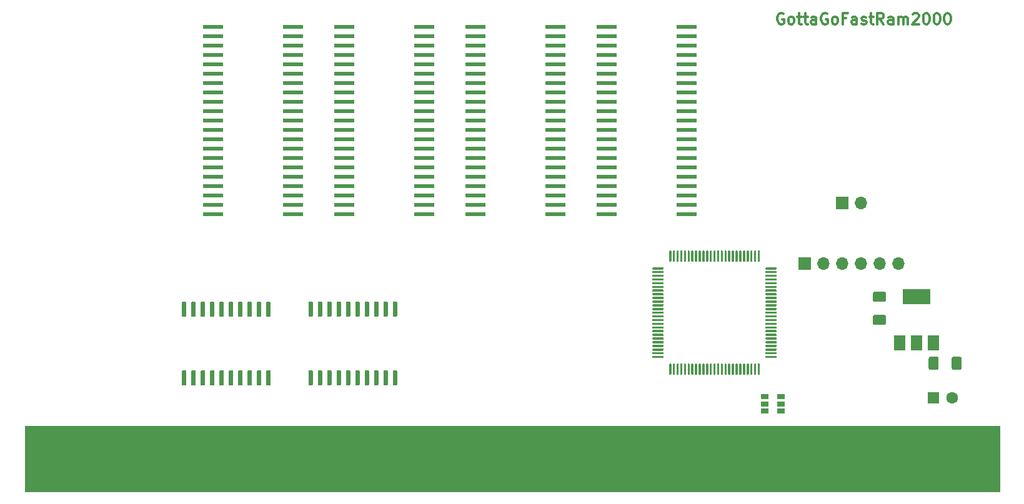
<source format=gbr>
G04 #@! TF.GenerationSoftware,KiCad,Pcbnew,(5.1.5-0-10_14)*
G04 #@! TF.CreationDate,2021-05-20T16:22:00+02:00*
G04 #@! TF.ProjectId,GottaGoFastZ2,476f7474-6147-46f4-9661-73745a322e6b,rev?*
G04 #@! TF.SameCoordinates,Original*
G04 #@! TF.FileFunction,Soldermask,Top*
G04 #@! TF.FilePolarity,Negative*
%FSLAX46Y46*%
G04 Gerber Fmt 4.6, Leading zero omitted, Abs format (unit mm)*
G04 Created by KiCad (PCBNEW (5.1.5-0-10_14)) date 2021-05-20 16:22:00*
%MOMM*%
%LPD*%
G04 APERTURE LIST*
%ADD10C,0.300000*%
%ADD11C,0.100000*%
%ADD12R,1.500000X2.000000*%
%ADD13R,3.800000X2.000000*%
%ADD14R,1.060000X0.650000*%
%ADD15O,1.700000X1.700000*%
%ADD16R,1.700000X1.700000*%
%ADD17R,1.524000X7.500000*%
%ADD18R,2.778000X0.508000*%
%ADD19C,1.600000*%
%ADD20R,1.600000X1.600000*%
G04 APERTURE END LIST*
D10*
X183848942Y-55587200D02*
X183706085Y-55515771D01*
X183491800Y-55515771D01*
X183277514Y-55587200D01*
X183134657Y-55730057D01*
X183063228Y-55872914D01*
X182991800Y-56158628D01*
X182991800Y-56372914D01*
X183063228Y-56658628D01*
X183134657Y-56801485D01*
X183277514Y-56944342D01*
X183491800Y-57015771D01*
X183634657Y-57015771D01*
X183848942Y-56944342D01*
X183920371Y-56872914D01*
X183920371Y-56372914D01*
X183634657Y-56372914D01*
X184777514Y-57015771D02*
X184634657Y-56944342D01*
X184563228Y-56872914D01*
X184491800Y-56730057D01*
X184491800Y-56301485D01*
X184563228Y-56158628D01*
X184634657Y-56087200D01*
X184777514Y-56015771D01*
X184991800Y-56015771D01*
X185134657Y-56087200D01*
X185206085Y-56158628D01*
X185277514Y-56301485D01*
X185277514Y-56730057D01*
X185206085Y-56872914D01*
X185134657Y-56944342D01*
X184991800Y-57015771D01*
X184777514Y-57015771D01*
X185706085Y-56015771D02*
X186277514Y-56015771D01*
X185920371Y-55515771D02*
X185920371Y-56801485D01*
X185991800Y-56944342D01*
X186134657Y-57015771D01*
X186277514Y-57015771D01*
X186563228Y-56015771D02*
X187134657Y-56015771D01*
X186777514Y-55515771D02*
X186777514Y-56801485D01*
X186848942Y-56944342D01*
X186991800Y-57015771D01*
X187134657Y-57015771D01*
X188277514Y-57015771D02*
X188277514Y-56230057D01*
X188206085Y-56087200D01*
X188063228Y-56015771D01*
X187777514Y-56015771D01*
X187634657Y-56087200D01*
X188277514Y-56944342D02*
X188134657Y-57015771D01*
X187777514Y-57015771D01*
X187634657Y-56944342D01*
X187563228Y-56801485D01*
X187563228Y-56658628D01*
X187634657Y-56515771D01*
X187777514Y-56444342D01*
X188134657Y-56444342D01*
X188277514Y-56372914D01*
X189777514Y-55587200D02*
X189634657Y-55515771D01*
X189420371Y-55515771D01*
X189206085Y-55587200D01*
X189063228Y-55730057D01*
X188991800Y-55872914D01*
X188920371Y-56158628D01*
X188920371Y-56372914D01*
X188991800Y-56658628D01*
X189063228Y-56801485D01*
X189206085Y-56944342D01*
X189420371Y-57015771D01*
X189563228Y-57015771D01*
X189777514Y-56944342D01*
X189848942Y-56872914D01*
X189848942Y-56372914D01*
X189563228Y-56372914D01*
X190706085Y-57015771D02*
X190563228Y-56944342D01*
X190491800Y-56872914D01*
X190420371Y-56730057D01*
X190420371Y-56301485D01*
X190491800Y-56158628D01*
X190563228Y-56087200D01*
X190706085Y-56015771D01*
X190920371Y-56015771D01*
X191063228Y-56087200D01*
X191134657Y-56158628D01*
X191206085Y-56301485D01*
X191206085Y-56730057D01*
X191134657Y-56872914D01*
X191063228Y-56944342D01*
X190920371Y-57015771D01*
X190706085Y-57015771D01*
X192348942Y-56230057D02*
X191848942Y-56230057D01*
X191848942Y-57015771D02*
X191848942Y-55515771D01*
X192563228Y-55515771D01*
X193777514Y-57015771D02*
X193777514Y-56230057D01*
X193706085Y-56087200D01*
X193563228Y-56015771D01*
X193277514Y-56015771D01*
X193134657Y-56087200D01*
X193777514Y-56944342D02*
X193634657Y-57015771D01*
X193277514Y-57015771D01*
X193134657Y-56944342D01*
X193063228Y-56801485D01*
X193063228Y-56658628D01*
X193134657Y-56515771D01*
X193277514Y-56444342D01*
X193634657Y-56444342D01*
X193777514Y-56372914D01*
X194420371Y-56944342D02*
X194563228Y-57015771D01*
X194848942Y-57015771D01*
X194991800Y-56944342D01*
X195063228Y-56801485D01*
X195063228Y-56730057D01*
X194991800Y-56587200D01*
X194848942Y-56515771D01*
X194634657Y-56515771D01*
X194491800Y-56444342D01*
X194420371Y-56301485D01*
X194420371Y-56230057D01*
X194491800Y-56087200D01*
X194634657Y-56015771D01*
X194848942Y-56015771D01*
X194991800Y-56087200D01*
X195491800Y-56015771D02*
X196063228Y-56015771D01*
X195706085Y-55515771D02*
X195706085Y-56801485D01*
X195777514Y-56944342D01*
X195920371Y-57015771D01*
X196063228Y-57015771D01*
X197420371Y-57015771D02*
X196920371Y-56301485D01*
X196563228Y-57015771D02*
X196563228Y-55515771D01*
X197134657Y-55515771D01*
X197277514Y-55587200D01*
X197348942Y-55658628D01*
X197420371Y-55801485D01*
X197420371Y-56015771D01*
X197348942Y-56158628D01*
X197277514Y-56230057D01*
X197134657Y-56301485D01*
X196563228Y-56301485D01*
X198706085Y-57015771D02*
X198706085Y-56230057D01*
X198634657Y-56087200D01*
X198491800Y-56015771D01*
X198206085Y-56015771D01*
X198063228Y-56087200D01*
X198706085Y-56944342D02*
X198563228Y-57015771D01*
X198206085Y-57015771D01*
X198063228Y-56944342D01*
X197991800Y-56801485D01*
X197991800Y-56658628D01*
X198063228Y-56515771D01*
X198206085Y-56444342D01*
X198563228Y-56444342D01*
X198706085Y-56372914D01*
X199420371Y-57015771D02*
X199420371Y-56015771D01*
X199420371Y-56158628D02*
X199491800Y-56087200D01*
X199634657Y-56015771D01*
X199848942Y-56015771D01*
X199991800Y-56087200D01*
X200063228Y-56230057D01*
X200063228Y-57015771D01*
X200063228Y-56230057D02*
X200134657Y-56087200D01*
X200277514Y-56015771D01*
X200491800Y-56015771D01*
X200634657Y-56087200D01*
X200706085Y-56230057D01*
X200706085Y-57015771D01*
X201348942Y-55658628D02*
X201420371Y-55587200D01*
X201563228Y-55515771D01*
X201920371Y-55515771D01*
X202063228Y-55587200D01*
X202134657Y-55658628D01*
X202206085Y-55801485D01*
X202206085Y-55944342D01*
X202134657Y-56158628D01*
X201277514Y-57015771D01*
X202206085Y-57015771D01*
X203134657Y-55515771D02*
X203277514Y-55515771D01*
X203420371Y-55587200D01*
X203491800Y-55658628D01*
X203563228Y-55801485D01*
X203634657Y-56087200D01*
X203634657Y-56444342D01*
X203563228Y-56730057D01*
X203491800Y-56872914D01*
X203420371Y-56944342D01*
X203277514Y-57015771D01*
X203134657Y-57015771D01*
X202991800Y-56944342D01*
X202920371Y-56872914D01*
X202848942Y-56730057D01*
X202777514Y-56444342D01*
X202777514Y-56087200D01*
X202848942Y-55801485D01*
X202920371Y-55658628D01*
X202991800Y-55587200D01*
X203134657Y-55515771D01*
X204563228Y-55515771D02*
X204706085Y-55515771D01*
X204848942Y-55587200D01*
X204920371Y-55658628D01*
X204991800Y-55801485D01*
X205063228Y-56087200D01*
X205063228Y-56444342D01*
X204991800Y-56730057D01*
X204920371Y-56872914D01*
X204848942Y-56944342D01*
X204706085Y-57015771D01*
X204563228Y-57015771D01*
X204420371Y-56944342D01*
X204348942Y-56872914D01*
X204277514Y-56730057D01*
X204206085Y-56444342D01*
X204206085Y-56087200D01*
X204277514Y-55801485D01*
X204348942Y-55658628D01*
X204420371Y-55587200D01*
X204563228Y-55515771D01*
X205991800Y-55515771D02*
X206134657Y-55515771D01*
X206277514Y-55587200D01*
X206348942Y-55658628D01*
X206420371Y-55801485D01*
X206491800Y-56087200D01*
X206491800Y-56444342D01*
X206420371Y-56730057D01*
X206348942Y-56872914D01*
X206277514Y-56944342D01*
X206134657Y-57015771D01*
X205991800Y-57015771D01*
X205848942Y-56944342D01*
X205777514Y-56872914D01*
X205706085Y-56730057D01*
X205634657Y-56444342D01*
X205634657Y-56087200D01*
X205706085Y-55801485D01*
X205777514Y-55658628D01*
X205848942Y-55587200D01*
X205991800Y-55515771D01*
D11*
G36*
X213106000Y-120396000D02*
G01*
X81026000Y-120396000D01*
X81026000Y-111506000D01*
X213106000Y-111506000D01*
X213106000Y-120396000D01*
G37*
X213106000Y-120396000D02*
X81026000Y-120396000D01*
X81026000Y-111506000D01*
X213106000Y-111506000D01*
X213106000Y-120396000D01*
D12*
X199604600Y-100266900D03*
X204204600Y-100266900D03*
X201904600Y-100266900D03*
D13*
X201904600Y-93966900D03*
D11*
G36*
X180580351Y-87739361D02*
G01*
X180587632Y-87740441D01*
X180594771Y-87742229D01*
X180601701Y-87744709D01*
X180608355Y-87747856D01*
X180614668Y-87751640D01*
X180620579Y-87756024D01*
X180626033Y-87760967D01*
X180630976Y-87766421D01*
X180635360Y-87772332D01*
X180639144Y-87778645D01*
X180642291Y-87785299D01*
X180644771Y-87792229D01*
X180646559Y-87799368D01*
X180647639Y-87806649D01*
X180648000Y-87814000D01*
X180648000Y-89139000D01*
X180647639Y-89146351D01*
X180646559Y-89153632D01*
X180644771Y-89160771D01*
X180642291Y-89167701D01*
X180639144Y-89174355D01*
X180635360Y-89180668D01*
X180630976Y-89186579D01*
X180626033Y-89192033D01*
X180620579Y-89196976D01*
X180614668Y-89201360D01*
X180608355Y-89205144D01*
X180601701Y-89208291D01*
X180594771Y-89210771D01*
X180587632Y-89212559D01*
X180580351Y-89213639D01*
X180573000Y-89214000D01*
X180423000Y-89214000D01*
X180415649Y-89213639D01*
X180408368Y-89212559D01*
X180401229Y-89210771D01*
X180394299Y-89208291D01*
X180387645Y-89205144D01*
X180381332Y-89201360D01*
X180375421Y-89196976D01*
X180369967Y-89192033D01*
X180365024Y-89186579D01*
X180360640Y-89180668D01*
X180356856Y-89174355D01*
X180353709Y-89167701D01*
X180351229Y-89160771D01*
X180349441Y-89153632D01*
X180348361Y-89146351D01*
X180348000Y-89139000D01*
X180348000Y-87814000D01*
X180348361Y-87806649D01*
X180349441Y-87799368D01*
X180351229Y-87792229D01*
X180353709Y-87785299D01*
X180356856Y-87778645D01*
X180360640Y-87772332D01*
X180365024Y-87766421D01*
X180369967Y-87760967D01*
X180375421Y-87756024D01*
X180381332Y-87751640D01*
X180387645Y-87747856D01*
X180394299Y-87744709D01*
X180401229Y-87742229D01*
X180408368Y-87740441D01*
X180415649Y-87739361D01*
X180423000Y-87739000D01*
X180573000Y-87739000D01*
X180580351Y-87739361D01*
G37*
G36*
X180080351Y-87739361D02*
G01*
X180087632Y-87740441D01*
X180094771Y-87742229D01*
X180101701Y-87744709D01*
X180108355Y-87747856D01*
X180114668Y-87751640D01*
X180120579Y-87756024D01*
X180126033Y-87760967D01*
X180130976Y-87766421D01*
X180135360Y-87772332D01*
X180139144Y-87778645D01*
X180142291Y-87785299D01*
X180144771Y-87792229D01*
X180146559Y-87799368D01*
X180147639Y-87806649D01*
X180148000Y-87814000D01*
X180148000Y-89139000D01*
X180147639Y-89146351D01*
X180146559Y-89153632D01*
X180144771Y-89160771D01*
X180142291Y-89167701D01*
X180139144Y-89174355D01*
X180135360Y-89180668D01*
X180130976Y-89186579D01*
X180126033Y-89192033D01*
X180120579Y-89196976D01*
X180114668Y-89201360D01*
X180108355Y-89205144D01*
X180101701Y-89208291D01*
X180094771Y-89210771D01*
X180087632Y-89212559D01*
X180080351Y-89213639D01*
X180073000Y-89214000D01*
X179923000Y-89214000D01*
X179915649Y-89213639D01*
X179908368Y-89212559D01*
X179901229Y-89210771D01*
X179894299Y-89208291D01*
X179887645Y-89205144D01*
X179881332Y-89201360D01*
X179875421Y-89196976D01*
X179869967Y-89192033D01*
X179865024Y-89186579D01*
X179860640Y-89180668D01*
X179856856Y-89174355D01*
X179853709Y-89167701D01*
X179851229Y-89160771D01*
X179849441Y-89153632D01*
X179848361Y-89146351D01*
X179848000Y-89139000D01*
X179848000Y-87814000D01*
X179848361Y-87806649D01*
X179849441Y-87799368D01*
X179851229Y-87792229D01*
X179853709Y-87785299D01*
X179856856Y-87778645D01*
X179860640Y-87772332D01*
X179865024Y-87766421D01*
X179869967Y-87760967D01*
X179875421Y-87756024D01*
X179881332Y-87751640D01*
X179887645Y-87747856D01*
X179894299Y-87744709D01*
X179901229Y-87742229D01*
X179908368Y-87740441D01*
X179915649Y-87739361D01*
X179923000Y-87739000D01*
X180073000Y-87739000D01*
X180080351Y-87739361D01*
G37*
G36*
X179580351Y-87739361D02*
G01*
X179587632Y-87740441D01*
X179594771Y-87742229D01*
X179601701Y-87744709D01*
X179608355Y-87747856D01*
X179614668Y-87751640D01*
X179620579Y-87756024D01*
X179626033Y-87760967D01*
X179630976Y-87766421D01*
X179635360Y-87772332D01*
X179639144Y-87778645D01*
X179642291Y-87785299D01*
X179644771Y-87792229D01*
X179646559Y-87799368D01*
X179647639Y-87806649D01*
X179648000Y-87814000D01*
X179648000Y-89139000D01*
X179647639Y-89146351D01*
X179646559Y-89153632D01*
X179644771Y-89160771D01*
X179642291Y-89167701D01*
X179639144Y-89174355D01*
X179635360Y-89180668D01*
X179630976Y-89186579D01*
X179626033Y-89192033D01*
X179620579Y-89196976D01*
X179614668Y-89201360D01*
X179608355Y-89205144D01*
X179601701Y-89208291D01*
X179594771Y-89210771D01*
X179587632Y-89212559D01*
X179580351Y-89213639D01*
X179573000Y-89214000D01*
X179423000Y-89214000D01*
X179415649Y-89213639D01*
X179408368Y-89212559D01*
X179401229Y-89210771D01*
X179394299Y-89208291D01*
X179387645Y-89205144D01*
X179381332Y-89201360D01*
X179375421Y-89196976D01*
X179369967Y-89192033D01*
X179365024Y-89186579D01*
X179360640Y-89180668D01*
X179356856Y-89174355D01*
X179353709Y-89167701D01*
X179351229Y-89160771D01*
X179349441Y-89153632D01*
X179348361Y-89146351D01*
X179348000Y-89139000D01*
X179348000Y-87814000D01*
X179348361Y-87806649D01*
X179349441Y-87799368D01*
X179351229Y-87792229D01*
X179353709Y-87785299D01*
X179356856Y-87778645D01*
X179360640Y-87772332D01*
X179365024Y-87766421D01*
X179369967Y-87760967D01*
X179375421Y-87756024D01*
X179381332Y-87751640D01*
X179387645Y-87747856D01*
X179394299Y-87744709D01*
X179401229Y-87742229D01*
X179408368Y-87740441D01*
X179415649Y-87739361D01*
X179423000Y-87739000D01*
X179573000Y-87739000D01*
X179580351Y-87739361D01*
G37*
G36*
X179080351Y-87739361D02*
G01*
X179087632Y-87740441D01*
X179094771Y-87742229D01*
X179101701Y-87744709D01*
X179108355Y-87747856D01*
X179114668Y-87751640D01*
X179120579Y-87756024D01*
X179126033Y-87760967D01*
X179130976Y-87766421D01*
X179135360Y-87772332D01*
X179139144Y-87778645D01*
X179142291Y-87785299D01*
X179144771Y-87792229D01*
X179146559Y-87799368D01*
X179147639Y-87806649D01*
X179148000Y-87814000D01*
X179148000Y-89139000D01*
X179147639Y-89146351D01*
X179146559Y-89153632D01*
X179144771Y-89160771D01*
X179142291Y-89167701D01*
X179139144Y-89174355D01*
X179135360Y-89180668D01*
X179130976Y-89186579D01*
X179126033Y-89192033D01*
X179120579Y-89196976D01*
X179114668Y-89201360D01*
X179108355Y-89205144D01*
X179101701Y-89208291D01*
X179094771Y-89210771D01*
X179087632Y-89212559D01*
X179080351Y-89213639D01*
X179073000Y-89214000D01*
X178923000Y-89214000D01*
X178915649Y-89213639D01*
X178908368Y-89212559D01*
X178901229Y-89210771D01*
X178894299Y-89208291D01*
X178887645Y-89205144D01*
X178881332Y-89201360D01*
X178875421Y-89196976D01*
X178869967Y-89192033D01*
X178865024Y-89186579D01*
X178860640Y-89180668D01*
X178856856Y-89174355D01*
X178853709Y-89167701D01*
X178851229Y-89160771D01*
X178849441Y-89153632D01*
X178848361Y-89146351D01*
X178848000Y-89139000D01*
X178848000Y-87814000D01*
X178848361Y-87806649D01*
X178849441Y-87799368D01*
X178851229Y-87792229D01*
X178853709Y-87785299D01*
X178856856Y-87778645D01*
X178860640Y-87772332D01*
X178865024Y-87766421D01*
X178869967Y-87760967D01*
X178875421Y-87756024D01*
X178881332Y-87751640D01*
X178887645Y-87747856D01*
X178894299Y-87744709D01*
X178901229Y-87742229D01*
X178908368Y-87740441D01*
X178915649Y-87739361D01*
X178923000Y-87739000D01*
X179073000Y-87739000D01*
X179080351Y-87739361D01*
G37*
G36*
X178580351Y-87739361D02*
G01*
X178587632Y-87740441D01*
X178594771Y-87742229D01*
X178601701Y-87744709D01*
X178608355Y-87747856D01*
X178614668Y-87751640D01*
X178620579Y-87756024D01*
X178626033Y-87760967D01*
X178630976Y-87766421D01*
X178635360Y-87772332D01*
X178639144Y-87778645D01*
X178642291Y-87785299D01*
X178644771Y-87792229D01*
X178646559Y-87799368D01*
X178647639Y-87806649D01*
X178648000Y-87814000D01*
X178648000Y-89139000D01*
X178647639Y-89146351D01*
X178646559Y-89153632D01*
X178644771Y-89160771D01*
X178642291Y-89167701D01*
X178639144Y-89174355D01*
X178635360Y-89180668D01*
X178630976Y-89186579D01*
X178626033Y-89192033D01*
X178620579Y-89196976D01*
X178614668Y-89201360D01*
X178608355Y-89205144D01*
X178601701Y-89208291D01*
X178594771Y-89210771D01*
X178587632Y-89212559D01*
X178580351Y-89213639D01*
X178573000Y-89214000D01*
X178423000Y-89214000D01*
X178415649Y-89213639D01*
X178408368Y-89212559D01*
X178401229Y-89210771D01*
X178394299Y-89208291D01*
X178387645Y-89205144D01*
X178381332Y-89201360D01*
X178375421Y-89196976D01*
X178369967Y-89192033D01*
X178365024Y-89186579D01*
X178360640Y-89180668D01*
X178356856Y-89174355D01*
X178353709Y-89167701D01*
X178351229Y-89160771D01*
X178349441Y-89153632D01*
X178348361Y-89146351D01*
X178348000Y-89139000D01*
X178348000Y-87814000D01*
X178348361Y-87806649D01*
X178349441Y-87799368D01*
X178351229Y-87792229D01*
X178353709Y-87785299D01*
X178356856Y-87778645D01*
X178360640Y-87772332D01*
X178365024Y-87766421D01*
X178369967Y-87760967D01*
X178375421Y-87756024D01*
X178381332Y-87751640D01*
X178387645Y-87747856D01*
X178394299Y-87744709D01*
X178401229Y-87742229D01*
X178408368Y-87740441D01*
X178415649Y-87739361D01*
X178423000Y-87739000D01*
X178573000Y-87739000D01*
X178580351Y-87739361D01*
G37*
G36*
X178080351Y-87739361D02*
G01*
X178087632Y-87740441D01*
X178094771Y-87742229D01*
X178101701Y-87744709D01*
X178108355Y-87747856D01*
X178114668Y-87751640D01*
X178120579Y-87756024D01*
X178126033Y-87760967D01*
X178130976Y-87766421D01*
X178135360Y-87772332D01*
X178139144Y-87778645D01*
X178142291Y-87785299D01*
X178144771Y-87792229D01*
X178146559Y-87799368D01*
X178147639Y-87806649D01*
X178148000Y-87814000D01*
X178148000Y-89139000D01*
X178147639Y-89146351D01*
X178146559Y-89153632D01*
X178144771Y-89160771D01*
X178142291Y-89167701D01*
X178139144Y-89174355D01*
X178135360Y-89180668D01*
X178130976Y-89186579D01*
X178126033Y-89192033D01*
X178120579Y-89196976D01*
X178114668Y-89201360D01*
X178108355Y-89205144D01*
X178101701Y-89208291D01*
X178094771Y-89210771D01*
X178087632Y-89212559D01*
X178080351Y-89213639D01*
X178073000Y-89214000D01*
X177923000Y-89214000D01*
X177915649Y-89213639D01*
X177908368Y-89212559D01*
X177901229Y-89210771D01*
X177894299Y-89208291D01*
X177887645Y-89205144D01*
X177881332Y-89201360D01*
X177875421Y-89196976D01*
X177869967Y-89192033D01*
X177865024Y-89186579D01*
X177860640Y-89180668D01*
X177856856Y-89174355D01*
X177853709Y-89167701D01*
X177851229Y-89160771D01*
X177849441Y-89153632D01*
X177848361Y-89146351D01*
X177848000Y-89139000D01*
X177848000Y-87814000D01*
X177848361Y-87806649D01*
X177849441Y-87799368D01*
X177851229Y-87792229D01*
X177853709Y-87785299D01*
X177856856Y-87778645D01*
X177860640Y-87772332D01*
X177865024Y-87766421D01*
X177869967Y-87760967D01*
X177875421Y-87756024D01*
X177881332Y-87751640D01*
X177887645Y-87747856D01*
X177894299Y-87744709D01*
X177901229Y-87742229D01*
X177908368Y-87740441D01*
X177915649Y-87739361D01*
X177923000Y-87739000D01*
X178073000Y-87739000D01*
X178080351Y-87739361D01*
G37*
G36*
X177580351Y-87739361D02*
G01*
X177587632Y-87740441D01*
X177594771Y-87742229D01*
X177601701Y-87744709D01*
X177608355Y-87747856D01*
X177614668Y-87751640D01*
X177620579Y-87756024D01*
X177626033Y-87760967D01*
X177630976Y-87766421D01*
X177635360Y-87772332D01*
X177639144Y-87778645D01*
X177642291Y-87785299D01*
X177644771Y-87792229D01*
X177646559Y-87799368D01*
X177647639Y-87806649D01*
X177648000Y-87814000D01*
X177648000Y-89139000D01*
X177647639Y-89146351D01*
X177646559Y-89153632D01*
X177644771Y-89160771D01*
X177642291Y-89167701D01*
X177639144Y-89174355D01*
X177635360Y-89180668D01*
X177630976Y-89186579D01*
X177626033Y-89192033D01*
X177620579Y-89196976D01*
X177614668Y-89201360D01*
X177608355Y-89205144D01*
X177601701Y-89208291D01*
X177594771Y-89210771D01*
X177587632Y-89212559D01*
X177580351Y-89213639D01*
X177573000Y-89214000D01*
X177423000Y-89214000D01*
X177415649Y-89213639D01*
X177408368Y-89212559D01*
X177401229Y-89210771D01*
X177394299Y-89208291D01*
X177387645Y-89205144D01*
X177381332Y-89201360D01*
X177375421Y-89196976D01*
X177369967Y-89192033D01*
X177365024Y-89186579D01*
X177360640Y-89180668D01*
X177356856Y-89174355D01*
X177353709Y-89167701D01*
X177351229Y-89160771D01*
X177349441Y-89153632D01*
X177348361Y-89146351D01*
X177348000Y-89139000D01*
X177348000Y-87814000D01*
X177348361Y-87806649D01*
X177349441Y-87799368D01*
X177351229Y-87792229D01*
X177353709Y-87785299D01*
X177356856Y-87778645D01*
X177360640Y-87772332D01*
X177365024Y-87766421D01*
X177369967Y-87760967D01*
X177375421Y-87756024D01*
X177381332Y-87751640D01*
X177387645Y-87747856D01*
X177394299Y-87744709D01*
X177401229Y-87742229D01*
X177408368Y-87740441D01*
X177415649Y-87739361D01*
X177423000Y-87739000D01*
X177573000Y-87739000D01*
X177580351Y-87739361D01*
G37*
G36*
X177080351Y-87739361D02*
G01*
X177087632Y-87740441D01*
X177094771Y-87742229D01*
X177101701Y-87744709D01*
X177108355Y-87747856D01*
X177114668Y-87751640D01*
X177120579Y-87756024D01*
X177126033Y-87760967D01*
X177130976Y-87766421D01*
X177135360Y-87772332D01*
X177139144Y-87778645D01*
X177142291Y-87785299D01*
X177144771Y-87792229D01*
X177146559Y-87799368D01*
X177147639Y-87806649D01*
X177148000Y-87814000D01*
X177148000Y-89139000D01*
X177147639Y-89146351D01*
X177146559Y-89153632D01*
X177144771Y-89160771D01*
X177142291Y-89167701D01*
X177139144Y-89174355D01*
X177135360Y-89180668D01*
X177130976Y-89186579D01*
X177126033Y-89192033D01*
X177120579Y-89196976D01*
X177114668Y-89201360D01*
X177108355Y-89205144D01*
X177101701Y-89208291D01*
X177094771Y-89210771D01*
X177087632Y-89212559D01*
X177080351Y-89213639D01*
X177073000Y-89214000D01*
X176923000Y-89214000D01*
X176915649Y-89213639D01*
X176908368Y-89212559D01*
X176901229Y-89210771D01*
X176894299Y-89208291D01*
X176887645Y-89205144D01*
X176881332Y-89201360D01*
X176875421Y-89196976D01*
X176869967Y-89192033D01*
X176865024Y-89186579D01*
X176860640Y-89180668D01*
X176856856Y-89174355D01*
X176853709Y-89167701D01*
X176851229Y-89160771D01*
X176849441Y-89153632D01*
X176848361Y-89146351D01*
X176848000Y-89139000D01*
X176848000Y-87814000D01*
X176848361Y-87806649D01*
X176849441Y-87799368D01*
X176851229Y-87792229D01*
X176853709Y-87785299D01*
X176856856Y-87778645D01*
X176860640Y-87772332D01*
X176865024Y-87766421D01*
X176869967Y-87760967D01*
X176875421Y-87756024D01*
X176881332Y-87751640D01*
X176887645Y-87747856D01*
X176894299Y-87744709D01*
X176901229Y-87742229D01*
X176908368Y-87740441D01*
X176915649Y-87739361D01*
X176923000Y-87739000D01*
X177073000Y-87739000D01*
X177080351Y-87739361D01*
G37*
G36*
X176580351Y-87739361D02*
G01*
X176587632Y-87740441D01*
X176594771Y-87742229D01*
X176601701Y-87744709D01*
X176608355Y-87747856D01*
X176614668Y-87751640D01*
X176620579Y-87756024D01*
X176626033Y-87760967D01*
X176630976Y-87766421D01*
X176635360Y-87772332D01*
X176639144Y-87778645D01*
X176642291Y-87785299D01*
X176644771Y-87792229D01*
X176646559Y-87799368D01*
X176647639Y-87806649D01*
X176648000Y-87814000D01*
X176648000Y-89139000D01*
X176647639Y-89146351D01*
X176646559Y-89153632D01*
X176644771Y-89160771D01*
X176642291Y-89167701D01*
X176639144Y-89174355D01*
X176635360Y-89180668D01*
X176630976Y-89186579D01*
X176626033Y-89192033D01*
X176620579Y-89196976D01*
X176614668Y-89201360D01*
X176608355Y-89205144D01*
X176601701Y-89208291D01*
X176594771Y-89210771D01*
X176587632Y-89212559D01*
X176580351Y-89213639D01*
X176573000Y-89214000D01*
X176423000Y-89214000D01*
X176415649Y-89213639D01*
X176408368Y-89212559D01*
X176401229Y-89210771D01*
X176394299Y-89208291D01*
X176387645Y-89205144D01*
X176381332Y-89201360D01*
X176375421Y-89196976D01*
X176369967Y-89192033D01*
X176365024Y-89186579D01*
X176360640Y-89180668D01*
X176356856Y-89174355D01*
X176353709Y-89167701D01*
X176351229Y-89160771D01*
X176349441Y-89153632D01*
X176348361Y-89146351D01*
X176348000Y-89139000D01*
X176348000Y-87814000D01*
X176348361Y-87806649D01*
X176349441Y-87799368D01*
X176351229Y-87792229D01*
X176353709Y-87785299D01*
X176356856Y-87778645D01*
X176360640Y-87772332D01*
X176365024Y-87766421D01*
X176369967Y-87760967D01*
X176375421Y-87756024D01*
X176381332Y-87751640D01*
X176387645Y-87747856D01*
X176394299Y-87744709D01*
X176401229Y-87742229D01*
X176408368Y-87740441D01*
X176415649Y-87739361D01*
X176423000Y-87739000D01*
X176573000Y-87739000D01*
X176580351Y-87739361D01*
G37*
G36*
X176080351Y-87739361D02*
G01*
X176087632Y-87740441D01*
X176094771Y-87742229D01*
X176101701Y-87744709D01*
X176108355Y-87747856D01*
X176114668Y-87751640D01*
X176120579Y-87756024D01*
X176126033Y-87760967D01*
X176130976Y-87766421D01*
X176135360Y-87772332D01*
X176139144Y-87778645D01*
X176142291Y-87785299D01*
X176144771Y-87792229D01*
X176146559Y-87799368D01*
X176147639Y-87806649D01*
X176148000Y-87814000D01*
X176148000Y-89139000D01*
X176147639Y-89146351D01*
X176146559Y-89153632D01*
X176144771Y-89160771D01*
X176142291Y-89167701D01*
X176139144Y-89174355D01*
X176135360Y-89180668D01*
X176130976Y-89186579D01*
X176126033Y-89192033D01*
X176120579Y-89196976D01*
X176114668Y-89201360D01*
X176108355Y-89205144D01*
X176101701Y-89208291D01*
X176094771Y-89210771D01*
X176087632Y-89212559D01*
X176080351Y-89213639D01*
X176073000Y-89214000D01*
X175923000Y-89214000D01*
X175915649Y-89213639D01*
X175908368Y-89212559D01*
X175901229Y-89210771D01*
X175894299Y-89208291D01*
X175887645Y-89205144D01*
X175881332Y-89201360D01*
X175875421Y-89196976D01*
X175869967Y-89192033D01*
X175865024Y-89186579D01*
X175860640Y-89180668D01*
X175856856Y-89174355D01*
X175853709Y-89167701D01*
X175851229Y-89160771D01*
X175849441Y-89153632D01*
X175848361Y-89146351D01*
X175848000Y-89139000D01*
X175848000Y-87814000D01*
X175848361Y-87806649D01*
X175849441Y-87799368D01*
X175851229Y-87792229D01*
X175853709Y-87785299D01*
X175856856Y-87778645D01*
X175860640Y-87772332D01*
X175865024Y-87766421D01*
X175869967Y-87760967D01*
X175875421Y-87756024D01*
X175881332Y-87751640D01*
X175887645Y-87747856D01*
X175894299Y-87744709D01*
X175901229Y-87742229D01*
X175908368Y-87740441D01*
X175915649Y-87739361D01*
X175923000Y-87739000D01*
X176073000Y-87739000D01*
X176080351Y-87739361D01*
G37*
G36*
X175580351Y-87739361D02*
G01*
X175587632Y-87740441D01*
X175594771Y-87742229D01*
X175601701Y-87744709D01*
X175608355Y-87747856D01*
X175614668Y-87751640D01*
X175620579Y-87756024D01*
X175626033Y-87760967D01*
X175630976Y-87766421D01*
X175635360Y-87772332D01*
X175639144Y-87778645D01*
X175642291Y-87785299D01*
X175644771Y-87792229D01*
X175646559Y-87799368D01*
X175647639Y-87806649D01*
X175648000Y-87814000D01*
X175648000Y-89139000D01*
X175647639Y-89146351D01*
X175646559Y-89153632D01*
X175644771Y-89160771D01*
X175642291Y-89167701D01*
X175639144Y-89174355D01*
X175635360Y-89180668D01*
X175630976Y-89186579D01*
X175626033Y-89192033D01*
X175620579Y-89196976D01*
X175614668Y-89201360D01*
X175608355Y-89205144D01*
X175601701Y-89208291D01*
X175594771Y-89210771D01*
X175587632Y-89212559D01*
X175580351Y-89213639D01*
X175573000Y-89214000D01*
X175423000Y-89214000D01*
X175415649Y-89213639D01*
X175408368Y-89212559D01*
X175401229Y-89210771D01*
X175394299Y-89208291D01*
X175387645Y-89205144D01*
X175381332Y-89201360D01*
X175375421Y-89196976D01*
X175369967Y-89192033D01*
X175365024Y-89186579D01*
X175360640Y-89180668D01*
X175356856Y-89174355D01*
X175353709Y-89167701D01*
X175351229Y-89160771D01*
X175349441Y-89153632D01*
X175348361Y-89146351D01*
X175348000Y-89139000D01*
X175348000Y-87814000D01*
X175348361Y-87806649D01*
X175349441Y-87799368D01*
X175351229Y-87792229D01*
X175353709Y-87785299D01*
X175356856Y-87778645D01*
X175360640Y-87772332D01*
X175365024Y-87766421D01*
X175369967Y-87760967D01*
X175375421Y-87756024D01*
X175381332Y-87751640D01*
X175387645Y-87747856D01*
X175394299Y-87744709D01*
X175401229Y-87742229D01*
X175408368Y-87740441D01*
X175415649Y-87739361D01*
X175423000Y-87739000D01*
X175573000Y-87739000D01*
X175580351Y-87739361D01*
G37*
G36*
X175080351Y-87739361D02*
G01*
X175087632Y-87740441D01*
X175094771Y-87742229D01*
X175101701Y-87744709D01*
X175108355Y-87747856D01*
X175114668Y-87751640D01*
X175120579Y-87756024D01*
X175126033Y-87760967D01*
X175130976Y-87766421D01*
X175135360Y-87772332D01*
X175139144Y-87778645D01*
X175142291Y-87785299D01*
X175144771Y-87792229D01*
X175146559Y-87799368D01*
X175147639Y-87806649D01*
X175148000Y-87814000D01*
X175148000Y-89139000D01*
X175147639Y-89146351D01*
X175146559Y-89153632D01*
X175144771Y-89160771D01*
X175142291Y-89167701D01*
X175139144Y-89174355D01*
X175135360Y-89180668D01*
X175130976Y-89186579D01*
X175126033Y-89192033D01*
X175120579Y-89196976D01*
X175114668Y-89201360D01*
X175108355Y-89205144D01*
X175101701Y-89208291D01*
X175094771Y-89210771D01*
X175087632Y-89212559D01*
X175080351Y-89213639D01*
X175073000Y-89214000D01*
X174923000Y-89214000D01*
X174915649Y-89213639D01*
X174908368Y-89212559D01*
X174901229Y-89210771D01*
X174894299Y-89208291D01*
X174887645Y-89205144D01*
X174881332Y-89201360D01*
X174875421Y-89196976D01*
X174869967Y-89192033D01*
X174865024Y-89186579D01*
X174860640Y-89180668D01*
X174856856Y-89174355D01*
X174853709Y-89167701D01*
X174851229Y-89160771D01*
X174849441Y-89153632D01*
X174848361Y-89146351D01*
X174848000Y-89139000D01*
X174848000Y-87814000D01*
X174848361Y-87806649D01*
X174849441Y-87799368D01*
X174851229Y-87792229D01*
X174853709Y-87785299D01*
X174856856Y-87778645D01*
X174860640Y-87772332D01*
X174865024Y-87766421D01*
X174869967Y-87760967D01*
X174875421Y-87756024D01*
X174881332Y-87751640D01*
X174887645Y-87747856D01*
X174894299Y-87744709D01*
X174901229Y-87742229D01*
X174908368Y-87740441D01*
X174915649Y-87739361D01*
X174923000Y-87739000D01*
X175073000Y-87739000D01*
X175080351Y-87739361D01*
G37*
G36*
X174580351Y-87739361D02*
G01*
X174587632Y-87740441D01*
X174594771Y-87742229D01*
X174601701Y-87744709D01*
X174608355Y-87747856D01*
X174614668Y-87751640D01*
X174620579Y-87756024D01*
X174626033Y-87760967D01*
X174630976Y-87766421D01*
X174635360Y-87772332D01*
X174639144Y-87778645D01*
X174642291Y-87785299D01*
X174644771Y-87792229D01*
X174646559Y-87799368D01*
X174647639Y-87806649D01*
X174648000Y-87814000D01*
X174648000Y-89139000D01*
X174647639Y-89146351D01*
X174646559Y-89153632D01*
X174644771Y-89160771D01*
X174642291Y-89167701D01*
X174639144Y-89174355D01*
X174635360Y-89180668D01*
X174630976Y-89186579D01*
X174626033Y-89192033D01*
X174620579Y-89196976D01*
X174614668Y-89201360D01*
X174608355Y-89205144D01*
X174601701Y-89208291D01*
X174594771Y-89210771D01*
X174587632Y-89212559D01*
X174580351Y-89213639D01*
X174573000Y-89214000D01*
X174423000Y-89214000D01*
X174415649Y-89213639D01*
X174408368Y-89212559D01*
X174401229Y-89210771D01*
X174394299Y-89208291D01*
X174387645Y-89205144D01*
X174381332Y-89201360D01*
X174375421Y-89196976D01*
X174369967Y-89192033D01*
X174365024Y-89186579D01*
X174360640Y-89180668D01*
X174356856Y-89174355D01*
X174353709Y-89167701D01*
X174351229Y-89160771D01*
X174349441Y-89153632D01*
X174348361Y-89146351D01*
X174348000Y-89139000D01*
X174348000Y-87814000D01*
X174348361Y-87806649D01*
X174349441Y-87799368D01*
X174351229Y-87792229D01*
X174353709Y-87785299D01*
X174356856Y-87778645D01*
X174360640Y-87772332D01*
X174365024Y-87766421D01*
X174369967Y-87760967D01*
X174375421Y-87756024D01*
X174381332Y-87751640D01*
X174387645Y-87747856D01*
X174394299Y-87744709D01*
X174401229Y-87742229D01*
X174408368Y-87740441D01*
X174415649Y-87739361D01*
X174423000Y-87739000D01*
X174573000Y-87739000D01*
X174580351Y-87739361D01*
G37*
G36*
X174080351Y-87739361D02*
G01*
X174087632Y-87740441D01*
X174094771Y-87742229D01*
X174101701Y-87744709D01*
X174108355Y-87747856D01*
X174114668Y-87751640D01*
X174120579Y-87756024D01*
X174126033Y-87760967D01*
X174130976Y-87766421D01*
X174135360Y-87772332D01*
X174139144Y-87778645D01*
X174142291Y-87785299D01*
X174144771Y-87792229D01*
X174146559Y-87799368D01*
X174147639Y-87806649D01*
X174148000Y-87814000D01*
X174148000Y-89139000D01*
X174147639Y-89146351D01*
X174146559Y-89153632D01*
X174144771Y-89160771D01*
X174142291Y-89167701D01*
X174139144Y-89174355D01*
X174135360Y-89180668D01*
X174130976Y-89186579D01*
X174126033Y-89192033D01*
X174120579Y-89196976D01*
X174114668Y-89201360D01*
X174108355Y-89205144D01*
X174101701Y-89208291D01*
X174094771Y-89210771D01*
X174087632Y-89212559D01*
X174080351Y-89213639D01*
X174073000Y-89214000D01*
X173923000Y-89214000D01*
X173915649Y-89213639D01*
X173908368Y-89212559D01*
X173901229Y-89210771D01*
X173894299Y-89208291D01*
X173887645Y-89205144D01*
X173881332Y-89201360D01*
X173875421Y-89196976D01*
X173869967Y-89192033D01*
X173865024Y-89186579D01*
X173860640Y-89180668D01*
X173856856Y-89174355D01*
X173853709Y-89167701D01*
X173851229Y-89160771D01*
X173849441Y-89153632D01*
X173848361Y-89146351D01*
X173848000Y-89139000D01*
X173848000Y-87814000D01*
X173848361Y-87806649D01*
X173849441Y-87799368D01*
X173851229Y-87792229D01*
X173853709Y-87785299D01*
X173856856Y-87778645D01*
X173860640Y-87772332D01*
X173865024Y-87766421D01*
X173869967Y-87760967D01*
X173875421Y-87756024D01*
X173881332Y-87751640D01*
X173887645Y-87747856D01*
X173894299Y-87744709D01*
X173901229Y-87742229D01*
X173908368Y-87740441D01*
X173915649Y-87739361D01*
X173923000Y-87739000D01*
X174073000Y-87739000D01*
X174080351Y-87739361D01*
G37*
G36*
X173580351Y-87739361D02*
G01*
X173587632Y-87740441D01*
X173594771Y-87742229D01*
X173601701Y-87744709D01*
X173608355Y-87747856D01*
X173614668Y-87751640D01*
X173620579Y-87756024D01*
X173626033Y-87760967D01*
X173630976Y-87766421D01*
X173635360Y-87772332D01*
X173639144Y-87778645D01*
X173642291Y-87785299D01*
X173644771Y-87792229D01*
X173646559Y-87799368D01*
X173647639Y-87806649D01*
X173648000Y-87814000D01*
X173648000Y-89139000D01*
X173647639Y-89146351D01*
X173646559Y-89153632D01*
X173644771Y-89160771D01*
X173642291Y-89167701D01*
X173639144Y-89174355D01*
X173635360Y-89180668D01*
X173630976Y-89186579D01*
X173626033Y-89192033D01*
X173620579Y-89196976D01*
X173614668Y-89201360D01*
X173608355Y-89205144D01*
X173601701Y-89208291D01*
X173594771Y-89210771D01*
X173587632Y-89212559D01*
X173580351Y-89213639D01*
X173573000Y-89214000D01*
X173423000Y-89214000D01*
X173415649Y-89213639D01*
X173408368Y-89212559D01*
X173401229Y-89210771D01*
X173394299Y-89208291D01*
X173387645Y-89205144D01*
X173381332Y-89201360D01*
X173375421Y-89196976D01*
X173369967Y-89192033D01*
X173365024Y-89186579D01*
X173360640Y-89180668D01*
X173356856Y-89174355D01*
X173353709Y-89167701D01*
X173351229Y-89160771D01*
X173349441Y-89153632D01*
X173348361Y-89146351D01*
X173348000Y-89139000D01*
X173348000Y-87814000D01*
X173348361Y-87806649D01*
X173349441Y-87799368D01*
X173351229Y-87792229D01*
X173353709Y-87785299D01*
X173356856Y-87778645D01*
X173360640Y-87772332D01*
X173365024Y-87766421D01*
X173369967Y-87760967D01*
X173375421Y-87756024D01*
X173381332Y-87751640D01*
X173387645Y-87747856D01*
X173394299Y-87744709D01*
X173401229Y-87742229D01*
X173408368Y-87740441D01*
X173415649Y-87739361D01*
X173423000Y-87739000D01*
X173573000Y-87739000D01*
X173580351Y-87739361D01*
G37*
G36*
X173080351Y-87739361D02*
G01*
X173087632Y-87740441D01*
X173094771Y-87742229D01*
X173101701Y-87744709D01*
X173108355Y-87747856D01*
X173114668Y-87751640D01*
X173120579Y-87756024D01*
X173126033Y-87760967D01*
X173130976Y-87766421D01*
X173135360Y-87772332D01*
X173139144Y-87778645D01*
X173142291Y-87785299D01*
X173144771Y-87792229D01*
X173146559Y-87799368D01*
X173147639Y-87806649D01*
X173148000Y-87814000D01*
X173148000Y-89139000D01*
X173147639Y-89146351D01*
X173146559Y-89153632D01*
X173144771Y-89160771D01*
X173142291Y-89167701D01*
X173139144Y-89174355D01*
X173135360Y-89180668D01*
X173130976Y-89186579D01*
X173126033Y-89192033D01*
X173120579Y-89196976D01*
X173114668Y-89201360D01*
X173108355Y-89205144D01*
X173101701Y-89208291D01*
X173094771Y-89210771D01*
X173087632Y-89212559D01*
X173080351Y-89213639D01*
X173073000Y-89214000D01*
X172923000Y-89214000D01*
X172915649Y-89213639D01*
X172908368Y-89212559D01*
X172901229Y-89210771D01*
X172894299Y-89208291D01*
X172887645Y-89205144D01*
X172881332Y-89201360D01*
X172875421Y-89196976D01*
X172869967Y-89192033D01*
X172865024Y-89186579D01*
X172860640Y-89180668D01*
X172856856Y-89174355D01*
X172853709Y-89167701D01*
X172851229Y-89160771D01*
X172849441Y-89153632D01*
X172848361Y-89146351D01*
X172848000Y-89139000D01*
X172848000Y-87814000D01*
X172848361Y-87806649D01*
X172849441Y-87799368D01*
X172851229Y-87792229D01*
X172853709Y-87785299D01*
X172856856Y-87778645D01*
X172860640Y-87772332D01*
X172865024Y-87766421D01*
X172869967Y-87760967D01*
X172875421Y-87756024D01*
X172881332Y-87751640D01*
X172887645Y-87747856D01*
X172894299Y-87744709D01*
X172901229Y-87742229D01*
X172908368Y-87740441D01*
X172915649Y-87739361D01*
X172923000Y-87739000D01*
X173073000Y-87739000D01*
X173080351Y-87739361D01*
G37*
G36*
X172580351Y-87739361D02*
G01*
X172587632Y-87740441D01*
X172594771Y-87742229D01*
X172601701Y-87744709D01*
X172608355Y-87747856D01*
X172614668Y-87751640D01*
X172620579Y-87756024D01*
X172626033Y-87760967D01*
X172630976Y-87766421D01*
X172635360Y-87772332D01*
X172639144Y-87778645D01*
X172642291Y-87785299D01*
X172644771Y-87792229D01*
X172646559Y-87799368D01*
X172647639Y-87806649D01*
X172648000Y-87814000D01*
X172648000Y-89139000D01*
X172647639Y-89146351D01*
X172646559Y-89153632D01*
X172644771Y-89160771D01*
X172642291Y-89167701D01*
X172639144Y-89174355D01*
X172635360Y-89180668D01*
X172630976Y-89186579D01*
X172626033Y-89192033D01*
X172620579Y-89196976D01*
X172614668Y-89201360D01*
X172608355Y-89205144D01*
X172601701Y-89208291D01*
X172594771Y-89210771D01*
X172587632Y-89212559D01*
X172580351Y-89213639D01*
X172573000Y-89214000D01*
X172423000Y-89214000D01*
X172415649Y-89213639D01*
X172408368Y-89212559D01*
X172401229Y-89210771D01*
X172394299Y-89208291D01*
X172387645Y-89205144D01*
X172381332Y-89201360D01*
X172375421Y-89196976D01*
X172369967Y-89192033D01*
X172365024Y-89186579D01*
X172360640Y-89180668D01*
X172356856Y-89174355D01*
X172353709Y-89167701D01*
X172351229Y-89160771D01*
X172349441Y-89153632D01*
X172348361Y-89146351D01*
X172348000Y-89139000D01*
X172348000Y-87814000D01*
X172348361Y-87806649D01*
X172349441Y-87799368D01*
X172351229Y-87792229D01*
X172353709Y-87785299D01*
X172356856Y-87778645D01*
X172360640Y-87772332D01*
X172365024Y-87766421D01*
X172369967Y-87760967D01*
X172375421Y-87756024D01*
X172381332Y-87751640D01*
X172387645Y-87747856D01*
X172394299Y-87744709D01*
X172401229Y-87742229D01*
X172408368Y-87740441D01*
X172415649Y-87739361D01*
X172423000Y-87739000D01*
X172573000Y-87739000D01*
X172580351Y-87739361D01*
G37*
G36*
X172080351Y-87739361D02*
G01*
X172087632Y-87740441D01*
X172094771Y-87742229D01*
X172101701Y-87744709D01*
X172108355Y-87747856D01*
X172114668Y-87751640D01*
X172120579Y-87756024D01*
X172126033Y-87760967D01*
X172130976Y-87766421D01*
X172135360Y-87772332D01*
X172139144Y-87778645D01*
X172142291Y-87785299D01*
X172144771Y-87792229D01*
X172146559Y-87799368D01*
X172147639Y-87806649D01*
X172148000Y-87814000D01*
X172148000Y-89139000D01*
X172147639Y-89146351D01*
X172146559Y-89153632D01*
X172144771Y-89160771D01*
X172142291Y-89167701D01*
X172139144Y-89174355D01*
X172135360Y-89180668D01*
X172130976Y-89186579D01*
X172126033Y-89192033D01*
X172120579Y-89196976D01*
X172114668Y-89201360D01*
X172108355Y-89205144D01*
X172101701Y-89208291D01*
X172094771Y-89210771D01*
X172087632Y-89212559D01*
X172080351Y-89213639D01*
X172073000Y-89214000D01*
X171923000Y-89214000D01*
X171915649Y-89213639D01*
X171908368Y-89212559D01*
X171901229Y-89210771D01*
X171894299Y-89208291D01*
X171887645Y-89205144D01*
X171881332Y-89201360D01*
X171875421Y-89196976D01*
X171869967Y-89192033D01*
X171865024Y-89186579D01*
X171860640Y-89180668D01*
X171856856Y-89174355D01*
X171853709Y-89167701D01*
X171851229Y-89160771D01*
X171849441Y-89153632D01*
X171848361Y-89146351D01*
X171848000Y-89139000D01*
X171848000Y-87814000D01*
X171848361Y-87806649D01*
X171849441Y-87799368D01*
X171851229Y-87792229D01*
X171853709Y-87785299D01*
X171856856Y-87778645D01*
X171860640Y-87772332D01*
X171865024Y-87766421D01*
X171869967Y-87760967D01*
X171875421Y-87756024D01*
X171881332Y-87751640D01*
X171887645Y-87747856D01*
X171894299Y-87744709D01*
X171901229Y-87742229D01*
X171908368Y-87740441D01*
X171915649Y-87739361D01*
X171923000Y-87739000D01*
X172073000Y-87739000D01*
X172080351Y-87739361D01*
G37*
G36*
X171580351Y-87739361D02*
G01*
X171587632Y-87740441D01*
X171594771Y-87742229D01*
X171601701Y-87744709D01*
X171608355Y-87747856D01*
X171614668Y-87751640D01*
X171620579Y-87756024D01*
X171626033Y-87760967D01*
X171630976Y-87766421D01*
X171635360Y-87772332D01*
X171639144Y-87778645D01*
X171642291Y-87785299D01*
X171644771Y-87792229D01*
X171646559Y-87799368D01*
X171647639Y-87806649D01*
X171648000Y-87814000D01*
X171648000Y-89139000D01*
X171647639Y-89146351D01*
X171646559Y-89153632D01*
X171644771Y-89160771D01*
X171642291Y-89167701D01*
X171639144Y-89174355D01*
X171635360Y-89180668D01*
X171630976Y-89186579D01*
X171626033Y-89192033D01*
X171620579Y-89196976D01*
X171614668Y-89201360D01*
X171608355Y-89205144D01*
X171601701Y-89208291D01*
X171594771Y-89210771D01*
X171587632Y-89212559D01*
X171580351Y-89213639D01*
X171573000Y-89214000D01*
X171423000Y-89214000D01*
X171415649Y-89213639D01*
X171408368Y-89212559D01*
X171401229Y-89210771D01*
X171394299Y-89208291D01*
X171387645Y-89205144D01*
X171381332Y-89201360D01*
X171375421Y-89196976D01*
X171369967Y-89192033D01*
X171365024Y-89186579D01*
X171360640Y-89180668D01*
X171356856Y-89174355D01*
X171353709Y-89167701D01*
X171351229Y-89160771D01*
X171349441Y-89153632D01*
X171348361Y-89146351D01*
X171348000Y-89139000D01*
X171348000Y-87814000D01*
X171348361Y-87806649D01*
X171349441Y-87799368D01*
X171351229Y-87792229D01*
X171353709Y-87785299D01*
X171356856Y-87778645D01*
X171360640Y-87772332D01*
X171365024Y-87766421D01*
X171369967Y-87760967D01*
X171375421Y-87756024D01*
X171381332Y-87751640D01*
X171387645Y-87747856D01*
X171394299Y-87744709D01*
X171401229Y-87742229D01*
X171408368Y-87740441D01*
X171415649Y-87739361D01*
X171423000Y-87739000D01*
X171573000Y-87739000D01*
X171580351Y-87739361D01*
G37*
G36*
X171080351Y-87739361D02*
G01*
X171087632Y-87740441D01*
X171094771Y-87742229D01*
X171101701Y-87744709D01*
X171108355Y-87747856D01*
X171114668Y-87751640D01*
X171120579Y-87756024D01*
X171126033Y-87760967D01*
X171130976Y-87766421D01*
X171135360Y-87772332D01*
X171139144Y-87778645D01*
X171142291Y-87785299D01*
X171144771Y-87792229D01*
X171146559Y-87799368D01*
X171147639Y-87806649D01*
X171148000Y-87814000D01*
X171148000Y-89139000D01*
X171147639Y-89146351D01*
X171146559Y-89153632D01*
X171144771Y-89160771D01*
X171142291Y-89167701D01*
X171139144Y-89174355D01*
X171135360Y-89180668D01*
X171130976Y-89186579D01*
X171126033Y-89192033D01*
X171120579Y-89196976D01*
X171114668Y-89201360D01*
X171108355Y-89205144D01*
X171101701Y-89208291D01*
X171094771Y-89210771D01*
X171087632Y-89212559D01*
X171080351Y-89213639D01*
X171073000Y-89214000D01*
X170923000Y-89214000D01*
X170915649Y-89213639D01*
X170908368Y-89212559D01*
X170901229Y-89210771D01*
X170894299Y-89208291D01*
X170887645Y-89205144D01*
X170881332Y-89201360D01*
X170875421Y-89196976D01*
X170869967Y-89192033D01*
X170865024Y-89186579D01*
X170860640Y-89180668D01*
X170856856Y-89174355D01*
X170853709Y-89167701D01*
X170851229Y-89160771D01*
X170849441Y-89153632D01*
X170848361Y-89146351D01*
X170848000Y-89139000D01*
X170848000Y-87814000D01*
X170848361Y-87806649D01*
X170849441Y-87799368D01*
X170851229Y-87792229D01*
X170853709Y-87785299D01*
X170856856Y-87778645D01*
X170860640Y-87772332D01*
X170865024Y-87766421D01*
X170869967Y-87760967D01*
X170875421Y-87756024D01*
X170881332Y-87751640D01*
X170887645Y-87747856D01*
X170894299Y-87744709D01*
X170901229Y-87742229D01*
X170908368Y-87740441D01*
X170915649Y-87739361D01*
X170923000Y-87739000D01*
X171073000Y-87739000D01*
X171080351Y-87739361D01*
G37*
G36*
X170580351Y-87739361D02*
G01*
X170587632Y-87740441D01*
X170594771Y-87742229D01*
X170601701Y-87744709D01*
X170608355Y-87747856D01*
X170614668Y-87751640D01*
X170620579Y-87756024D01*
X170626033Y-87760967D01*
X170630976Y-87766421D01*
X170635360Y-87772332D01*
X170639144Y-87778645D01*
X170642291Y-87785299D01*
X170644771Y-87792229D01*
X170646559Y-87799368D01*
X170647639Y-87806649D01*
X170648000Y-87814000D01*
X170648000Y-89139000D01*
X170647639Y-89146351D01*
X170646559Y-89153632D01*
X170644771Y-89160771D01*
X170642291Y-89167701D01*
X170639144Y-89174355D01*
X170635360Y-89180668D01*
X170630976Y-89186579D01*
X170626033Y-89192033D01*
X170620579Y-89196976D01*
X170614668Y-89201360D01*
X170608355Y-89205144D01*
X170601701Y-89208291D01*
X170594771Y-89210771D01*
X170587632Y-89212559D01*
X170580351Y-89213639D01*
X170573000Y-89214000D01*
X170423000Y-89214000D01*
X170415649Y-89213639D01*
X170408368Y-89212559D01*
X170401229Y-89210771D01*
X170394299Y-89208291D01*
X170387645Y-89205144D01*
X170381332Y-89201360D01*
X170375421Y-89196976D01*
X170369967Y-89192033D01*
X170365024Y-89186579D01*
X170360640Y-89180668D01*
X170356856Y-89174355D01*
X170353709Y-89167701D01*
X170351229Y-89160771D01*
X170349441Y-89153632D01*
X170348361Y-89146351D01*
X170348000Y-89139000D01*
X170348000Y-87814000D01*
X170348361Y-87806649D01*
X170349441Y-87799368D01*
X170351229Y-87792229D01*
X170353709Y-87785299D01*
X170356856Y-87778645D01*
X170360640Y-87772332D01*
X170365024Y-87766421D01*
X170369967Y-87760967D01*
X170375421Y-87756024D01*
X170381332Y-87751640D01*
X170387645Y-87747856D01*
X170394299Y-87744709D01*
X170401229Y-87742229D01*
X170408368Y-87740441D01*
X170415649Y-87739361D01*
X170423000Y-87739000D01*
X170573000Y-87739000D01*
X170580351Y-87739361D01*
G37*
G36*
X170080351Y-87739361D02*
G01*
X170087632Y-87740441D01*
X170094771Y-87742229D01*
X170101701Y-87744709D01*
X170108355Y-87747856D01*
X170114668Y-87751640D01*
X170120579Y-87756024D01*
X170126033Y-87760967D01*
X170130976Y-87766421D01*
X170135360Y-87772332D01*
X170139144Y-87778645D01*
X170142291Y-87785299D01*
X170144771Y-87792229D01*
X170146559Y-87799368D01*
X170147639Y-87806649D01*
X170148000Y-87814000D01*
X170148000Y-89139000D01*
X170147639Y-89146351D01*
X170146559Y-89153632D01*
X170144771Y-89160771D01*
X170142291Y-89167701D01*
X170139144Y-89174355D01*
X170135360Y-89180668D01*
X170130976Y-89186579D01*
X170126033Y-89192033D01*
X170120579Y-89196976D01*
X170114668Y-89201360D01*
X170108355Y-89205144D01*
X170101701Y-89208291D01*
X170094771Y-89210771D01*
X170087632Y-89212559D01*
X170080351Y-89213639D01*
X170073000Y-89214000D01*
X169923000Y-89214000D01*
X169915649Y-89213639D01*
X169908368Y-89212559D01*
X169901229Y-89210771D01*
X169894299Y-89208291D01*
X169887645Y-89205144D01*
X169881332Y-89201360D01*
X169875421Y-89196976D01*
X169869967Y-89192033D01*
X169865024Y-89186579D01*
X169860640Y-89180668D01*
X169856856Y-89174355D01*
X169853709Y-89167701D01*
X169851229Y-89160771D01*
X169849441Y-89153632D01*
X169848361Y-89146351D01*
X169848000Y-89139000D01*
X169848000Y-87814000D01*
X169848361Y-87806649D01*
X169849441Y-87799368D01*
X169851229Y-87792229D01*
X169853709Y-87785299D01*
X169856856Y-87778645D01*
X169860640Y-87772332D01*
X169865024Y-87766421D01*
X169869967Y-87760967D01*
X169875421Y-87756024D01*
X169881332Y-87751640D01*
X169887645Y-87747856D01*
X169894299Y-87744709D01*
X169901229Y-87742229D01*
X169908368Y-87740441D01*
X169915649Y-87739361D01*
X169923000Y-87739000D01*
X170073000Y-87739000D01*
X170080351Y-87739361D01*
G37*
G36*
X169580351Y-87739361D02*
G01*
X169587632Y-87740441D01*
X169594771Y-87742229D01*
X169601701Y-87744709D01*
X169608355Y-87747856D01*
X169614668Y-87751640D01*
X169620579Y-87756024D01*
X169626033Y-87760967D01*
X169630976Y-87766421D01*
X169635360Y-87772332D01*
X169639144Y-87778645D01*
X169642291Y-87785299D01*
X169644771Y-87792229D01*
X169646559Y-87799368D01*
X169647639Y-87806649D01*
X169648000Y-87814000D01*
X169648000Y-89139000D01*
X169647639Y-89146351D01*
X169646559Y-89153632D01*
X169644771Y-89160771D01*
X169642291Y-89167701D01*
X169639144Y-89174355D01*
X169635360Y-89180668D01*
X169630976Y-89186579D01*
X169626033Y-89192033D01*
X169620579Y-89196976D01*
X169614668Y-89201360D01*
X169608355Y-89205144D01*
X169601701Y-89208291D01*
X169594771Y-89210771D01*
X169587632Y-89212559D01*
X169580351Y-89213639D01*
X169573000Y-89214000D01*
X169423000Y-89214000D01*
X169415649Y-89213639D01*
X169408368Y-89212559D01*
X169401229Y-89210771D01*
X169394299Y-89208291D01*
X169387645Y-89205144D01*
X169381332Y-89201360D01*
X169375421Y-89196976D01*
X169369967Y-89192033D01*
X169365024Y-89186579D01*
X169360640Y-89180668D01*
X169356856Y-89174355D01*
X169353709Y-89167701D01*
X169351229Y-89160771D01*
X169349441Y-89153632D01*
X169348361Y-89146351D01*
X169348000Y-89139000D01*
X169348000Y-87814000D01*
X169348361Y-87806649D01*
X169349441Y-87799368D01*
X169351229Y-87792229D01*
X169353709Y-87785299D01*
X169356856Y-87778645D01*
X169360640Y-87772332D01*
X169365024Y-87766421D01*
X169369967Y-87760967D01*
X169375421Y-87756024D01*
X169381332Y-87751640D01*
X169387645Y-87747856D01*
X169394299Y-87744709D01*
X169401229Y-87742229D01*
X169408368Y-87740441D01*
X169415649Y-87739361D01*
X169423000Y-87739000D01*
X169573000Y-87739000D01*
X169580351Y-87739361D01*
G37*
G36*
X169080351Y-87739361D02*
G01*
X169087632Y-87740441D01*
X169094771Y-87742229D01*
X169101701Y-87744709D01*
X169108355Y-87747856D01*
X169114668Y-87751640D01*
X169120579Y-87756024D01*
X169126033Y-87760967D01*
X169130976Y-87766421D01*
X169135360Y-87772332D01*
X169139144Y-87778645D01*
X169142291Y-87785299D01*
X169144771Y-87792229D01*
X169146559Y-87799368D01*
X169147639Y-87806649D01*
X169148000Y-87814000D01*
X169148000Y-89139000D01*
X169147639Y-89146351D01*
X169146559Y-89153632D01*
X169144771Y-89160771D01*
X169142291Y-89167701D01*
X169139144Y-89174355D01*
X169135360Y-89180668D01*
X169130976Y-89186579D01*
X169126033Y-89192033D01*
X169120579Y-89196976D01*
X169114668Y-89201360D01*
X169108355Y-89205144D01*
X169101701Y-89208291D01*
X169094771Y-89210771D01*
X169087632Y-89212559D01*
X169080351Y-89213639D01*
X169073000Y-89214000D01*
X168923000Y-89214000D01*
X168915649Y-89213639D01*
X168908368Y-89212559D01*
X168901229Y-89210771D01*
X168894299Y-89208291D01*
X168887645Y-89205144D01*
X168881332Y-89201360D01*
X168875421Y-89196976D01*
X168869967Y-89192033D01*
X168865024Y-89186579D01*
X168860640Y-89180668D01*
X168856856Y-89174355D01*
X168853709Y-89167701D01*
X168851229Y-89160771D01*
X168849441Y-89153632D01*
X168848361Y-89146351D01*
X168848000Y-89139000D01*
X168848000Y-87814000D01*
X168848361Y-87806649D01*
X168849441Y-87799368D01*
X168851229Y-87792229D01*
X168853709Y-87785299D01*
X168856856Y-87778645D01*
X168860640Y-87772332D01*
X168865024Y-87766421D01*
X168869967Y-87760967D01*
X168875421Y-87756024D01*
X168881332Y-87751640D01*
X168887645Y-87747856D01*
X168894299Y-87744709D01*
X168901229Y-87742229D01*
X168908368Y-87740441D01*
X168915649Y-87739361D01*
X168923000Y-87739000D01*
X169073000Y-87739000D01*
X169080351Y-87739361D01*
G37*
G36*
X168580351Y-87739361D02*
G01*
X168587632Y-87740441D01*
X168594771Y-87742229D01*
X168601701Y-87744709D01*
X168608355Y-87747856D01*
X168614668Y-87751640D01*
X168620579Y-87756024D01*
X168626033Y-87760967D01*
X168630976Y-87766421D01*
X168635360Y-87772332D01*
X168639144Y-87778645D01*
X168642291Y-87785299D01*
X168644771Y-87792229D01*
X168646559Y-87799368D01*
X168647639Y-87806649D01*
X168648000Y-87814000D01*
X168648000Y-89139000D01*
X168647639Y-89146351D01*
X168646559Y-89153632D01*
X168644771Y-89160771D01*
X168642291Y-89167701D01*
X168639144Y-89174355D01*
X168635360Y-89180668D01*
X168630976Y-89186579D01*
X168626033Y-89192033D01*
X168620579Y-89196976D01*
X168614668Y-89201360D01*
X168608355Y-89205144D01*
X168601701Y-89208291D01*
X168594771Y-89210771D01*
X168587632Y-89212559D01*
X168580351Y-89213639D01*
X168573000Y-89214000D01*
X168423000Y-89214000D01*
X168415649Y-89213639D01*
X168408368Y-89212559D01*
X168401229Y-89210771D01*
X168394299Y-89208291D01*
X168387645Y-89205144D01*
X168381332Y-89201360D01*
X168375421Y-89196976D01*
X168369967Y-89192033D01*
X168365024Y-89186579D01*
X168360640Y-89180668D01*
X168356856Y-89174355D01*
X168353709Y-89167701D01*
X168351229Y-89160771D01*
X168349441Y-89153632D01*
X168348361Y-89146351D01*
X168348000Y-89139000D01*
X168348000Y-87814000D01*
X168348361Y-87806649D01*
X168349441Y-87799368D01*
X168351229Y-87792229D01*
X168353709Y-87785299D01*
X168356856Y-87778645D01*
X168360640Y-87772332D01*
X168365024Y-87766421D01*
X168369967Y-87760967D01*
X168375421Y-87756024D01*
X168381332Y-87751640D01*
X168387645Y-87747856D01*
X168394299Y-87744709D01*
X168401229Y-87742229D01*
X168408368Y-87740441D01*
X168415649Y-87739361D01*
X168423000Y-87739000D01*
X168573000Y-87739000D01*
X168580351Y-87739361D01*
G37*
G36*
X167505351Y-89989361D02*
G01*
X167512632Y-89990441D01*
X167519771Y-89992229D01*
X167526701Y-89994709D01*
X167533355Y-89997856D01*
X167539668Y-90001640D01*
X167545579Y-90006024D01*
X167551033Y-90010967D01*
X167555976Y-90016421D01*
X167560360Y-90022332D01*
X167564144Y-90028645D01*
X167567291Y-90035299D01*
X167569771Y-90042229D01*
X167571559Y-90049368D01*
X167572639Y-90056649D01*
X167573000Y-90064000D01*
X167573000Y-90214000D01*
X167572639Y-90221351D01*
X167571559Y-90228632D01*
X167569771Y-90235771D01*
X167567291Y-90242701D01*
X167564144Y-90249355D01*
X167560360Y-90255668D01*
X167555976Y-90261579D01*
X167551033Y-90267033D01*
X167545579Y-90271976D01*
X167539668Y-90276360D01*
X167533355Y-90280144D01*
X167526701Y-90283291D01*
X167519771Y-90285771D01*
X167512632Y-90287559D01*
X167505351Y-90288639D01*
X167498000Y-90289000D01*
X166173000Y-90289000D01*
X166165649Y-90288639D01*
X166158368Y-90287559D01*
X166151229Y-90285771D01*
X166144299Y-90283291D01*
X166137645Y-90280144D01*
X166131332Y-90276360D01*
X166125421Y-90271976D01*
X166119967Y-90267033D01*
X166115024Y-90261579D01*
X166110640Y-90255668D01*
X166106856Y-90249355D01*
X166103709Y-90242701D01*
X166101229Y-90235771D01*
X166099441Y-90228632D01*
X166098361Y-90221351D01*
X166098000Y-90214000D01*
X166098000Y-90064000D01*
X166098361Y-90056649D01*
X166099441Y-90049368D01*
X166101229Y-90042229D01*
X166103709Y-90035299D01*
X166106856Y-90028645D01*
X166110640Y-90022332D01*
X166115024Y-90016421D01*
X166119967Y-90010967D01*
X166125421Y-90006024D01*
X166131332Y-90001640D01*
X166137645Y-89997856D01*
X166144299Y-89994709D01*
X166151229Y-89992229D01*
X166158368Y-89990441D01*
X166165649Y-89989361D01*
X166173000Y-89989000D01*
X167498000Y-89989000D01*
X167505351Y-89989361D01*
G37*
G36*
X167505351Y-90489361D02*
G01*
X167512632Y-90490441D01*
X167519771Y-90492229D01*
X167526701Y-90494709D01*
X167533355Y-90497856D01*
X167539668Y-90501640D01*
X167545579Y-90506024D01*
X167551033Y-90510967D01*
X167555976Y-90516421D01*
X167560360Y-90522332D01*
X167564144Y-90528645D01*
X167567291Y-90535299D01*
X167569771Y-90542229D01*
X167571559Y-90549368D01*
X167572639Y-90556649D01*
X167573000Y-90564000D01*
X167573000Y-90714000D01*
X167572639Y-90721351D01*
X167571559Y-90728632D01*
X167569771Y-90735771D01*
X167567291Y-90742701D01*
X167564144Y-90749355D01*
X167560360Y-90755668D01*
X167555976Y-90761579D01*
X167551033Y-90767033D01*
X167545579Y-90771976D01*
X167539668Y-90776360D01*
X167533355Y-90780144D01*
X167526701Y-90783291D01*
X167519771Y-90785771D01*
X167512632Y-90787559D01*
X167505351Y-90788639D01*
X167498000Y-90789000D01*
X166173000Y-90789000D01*
X166165649Y-90788639D01*
X166158368Y-90787559D01*
X166151229Y-90785771D01*
X166144299Y-90783291D01*
X166137645Y-90780144D01*
X166131332Y-90776360D01*
X166125421Y-90771976D01*
X166119967Y-90767033D01*
X166115024Y-90761579D01*
X166110640Y-90755668D01*
X166106856Y-90749355D01*
X166103709Y-90742701D01*
X166101229Y-90735771D01*
X166099441Y-90728632D01*
X166098361Y-90721351D01*
X166098000Y-90714000D01*
X166098000Y-90564000D01*
X166098361Y-90556649D01*
X166099441Y-90549368D01*
X166101229Y-90542229D01*
X166103709Y-90535299D01*
X166106856Y-90528645D01*
X166110640Y-90522332D01*
X166115024Y-90516421D01*
X166119967Y-90510967D01*
X166125421Y-90506024D01*
X166131332Y-90501640D01*
X166137645Y-90497856D01*
X166144299Y-90494709D01*
X166151229Y-90492229D01*
X166158368Y-90490441D01*
X166165649Y-90489361D01*
X166173000Y-90489000D01*
X167498000Y-90489000D01*
X167505351Y-90489361D01*
G37*
G36*
X167505351Y-90989361D02*
G01*
X167512632Y-90990441D01*
X167519771Y-90992229D01*
X167526701Y-90994709D01*
X167533355Y-90997856D01*
X167539668Y-91001640D01*
X167545579Y-91006024D01*
X167551033Y-91010967D01*
X167555976Y-91016421D01*
X167560360Y-91022332D01*
X167564144Y-91028645D01*
X167567291Y-91035299D01*
X167569771Y-91042229D01*
X167571559Y-91049368D01*
X167572639Y-91056649D01*
X167573000Y-91064000D01*
X167573000Y-91214000D01*
X167572639Y-91221351D01*
X167571559Y-91228632D01*
X167569771Y-91235771D01*
X167567291Y-91242701D01*
X167564144Y-91249355D01*
X167560360Y-91255668D01*
X167555976Y-91261579D01*
X167551033Y-91267033D01*
X167545579Y-91271976D01*
X167539668Y-91276360D01*
X167533355Y-91280144D01*
X167526701Y-91283291D01*
X167519771Y-91285771D01*
X167512632Y-91287559D01*
X167505351Y-91288639D01*
X167498000Y-91289000D01*
X166173000Y-91289000D01*
X166165649Y-91288639D01*
X166158368Y-91287559D01*
X166151229Y-91285771D01*
X166144299Y-91283291D01*
X166137645Y-91280144D01*
X166131332Y-91276360D01*
X166125421Y-91271976D01*
X166119967Y-91267033D01*
X166115024Y-91261579D01*
X166110640Y-91255668D01*
X166106856Y-91249355D01*
X166103709Y-91242701D01*
X166101229Y-91235771D01*
X166099441Y-91228632D01*
X166098361Y-91221351D01*
X166098000Y-91214000D01*
X166098000Y-91064000D01*
X166098361Y-91056649D01*
X166099441Y-91049368D01*
X166101229Y-91042229D01*
X166103709Y-91035299D01*
X166106856Y-91028645D01*
X166110640Y-91022332D01*
X166115024Y-91016421D01*
X166119967Y-91010967D01*
X166125421Y-91006024D01*
X166131332Y-91001640D01*
X166137645Y-90997856D01*
X166144299Y-90994709D01*
X166151229Y-90992229D01*
X166158368Y-90990441D01*
X166165649Y-90989361D01*
X166173000Y-90989000D01*
X167498000Y-90989000D01*
X167505351Y-90989361D01*
G37*
G36*
X167505351Y-91489361D02*
G01*
X167512632Y-91490441D01*
X167519771Y-91492229D01*
X167526701Y-91494709D01*
X167533355Y-91497856D01*
X167539668Y-91501640D01*
X167545579Y-91506024D01*
X167551033Y-91510967D01*
X167555976Y-91516421D01*
X167560360Y-91522332D01*
X167564144Y-91528645D01*
X167567291Y-91535299D01*
X167569771Y-91542229D01*
X167571559Y-91549368D01*
X167572639Y-91556649D01*
X167573000Y-91564000D01*
X167573000Y-91714000D01*
X167572639Y-91721351D01*
X167571559Y-91728632D01*
X167569771Y-91735771D01*
X167567291Y-91742701D01*
X167564144Y-91749355D01*
X167560360Y-91755668D01*
X167555976Y-91761579D01*
X167551033Y-91767033D01*
X167545579Y-91771976D01*
X167539668Y-91776360D01*
X167533355Y-91780144D01*
X167526701Y-91783291D01*
X167519771Y-91785771D01*
X167512632Y-91787559D01*
X167505351Y-91788639D01*
X167498000Y-91789000D01*
X166173000Y-91789000D01*
X166165649Y-91788639D01*
X166158368Y-91787559D01*
X166151229Y-91785771D01*
X166144299Y-91783291D01*
X166137645Y-91780144D01*
X166131332Y-91776360D01*
X166125421Y-91771976D01*
X166119967Y-91767033D01*
X166115024Y-91761579D01*
X166110640Y-91755668D01*
X166106856Y-91749355D01*
X166103709Y-91742701D01*
X166101229Y-91735771D01*
X166099441Y-91728632D01*
X166098361Y-91721351D01*
X166098000Y-91714000D01*
X166098000Y-91564000D01*
X166098361Y-91556649D01*
X166099441Y-91549368D01*
X166101229Y-91542229D01*
X166103709Y-91535299D01*
X166106856Y-91528645D01*
X166110640Y-91522332D01*
X166115024Y-91516421D01*
X166119967Y-91510967D01*
X166125421Y-91506024D01*
X166131332Y-91501640D01*
X166137645Y-91497856D01*
X166144299Y-91494709D01*
X166151229Y-91492229D01*
X166158368Y-91490441D01*
X166165649Y-91489361D01*
X166173000Y-91489000D01*
X167498000Y-91489000D01*
X167505351Y-91489361D01*
G37*
G36*
X167505351Y-91989361D02*
G01*
X167512632Y-91990441D01*
X167519771Y-91992229D01*
X167526701Y-91994709D01*
X167533355Y-91997856D01*
X167539668Y-92001640D01*
X167545579Y-92006024D01*
X167551033Y-92010967D01*
X167555976Y-92016421D01*
X167560360Y-92022332D01*
X167564144Y-92028645D01*
X167567291Y-92035299D01*
X167569771Y-92042229D01*
X167571559Y-92049368D01*
X167572639Y-92056649D01*
X167573000Y-92064000D01*
X167573000Y-92214000D01*
X167572639Y-92221351D01*
X167571559Y-92228632D01*
X167569771Y-92235771D01*
X167567291Y-92242701D01*
X167564144Y-92249355D01*
X167560360Y-92255668D01*
X167555976Y-92261579D01*
X167551033Y-92267033D01*
X167545579Y-92271976D01*
X167539668Y-92276360D01*
X167533355Y-92280144D01*
X167526701Y-92283291D01*
X167519771Y-92285771D01*
X167512632Y-92287559D01*
X167505351Y-92288639D01*
X167498000Y-92289000D01*
X166173000Y-92289000D01*
X166165649Y-92288639D01*
X166158368Y-92287559D01*
X166151229Y-92285771D01*
X166144299Y-92283291D01*
X166137645Y-92280144D01*
X166131332Y-92276360D01*
X166125421Y-92271976D01*
X166119967Y-92267033D01*
X166115024Y-92261579D01*
X166110640Y-92255668D01*
X166106856Y-92249355D01*
X166103709Y-92242701D01*
X166101229Y-92235771D01*
X166099441Y-92228632D01*
X166098361Y-92221351D01*
X166098000Y-92214000D01*
X166098000Y-92064000D01*
X166098361Y-92056649D01*
X166099441Y-92049368D01*
X166101229Y-92042229D01*
X166103709Y-92035299D01*
X166106856Y-92028645D01*
X166110640Y-92022332D01*
X166115024Y-92016421D01*
X166119967Y-92010967D01*
X166125421Y-92006024D01*
X166131332Y-92001640D01*
X166137645Y-91997856D01*
X166144299Y-91994709D01*
X166151229Y-91992229D01*
X166158368Y-91990441D01*
X166165649Y-91989361D01*
X166173000Y-91989000D01*
X167498000Y-91989000D01*
X167505351Y-91989361D01*
G37*
G36*
X167505351Y-92489361D02*
G01*
X167512632Y-92490441D01*
X167519771Y-92492229D01*
X167526701Y-92494709D01*
X167533355Y-92497856D01*
X167539668Y-92501640D01*
X167545579Y-92506024D01*
X167551033Y-92510967D01*
X167555976Y-92516421D01*
X167560360Y-92522332D01*
X167564144Y-92528645D01*
X167567291Y-92535299D01*
X167569771Y-92542229D01*
X167571559Y-92549368D01*
X167572639Y-92556649D01*
X167573000Y-92564000D01*
X167573000Y-92714000D01*
X167572639Y-92721351D01*
X167571559Y-92728632D01*
X167569771Y-92735771D01*
X167567291Y-92742701D01*
X167564144Y-92749355D01*
X167560360Y-92755668D01*
X167555976Y-92761579D01*
X167551033Y-92767033D01*
X167545579Y-92771976D01*
X167539668Y-92776360D01*
X167533355Y-92780144D01*
X167526701Y-92783291D01*
X167519771Y-92785771D01*
X167512632Y-92787559D01*
X167505351Y-92788639D01*
X167498000Y-92789000D01*
X166173000Y-92789000D01*
X166165649Y-92788639D01*
X166158368Y-92787559D01*
X166151229Y-92785771D01*
X166144299Y-92783291D01*
X166137645Y-92780144D01*
X166131332Y-92776360D01*
X166125421Y-92771976D01*
X166119967Y-92767033D01*
X166115024Y-92761579D01*
X166110640Y-92755668D01*
X166106856Y-92749355D01*
X166103709Y-92742701D01*
X166101229Y-92735771D01*
X166099441Y-92728632D01*
X166098361Y-92721351D01*
X166098000Y-92714000D01*
X166098000Y-92564000D01*
X166098361Y-92556649D01*
X166099441Y-92549368D01*
X166101229Y-92542229D01*
X166103709Y-92535299D01*
X166106856Y-92528645D01*
X166110640Y-92522332D01*
X166115024Y-92516421D01*
X166119967Y-92510967D01*
X166125421Y-92506024D01*
X166131332Y-92501640D01*
X166137645Y-92497856D01*
X166144299Y-92494709D01*
X166151229Y-92492229D01*
X166158368Y-92490441D01*
X166165649Y-92489361D01*
X166173000Y-92489000D01*
X167498000Y-92489000D01*
X167505351Y-92489361D01*
G37*
G36*
X167505351Y-92989361D02*
G01*
X167512632Y-92990441D01*
X167519771Y-92992229D01*
X167526701Y-92994709D01*
X167533355Y-92997856D01*
X167539668Y-93001640D01*
X167545579Y-93006024D01*
X167551033Y-93010967D01*
X167555976Y-93016421D01*
X167560360Y-93022332D01*
X167564144Y-93028645D01*
X167567291Y-93035299D01*
X167569771Y-93042229D01*
X167571559Y-93049368D01*
X167572639Y-93056649D01*
X167573000Y-93064000D01*
X167573000Y-93214000D01*
X167572639Y-93221351D01*
X167571559Y-93228632D01*
X167569771Y-93235771D01*
X167567291Y-93242701D01*
X167564144Y-93249355D01*
X167560360Y-93255668D01*
X167555976Y-93261579D01*
X167551033Y-93267033D01*
X167545579Y-93271976D01*
X167539668Y-93276360D01*
X167533355Y-93280144D01*
X167526701Y-93283291D01*
X167519771Y-93285771D01*
X167512632Y-93287559D01*
X167505351Y-93288639D01*
X167498000Y-93289000D01*
X166173000Y-93289000D01*
X166165649Y-93288639D01*
X166158368Y-93287559D01*
X166151229Y-93285771D01*
X166144299Y-93283291D01*
X166137645Y-93280144D01*
X166131332Y-93276360D01*
X166125421Y-93271976D01*
X166119967Y-93267033D01*
X166115024Y-93261579D01*
X166110640Y-93255668D01*
X166106856Y-93249355D01*
X166103709Y-93242701D01*
X166101229Y-93235771D01*
X166099441Y-93228632D01*
X166098361Y-93221351D01*
X166098000Y-93214000D01*
X166098000Y-93064000D01*
X166098361Y-93056649D01*
X166099441Y-93049368D01*
X166101229Y-93042229D01*
X166103709Y-93035299D01*
X166106856Y-93028645D01*
X166110640Y-93022332D01*
X166115024Y-93016421D01*
X166119967Y-93010967D01*
X166125421Y-93006024D01*
X166131332Y-93001640D01*
X166137645Y-92997856D01*
X166144299Y-92994709D01*
X166151229Y-92992229D01*
X166158368Y-92990441D01*
X166165649Y-92989361D01*
X166173000Y-92989000D01*
X167498000Y-92989000D01*
X167505351Y-92989361D01*
G37*
G36*
X167505351Y-93489361D02*
G01*
X167512632Y-93490441D01*
X167519771Y-93492229D01*
X167526701Y-93494709D01*
X167533355Y-93497856D01*
X167539668Y-93501640D01*
X167545579Y-93506024D01*
X167551033Y-93510967D01*
X167555976Y-93516421D01*
X167560360Y-93522332D01*
X167564144Y-93528645D01*
X167567291Y-93535299D01*
X167569771Y-93542229D01*
X167571559Y-93549368D01*
X167572639Y-93556649D01*
X167573000Y-93564000D01*
X167573000Y-93714000D01*
X167572639Y-93721351D01*
X167571559Y-93728632D01*
X167569771Y-93735771D01*
X167567291Y-93742701D01*
X167564144Y-93749355D01*
X167560360Y-93755668D01*
X167555976Y-93761579D01*
X167551033Y-93767033D01*
X167545579Y-93771976D01*
X167539668Y-93776360D01*
X167533355Y-93780144D01*
X167526701Y-93783291D01*
X167519771Y-93785771D01*
X167512632Y-93787559D01*
X167505351Y-93788639D01*
X167498000Y-93789000D01*
X166173000Y-93789000D01*
X166165649Y-93788639D01*
X166158368Y-93787559D01*
X166151229Y-93785771D01*
X166144299Y-93783291D01*
X166137645Y-93780144D01*
X166131332Y-93776360D01*
X166125421Y-93771976D01*
X166119967Y-93767033D01*
X166115024Y-93761579D01*
X166110640Y-93755668D01*
X166106856Y-93749355D01*
X166103709Y-93742701D01*
X166101229Y-93735771D01*
X166099441Y-93728632D01*
X166098361Y-93721351D01*
X166098000Y-93714000D01*
X166098000Y-93564000D01*
X166098361Y-93556649D01*
X166099441Y-93549368D01*
X166101229Y-93542229D01*
X166103709Y-93535299D01*
X166106856Y-93528645D01*
X166110640Y-93522332D01*
X166115024Y-93516421D01*
X166119967Y-93510967D01*
X166125421Y-93506024D01*
X166131332Y-93501640D01*
X166137645Y-93497856D01*
X166144299Y-93494709D01*
X166151229Y-93492229D01*
X166158368Y-93490441D01*
X166165649Y-93489361D01*
X166173000Y-93489000D01*
X167498000Y-93489000D01*
X167505351Y-93489361D01*
G37*
G36*
X167505351Y-93989361D02*
G01*
X167512632Y-93990441D01*
X167519771Y-93992229D01*
X167526701Y-93994709D01*
X167533355Y-93997856D01*
X167539668Y-94001640D01*
X167545579Y-94006024D01*
X167551033Y-94010967D01*
X167555976Y-94016421D01*
X167560360Y-94022332D01*
X167564144Y-94028645D01*
X167567291Y-94035299D01*
X167569771Y-94042229D01*
X167571559Y-94049368D01*
X167572639Y-94056649D01*
X167573000Y-94064000D01*
X167573000Y-94214000D01*
X167572639Y-94221351D01*
X167571559Y-94228632D01*
X167569771Y-94235771D01*
X167567291Y-94242701D01*
X167564144Y-94249355D01*
X167560360Y-94255668D01*
X167555976Y-94261579D01*
X167551033Y-94267033D01*
X167545579Y-94271976D01*
X167539668Y-94276360D01*
X167533355Y-94280144D01*
X167526701Y-94283291D01*
X167519771Y-94285771D01*
X167512632Y-94287559D01*
X167505351Y-94288639D01*
X167498000Y-94289000D01*
X166173000Y-94289000D01*
X166165649Y-94288639D01*
X166158368Y-94287559D01*
X166151229Y-94285771D01*
X166144299Y-94283291D01*
X166137645Y-94280144D01*
X166131332Y-94276360D01*
X166125421Y-94271976D01*
X166119967Y-94267033D01*
X166115024Y-94261579D01*
X166110640Y-94255668D01*
X166106856Y-94249355D01*
X166103709Y-94242701D01*
X166101229Y-94235771D01*
X166099441Y-94228632D01*
X166098361Y-94221351D01*
X166098000Y-94214000D01*
X166098000Y-94064000D01*
X166098361Y-94056649D01*
X166099441Y-94049368D01*
X166101229Y-94042229D01*
X166103709Y-94035299D01*
X166106856Y-94028645D01*
X166110640Y-94022332D01*
X166115024Y-94016421D01*
X166119967Y-94010967D01*
X166125421Y-94006024D01*
X166131332Y-94001640D01*
X166137645Y-93997856D01*
X166144299Y-93994709D01*
X166151229Y-93992229D01*
X166158368Y-93990441D01*
X166165649Y-93989361D01*
X166173000Y-93989000D01*
X167498000Y-93989000D01*
X167505351Y-93989361D01*
G37*
G36*
X167505351Y-94489361D02*
G01*
X167512632Y-94490441D01*
X167519771Y-94492229D01*
X167526701Y-94494709D01*
X167533355Y-94497856D01*
X167539668Y-94501640D01*
X167545579Y-94506024D01*
X167551033Y-94510967D01*
X167555976Y-94516421D01*
X167560360Y-94522332D01*
X167564144Y-94528645D01*
X167567291Y-94535299D01*
X167569771Y-94542229D01*
X167571559Y-94549368D01*
X167572639Y-94556649D01*
X167573000Y-94564000D01*
X167573000Y-94714000D01*
X167572639Y-94721351D01*
X167571559Y-94728632D01*
X167569771Y-94735771D01*
X167567291Y-94742701D01*
X167564144Y-94749355D01*
X167560360Y-94755668D01*
X167555976Y-94761579D01*
X167551033Y-94767033D01*
X167545579Y-94771976D01*
X167539668Y-94776360D01*
X167533355Y-94780144D01*
X167526701Y-94783291D01*
X167519771Y-94785771D01*
X167512632Y-94787559D01*
X167505351Y-94788639D01*
X167498000Y-94789000D01*
X166173000Y-94789000D01*
X166165649Y-94788639D01*
X166158368Y-94787559D01*
X166151229Y-94785771D01*
X166144299Y-94783291D01*
X166137645Y-94780144D01*
X166131332Y-94776360D01*
X166125421Y-94771976D01*
X166119967Y-94767033D01*
X166115024Y-94761579D01*
X166110640Y-94755668D01*
X166106856Y-94749355D01*
X166103709Y-94742701D01*
X166101229Y-94735771D01*
X166099441Y-94728632D01*
X166098361Y-94721351D01*
X166098000Y-94714000D01*
X166098000Y-94564000D01*
X166098361Y-94556649D01*
X166099441Y-94549368D01*
X166101229Y-94542229D01*
X166103709Y-94535299D01*
X166106856Y-94528645D01*
X166110640Y-94522332D01*
X166115024Y-94516421D01*
X166119967Y-94510967D01*
X166125421Y-94506024D01*
X166131332Y-94501640D01*
X166137645Y-94497856D01*
X166144299Y-94494709D01*
X166151229Y-94492229D01*
X166158368Y-94490441D01*
X166165649Y-94489361D01*
X166173000Y-94489000D01*
X167498000Y-94489000D01*
X167505351Y-94489361D01*
G37*
G36*
X167505351Y-94989361D02*
G01*
X167512632Y-94990441D01*
X167519771Y-94992229D01*
X167526701Y-94994709D01*
X167533355Y-94997856D01*
X167539668Y-95001640D01*
X167545579Y-95006024D01*
X167551033Y-95010967D01*
X167555976Y-95016421D01*
X167560360Y-95022332D01*
X167564144Y-95028645D01*
X167567291Y-95035299D01*
X167569771Y-95042229D01*
X167571559Y-95049368D01*
X167572639Y-95056649D01*
X167573000Y-95064000D01*
X167573000Y-95214000D01*
X167572639Y-95221351D01*
X167571559Y-95228632D01*
X167569771Y-95235771D01*
X167567291Y-95242701D01*
X167564144Y-95249355D01*
X167560360Y-95255668D01*
X167555976Y-95261579D01*
X167551033Y-95267033D01*
X167545579Y-95271976D01*
X167539668Y-95276360D01*
X167533355Y-95280144D01*
X167526701Y-95283291D01*
X167519771Y-95285771D01*
X167512632Y-95287559D01*
X167505351Y-95288639D01*
X167498000Y-95289000D01*
X166173000Y-95289000D01*
X166165649Y-95288639D01*
X166158368Y-95287559D01*
X166151229Y-95285771D01*
X166144299Y-95283291D01*
X166137645Y-95280144D01*
X166131332Y-95276360D01*
X166125421Y-95271976D01*
X166119967Y-95267033D01*
X166115024Y-95261579D01*
X166110640Y-95255668D01*
X166106856Y-95249355D01*
X166103709Y-95242701D01*
X166101229Y-95235771D01*
X166099441Y-95228632D01*
X166098361Y-95221351D01*
X166098000Y-95214000D01*
X166098000Y-95064000D01*
X166098361Y-95056649D01*
X166099441Y-95049368D01*
X166101229Y-95042229D01*
X166103709Y-95035299D01*
X166106856Y-95028645D01*
X166110640Y-95022332D01*
X166115024Y-95016421D01*
X166119967Y-95010967D01*
X166125421Y-95006024D01*
X166131332Y-95001640D01*
X166137645Y-94997856D01*
X166144299Y-94994709D01*
X166151229Y-94992229D01*
X166158368Y-94990441D01*
X166165649Y-94989361D01*
X166173000Y-94989000D01*
X167498000Y-94989000D01*
X167505351Y-94989361D01*
G37*
G36*
X167505351Y-95489361D02*
G01*
X167512632Y-95490441D01*
X167519771Y-95492229D01*
X167526701Y-95494709D01*
X167533355Y-95497856D01*
X167539668Y-95501640D01*
X167545579Y-95506024D01*
X167551033Y-95510967D01*
X167555976Y-95516421D01*
X167560360Y-95522332D01*
X167564144Y-95528645D01*
X167567291Y-95535299D01*
X167569771Y-95542229D01*
X167571559Y-95549368D01*
X167572639Y-95556649D01*
X167573000Y-95564000D01*
X167573000Y-95714000D01*
X167572639Y-95721351D01*
X167571559Y-95728632D01*
X167569771Y-95735771D01*
X167567291Y-95742701D01*
X167564144Y-95749355D01*
X167560360Y-95755668D01*
X167555976Y-95761579D01*
X167551033Y-95767033D01*
X167545579Y-95771976D01*
X167539668Y-95776360D01*
X167533355Y-95780144D01*
X167526701Y-95783291D01*
X167519771Y-95785771D01*
X167512632Y-95787559D01*
X167505351Y-95788639D01*
X167498000Y-95789000D01*
X166173000Y-95789000D01*
X166165649Y-95788639D01*
X166158368Y-95787559D01*
X166151229Y-95785771D01*
X166144299Y-95783291D01*
X166137645Y-95780144D01*
X166131332Y-95776360D01*
X166125421Y-95771976D01*
X166119967Y-95767033D01*
X166115024Y-95761579D01*
X166110640Y-95755668D01*
X166106856Y-95749355D01*
X166103709Y-95742701D01*
X166101229Y-95735771D01*
X166099441Y-95728632D01*
X166098361Y-95721351D01*
X166098000Y-95714000D01*
X166098000Y-95564000D01*
X166098361Y-95556649D01*
X166099441Y-95549368D01*
X166101229Y-95542229D01*
X166103709Y-95535299D01*
X166106856Y-95528645D01*
X166110640Y-95522332D01*
X166115024Y-95516421D01*
X166119967Y-95510967D01*
X166125421Y-95506024D01*
X166131332Y-95501640D01*
X166137645Y-95497856D01*
X166144299Y-95494709D01*
X166151229Y-95492229D01*
X166158368Y-95490441D01*
X166165649Y-95489361D01*
X166173000Y-95489000D01*
X167498000Y-95489000D01*
X167505351Y-95489361D01*
G37*
G36*
X167505351Y-95989361D02*
G01*
X167512632Y-95990441D01*
X167519771Y-95992229D01*
X167526701Y-95994709D01*
X167533355Y-95997856D01*
X167539668Y-96001640D01*
X167545579Y-96006024D01*
X167551033Y-96010967D01*
X167555976Y-96016421D01*
X167560360Y-96022332D01*
X167564144Y-96028645D01*
X167567291Y-96035299D01*
X167569771Y-96042229D01*
X167571559Y-96049368D01*
X167572639Y-96056649D01*
X167573000Y-96064000D01*
X167573000Y-96214000D01*
X167572639Y-96221351D01*
X167571559Y-96228632D01*
X167569771Y-96235771D01*
X167567291Y-96242701D01*
X167564144Y-96249355D01*
X167560360Y-96255668D01*
X167555976Y-96261579D01*
X167551033Y-96267033D01*
X167545579Y-96271976D01*
X167539668Y-96276360D01*
X167533355Y-96280144D01*
X167526701Y-96283291D01*
X167519771Y-96285771D01*
X167512632Y-96287559D01*
X167505351Y-96288639D01*
X167498000Y-96289000D01*
X166173000Y-96289000D01*
X166165649Y-96288639D01*
X166158368Y-96287559D01*
X166151229Y-96285771D01*
X166144299Y-96283291D01*
X166137645Y-96280144D01*
X166131332Y-96276360D01*
X166125421Y-96271976D01*
X166119967Y-96267033D01*
X166115024Y-96261579D01*
X166110640Y-96255668D01*
X166106856Y-96249355D01*
X166103709Y-96242701D01*
X166101229Y-96235771D01*
X166099441Y-96228632D01*
X166098361Y-96221351D01*
X166098000Y-96214000D01*
X166098000Y-96064000D01*
X166098361Y-96056649D01*
X166099441Y-96049368D01*
X166101229Y-96042229D01*
X166103709Y-96035299D01*
X166106856Y-96028645D01*
X166110640Y-96022332D01*
X166115024Y-96016421D01*
X166119967Y-96010967D01*
X166125421Y-96006024D01*
X166131332Y-96001640D01*
X166137645Y-95997856D01*
X166144299Y-95994709D01*
X166151229Y-95992229D01*
X166158368Y-95990441D01*
X166165649Y-95989361D01*
X166173000Y-95989000D01*
X167498000Y-95989000D01*
X167505351Y-95989361D01*
G37*
G36*
X167505351Y-96489361D02*
G01*
X167512632Y-96490441D01*
X167519771Y-96492229D01*
X167526701Y-96494709D01*
X167533355Y-96497856D01*
X167539668Y-96501640D01*
X167545579Y-96506024D01*
X167551033Y-96510967D01*
X167555976Y-96516421D01*
X167560360Y-96522332D01*
X167564144Y-96528645D01*
X167567291Y-96535299D01*
X167569771Y-96542229D01*
X167571559Y-96549368D01*
X167572639Y-96556649D01*
X167573000Y-96564000D01*
X167573000Y-96714000D01*
X167572639Y-96721351D01*
X167571559Y-96728632D01*
X167569771Y-96735771D01*
X167567291Y-96742701D01*
X167564144Y-96749355D01*
X167560360Y-96755668D01*
X167555976Y-96761579D01*
X167551033Y-96767033D01*
X167545579Y-96771976D01*
X167539668Y-96776360D01*
X167533355Y-96780144D01*
X167526701Y-96783291D01*
X167519771Y-96785771D01*
X167512632Y-96787559D01*
X167505351Y-96788639D01*
X167498000Y-96789000D01*
X166173000Y-96789000D01*
X166165649Y-96788639D01*
X166158368Y-96787559D01*
X166151229Y-96785771D01*
X166144299Y-96783291D01*
X166137645Y-96780144D01*
X166131332Y-96776360D01*
X166125421Y-96771976D01*
X166119967Y-96767033D01*
X166115024Y-96761579D01*
X166110640Y-96755668D01*
X166106856Y-96749355D01*
X166103709Y-96742701D01*
X166101229Y-96735771D01*
X166099441Y-96728632D01*
X166098361Y-96721351D01*
X166098000Y-96714000D01*
X166098000Y-96564000D01*
X166098361Y-96556649D01*
X166099441Y-96549368D01*
X166101229Y-96542229D01*
X166103709Y-96535299D01*
X166106856Y-96528645D01*
X166110640Y-96522332D01*
X166115024Y-96516421D01*
X166119967Y-96510967D01*
X166125421Y-96506024D01*
X166131332Y-96501640D01*
X166137645Y-96497856D01*
X166144299Y-96494709D01*
X166151229Y-96492229D01*
X166158368Y-96490441D01*
X166165649Y-96489361D01*
X166173000Y-96489000D01*
X167498000Y-96489000D01*
X167505351Y-96489361D01*
G37*
G36*
X167505351Y-96989361D02*
G01*
X167512632Y-96990441D01*
X167519771Y-96992229D01*
X167526701Y-96994709D01*
X167533355Y-96997856D01*
X167539668Y-97001640D01*
X167545579Y-97006024D01*
X167551033Y-97010967D01*
X167555976Y-97016421D01*
X167560360Y-97022332D01*
X167564144Y-97028645D01*
X167567291Y-97035299D01*
X167569771Y-97042229D01*
X167571559Y-97049368D01*
X167572639Y-97056649D01*
X167573000Y-97064000D01*
X167573000Y-97214000D01*
X167572639Y-97221351D01*
X167571559Y-97228632D01*
X167569771Y-97235771D01*
X167567291Y-97242701D01*
X167564144Y-97249355D01*
X167560360Y-97255668D01*
X167555976Y-97261579D01*
X167551033Y-97267033D01*
X167545579Y-97271976D01*
X167539668Y-97276360D01*
X167533355Y-97280144D01*
X167526701Y-97283291D01*
X167519771Y-97285771D01*
X167512632Y-97287559D01*
X167505351Y-97288639D01*
X167498000Y-97289000D01*
X166173000Y-97289000D01*
X166165649Y-97288639D01*
X166158368Y-97287559D01*
X166151229Y-97285771D01*
X166144299Y-97283291D01*
X166137645Y-97280144D01*
X166131332Y-97276360D01*
X166125421Y-97271976D01*
X166119967Y-97267033D01*
X166115024Y-97261579D01*
X166110640Y-97255668D01*
X166106856Y-97249355D01*
X166103709Y-97242701D01*
X166101229Y-97235771D01*
X166099441Y-97228632D01*
X166098361Y-97221351D01*
X166098000Y-97214000D01*
X166098000Y-97064000D01*
X166098361Y-97056649D01*
X166099441Y-97049368D01*
X166101229Y-97042229D01*
X166103709Y-97035299D01*
X166106856Y-97028645D01*
X166110640Y-97022332D01*
X166115024Y-97016421D01*
X166119967Y-97010967D01*
X166125421Y-97006024D01*
X166131332Y-97001640D01*
X166137645Y-96997856D01*
X166144299Y-96994709D01*
X166151229Y-96992229D01*
X166158368Y-96990441D01*
X166165649Y-96989361D01*
X166173000Y-96989000D01*
X167498000Y-96989000D01*
X167505351Y-96989361D01*
G37*
G36*
X167505351Y-97489361D02*
G01*
X167512632Y-97490441D01*
X167519771Y-97492229D01*
X167526701Y-97494709D01*
X167533355Y-97497856D01*
X167539668Y-97501640D01*
X167545579Y-97506024D01*
X167551033Y-97510967D01*
X167555976Y-97516421D01*
X167560360Y-97522332D01*
X167564144Y-97528645D01*
X167567291Y-97535299D01*
X167569771Y-97542229D01*
X167571559Y-97549368D01*
X167572639Y-97556649D01*
X167573000Y-97564000D01*
X167573000Y-97714000D01*
X167572639Y-97721351D01*
X167571559Y-97728632D01*
X167569771Y-97735771D01*
X167567291Y-97742701D01*
X167564144Y-97749355D01*
X167560360Y-97755668D01*
X167555976Y-97761579D01*
X167551033Y-97767033D01*
X167545579Y-97771976D01*
X167539668Y-97776360D01*
X167533355Y-97780144D01*
X167526701Y-97783291D01*
X167519771Y-97785771D01*
X167512632Y-97787559D01*
X167505351Y-97788639D01*
X167498000Y-97789000D01*
X166173000Y-97789000D01*
X166165649Y-97788639D01*
X166158368Y-97787559D01*
X166151229Y-97785771D01*
X166144299Y-97783291D01*
X166137645Y-97780144D01*
X166131332Y-97776360D01*
X166125421Y-97771976D01*
X166119967Y-97767033D01*
X166115024Y-97761579D01*
X166110640Y-97755668D01*
X166106856Y-97749355D01*
X166103709Y-97742701D01*
X166101229Y-97735771D01*
X166099441Y-97728632D01*
X166098361Y-97721351D01*
X166098000Y-97714000D01*
X166098000Y-97564000D01*
X166098361Y-97556649D01*
X166099441Y-97549368D01*
X166101229Y-97542229D01*
X166103709Y-97535299D01*
X166106856Y-97528645D01*
X166110640Y-97522332D01*
X166115024Y-97516421D01*
X166119967Y-97510967D01*
X166125421Y-97506024D01*
X166131332Y-97501640D01*
X166137645Y-97497856D01*
X166144299Y-97494709D01*
X166151229Y-97492229D01*
X166158368Y-97490441D01*
X166165649Y-97489361D01*
X166173000Y-97489000D01*
X167498000Y-97489000D01*
X167505351Y-97489361D01*
G37*
G36*
X167505351Y-97989361D02*
G01*
X167512632Y-97990441D01*
X167519771Y-97992229D01*
X167526701Y-97994709D01*
X167533355Y-97997856D01*
X167539668Y-98001640D01*
X167545579Y-98006024D01*
X167551033Y-98010967D01*
X167555976Y-98016421D01*
X167560360Y-98022332D01*
X167564144Y-98028645D01*
X167567291Y-98035299D01*
X167569771Y-98042229D01*
X167571559Y-98049368D01*
X167572639Y-98056649D01*
X167573000Y-98064000D01*
X167573000Y-98214000D01*
X167572639Y-98221351D01*
X167571559Y-98228632D01*
X167569771Y-98235771D01*
X167567291Y-98242701D01*
X167564144Y-98249355D01*
X167560360Y-98255668D01*
X167555976Y-98261579D01*
X167551033Y-98267033D01*
X167545579Y-98271976D01*
X167539668Y-98276360D01*
X167533355Y-98280144D01*
X167526701Y-98283291D01*
X167519771Y-98285771D01*
X167512632Y-98287559D01*
X167505351Y-98288639D01*
X167498000Y-98289000D01*
X166173000Y-98289000D01*
X166165649Y-98288639D01*
X166158368Y-98287559D01*
X166151229Y-98285771D01*
X166144299Y-98283291D01*
X166137645Y-98280144D01*
X166131332Y-98276360D01*
X166125421Y-98271976D01*
X166119967Y-98267033D01*
X166115024Y-98261579D01*
X166110640Y-98255668D01*
X166106856Y-98249355D01*
X166103709Y-98242701D01*
X166101229Y-98235771D01*
X166099441Y-98228632D01*
X166098361Y-98221351D01*
X166098000Y-98214000D01*
X166098000Y-98064000D01*
X166098361Y-98056649D01*
X166099441Y-98049368D01*
X166101229Y-98042229D01*
X166103709Y-98035299D01*
X166106856Y-98028645D01*
X166110640Y-98022332D01*
X166115024Y-98016421D01*
X166119967Y-98010967D01*
X166125421Y-98006024D01*
X166131332Y-98001640D01*
X166137645Y-97997856D01*
X166144299Y-97994709D01*
X166151229Y-97992229D01*
X166158368Y-97990441D01*
X166165649Y-97989361D01*
X166173000Y-97989000D01*
X167498000Y-97989000D01*
X167505351Y-97989361D01*
G37*
G36*
X167505351Y-98489361D02*
G01*
X167512632Y-98490441D01*
X167519771Y-98492229D01*
X167526701Y-98494709D01*
X167533355Y-98497856D01*
X167539668Y-98501640D01*
X167545579Y-98506024D01*
X167551033Y-98510967D01*
X167555976Y-98516421D01*
X167560360Y-98522332D01*
X167564144Y-98528645D01*
X167567291Y-98535299D01*
X167569771Y-98542229D01*
X167571559Y-98549368D01*
X167572639Y-98556649D01*
X167573000Y-98564000D01*
X167573000Y-98714000D01*
X167572639Y-98721351D01*
X167571559Y-98728632D01*
X167569771Y-98735771D01*
X167567291Y-98742701D01*
X167564144Y-98749355D01*
X167560360Y-98755668D01*
X167555976Y-98761579D01*
X167551033Y-98767033D01*
X167545579Y-98771976D01*
X167539668Y-98776360D01*
X167533355Y-98780144D01*
X167526701Y-98783291D01*
X167519771Y-98785771D01*
X167512632Y-98787559D01*
X167505351Y-98788639D01*
X167498000Y-98789000D01*
X166173000Y-98789000D01*
X166165649Y-98788639D01*
X166158368Y-98787559D01*
X166151229Y-98785771D01*
X166144299Y-98783291D01*
X166137645Y-98780144D01*
X166131332Y-98776360D01*
X166125421Y-98771976D01*
X166119967Y-98767033D01*
X166115024Y-98761579D01*
X166110640Y-98755668D01*
X166106856Y-98749355D01*
X166103709Y-98742701D01*
X166101229Y-98735771D01*
X166099441Y-98728632D01*
X166098361Y-98721351D01*
X166098000Y-98714000D01*
X166098000Y-98564000D01*
X166098361Y-98556649D01*
X166099441Y-98549368D01*
X166101229Y-98542229D01*
X166103709Y-98535299D01*
X166106856Y-98528645D01*
X166110640Y-98522332D01*
X166115024Y-98516421D01*
X166119967Y-98510967D01*
X166125421Y-98506024D01*
X166131332Y-98501640D01*
X166137645Y-98497856D01*
X166144299Y-98494709D01*
X166151229Y-98492229D01*
X166158368Y-98490441D01*
X166165649Y-98489361D01*
X166173000Y-98489000D01*
X167498000Y-98489000D01*
X167505351Y-98489361D01*
G37*
G36*
X167505351Y-98989361D02*
G01*
X167512632Y-98990441D01*
X167519771Y-98992229D01*
X167526701Y-98994709D01*
X167533355Y-98997856D01*
X167539668Y-99001640D01*
X167545579Y-99006024D01*
X167551033Y-99010967D01*
X167555976Y-99016421D01*
X167560360Y-99022332D01*
X167564144Y-99028645D01*
X167567291Y-99035299D01*
X167569771Y-99042229D01*
X167571559Y-99049368D01*
X167572639Y-99056649D01*
X167573000Y-99064000D01*
X167573000Y-99214000D01*
X167572639Y-99221351D01*
X167571559Y-99228632D01*
X167569771Y-99235771D01*
X167567291Y-99242701D01*
X167564144Y-99249355D01*
X167560360Y-99255668D01*
X167555976Y-99261579D01*
X167551033Y-99267033D01*
X167545579Y-99271976D01*
X167539668Y-99276360D01*
X167533355Y-99280144D01*
X167526701Y-99283291D01*
X167519771Y-99285771D01*
X167512632Y-99287559D01*
X167505351Y-99288639D01*
X167498000Y-99289000D01*
X166173000Y-99289000D01*
X166165649Y-99288639D01*
X166158368Y-99287559D01*
X166151229Y-99285771D01*
X166144299Y-99283291D01*
X166137645Y-99280144D01*
X166131332Y-99276360D01*
X166125421Y-99271976D01*
X166119967Y-99267033D01*
X166115024Y-99261579D01*
X166110640Y-99255668D01*
X166106856Y-99249355D01*
X166103709Y-99242701D01*
X166101229Y-99235771D01*
X166099441Y-99228632D01*
X166098361Y-99221351D01*
X166098000Y-99214000D01*
X166098000Y-99064000D01*
X166098361Y-99056649D01*
X166099441Y-99049368D01*
X166101229Y-99042229D01*
X166103709Y-99035299D01*
X166106856Y-99028645D01*
X166110640Y-99022332D01*
X166115024Y-99016421D01*
X166119967Y-99010967D01*
X166125421Y-99006024D01*
X166131332Y-99001640D01*
X166137645Y-98997856D01*
X166144299Y-98994709D01*
X166151229Y-98992229D01*
X166158368Y-98990441D01*
X166165649Y-98989361D01*
X166173000Y-98989000D01*
X167498000Y-98989000D01*
X167505351Y-98989361D01*
G37*
G36*
X167505351Y-99489361D02*
G01*
X167512632Y-99490441D01*
X167519771Y-99492229D01*
X167526701Y-99494709D01*
X167533355Y-99497856D01*
X167539668Y-99501640D01*
X167545579Y-99506024D01*
X167551033Y-99510967D01*
X167555976Y-99516421D01*
X167560360Y-99522332D01*
X167564144Y-99528645D01*
X167567291Y-99535299D01*
X167569771Y-99542229D01*
X167571559Y-99549368D01*
X167572639Y-99556649D01*
X167573000Y-99564000D01*
X167573000Y-99714000D01*
X167572639Y-99721351D01*
X167571559Y-99728632D01*
X167569771Y-99735771D01*
X167567291Y-99742701D01*
X167564144Y-99749355D01*
X167560360Y-99755668D01*
X167555976Y-99761579D01*
X167551033Y-99767033D01*
X167545579Y-99771976D01*
X167539668Y-99776360D01*
X167533355Y-99780144D01*
X167526701Y-99783291D01*
X167519771Y-99785771D01*
X167512632Y-99787559D01*
X167505351Y-99788639D01*
X167498000Y-99789000D01*
X166173000Y-99789000D01*
X166165649Y-99788639D01*
X166158368Y-99787559D01*
X166151229Y-99785771D01*
X166144299Y-99783291D01*
X166137645Y-99780144D01*
X166131332Y-99776360D01*
X166125421Y-99771976D01*
X166119967Y-99767033D01*
X166115024Y-99761579D01*
X166110640Y-99755668D01*
X166106856Y-99749355D01*
X166103709Y-99742701D01*
X166101229Y-99735771D01*
X166099441Y-99728632D01*
X166098361Y-99721351D01*
X166098000Y-99714000D01*
X166098000Y-99564000D01*
X166098361Y-99556649D01*
X166099441Y-99549368D01*
X166101229Y-99542229D01*
X166103709Y-99535299D01*
X166106856Y-99528645D01*
X166110640Y-99522332D01*
X166115024Y-99516421D01*
X166119967Y-99510967D01*
X166125421Y-99506024D01*
X166131332Y-99501640D01*
X166137645Y-99497856D01*
X166144299Y-99494709D01*
X166151229Y-99492229D01*
X166158368Y-99490441D01*
X166165649Y-99489361D01*
X166173000Y-99489000D01*
X167498000Y-99489000D01*
X167505351Y-99489361D01*
G37*
G36*
X167505351Y-99989361D02*
G01*
X167512632Y-99990441D01*
X167519771Y-99992229D01*
X167526701Y-99994709D01*
X167533355Y-99997856D01*
X167539668Y-100001640D01*
X167545579Y-100006024D01*
X167551033Y-100010967D01*
X167555976Y-100016421D01*
X167560360Y-100022332D01*
X167564144Y-100028645D01*
X167567291Y-100035299D01*
X167569771Y-100042229D01*
X167571559Y-100049368D01*
X167572639Y-100056649D01*
X167573000Y-100064000D01*
X167573000Y-100214000D01*
X167572639Y-100221351D01*
X167571559Y-100228632D01*
X167569771Y-100235771D01*
X167567291Y-100242701D01*
X167564144Y-100249355D01*
X167560360Y-100255668D01*
X167555976Y-100261579D01*
X167551033Y-100267033D01*
X167545579Y-100271976D01*
X167539668Y-100276360D01*
X167533355Y-100280144D01*
X167526701Y-100283291D01*
X167519771Y-100285771D01*
X167512632Y-100287559D01*
X167505351Y-100288639D01*
X167498000Y-100289000D01*
X166173000Y-100289000D01*
X166165649Y-100288639D01*
X166158368Y-100287559D01*
X166151229Y-100285771D01*
X166144299Y-100283291D01*
X166137645Y-100280144D01*
X166131332Y-100276360D01*
X166125421Y-100271976D01*
X166119967Y-100267033D01*
X166115024Y-100261579D01*
X166110640Y-100255668D01*
X166106856Y-100249355D01*
X166103709Y-100242701D01*
X166101229Y-100235771D01*
X166099441Y-100228632D01*
X166098361Y-100221351D01*
X166098000Y-100214000D01*
X166098000Y-100064000D01*
X166098361Y-100056649D01*
X166099441Y-100049368D01*
X166101229Y-100042229D01*
X166103709Y-100035299D01*
X166106856Y-100028645D01*
X166110640Y-100022332D01*
X166115024Y-100016421D01*
X166119967Y-100010967D01*
X166125421Y-100006024D01*
X166131332Y-100001640D01*
X166137645Y-99997856D01*
X166144299Y-99994709D01*
X166151229Y-99992229D01*
X166158368Y-99990441D01*
X166165649Y-99989361D01*
X166173000Y-99989000D01*
X167498000Y-99989000D01*
X167505351Y-99989361D01*
G37*
G36*
X167505351Y-100489361D02*
G01*
X167512632Y-100490441D01*
X167519771Y-100492229D01*
X167526701Y-100494709D01*
X167533355Y-100497856D01*
X167539668Y-100501640D01*
X167545579Y-100506024D01*
X167551033Y-100510967D01*
X167555976Y-100516421D01*
X167560360Y-100522332D01*
X167564144Y-100528645D01*
X167567291Y-100535299D01*
X167569771Y-100542229D01*
X167571559Y-100549368D01*
X167572639Y-100556649D01*
X167573000Y-100564000D01*
X167573000Y-100714000D01*
X167572639Y-100721351D01*
X167571559Y-100728632D01*
X167569771Y-100735771D01*
X167567291Y-100742701D01*
X167564144Y-100749355D01*
X167560360Y-100755668D01*
X167555976Y-100761579D01*
X167551033Y-100767033D01*
X167545579Y-100771976D01*
X167539668Y-100776360D01*
X167533355Y-100780144D01*
X167526701Y-100783291D01*
X167519771Y-100785771D01*
X167512632Y-100787559D01*
X167505351Y-100788639D01*
X167498000Y-100789000D01*
X166173000Y-100789000D01*
X166165649Y-100788639D01*
X166158368Y-100787559D01*
X166151229Y-100785771D01*
X166144299Y-100783291D01*
X166137645Y-100780144D01*
X166131332Y-100776360D01*
X166125421Y-100771976D01*
X166119967Y-100767033D01*
X166115024Y-100761579D01*
X166110640Y-100755668D01*
X166106856Y-100749355D01*
X166103709Y-100742701D01*
X166101229Y-100735771D01*
X166099441Y-100728632D01*
X166098361Y-100721351D01*
X166098000Y-100714000D01*
X166098000Y-100564000D01*
X166098361Y-100556649D01*
X166099441Y-100549368D01*
X166101229Y-100542229D01*
X166103709Y-100535299D01*
X166106856Y-100528645D01*
X166110640Y-100522332D01*
X166115024Y-100516421D01*
X166119967Y-100510967D01*
X166125421Y-100506024D01*
X166131332Y-100501640D01*
X166137645Y-100497856D01*
X166144299Y-100494709D01*
X166151229Y-100492229D01*
X166158368Y-100490441D01*
X166165649Y-100489361D01*
X166173000Y-100489000D01*
X167498000Y-100489000D01*
X167505351Y-100489361D01*
G37*
G36*
X167505351Y-100989361D02*
G01*
X167512632Y-100990441D01*
X167519771Y-100992229D01*
X167526701Y-100994709D01*
X167533355Y-100997856D01*
X167539668Y-101001640D01*
X167545579Y-101006024D01*
X167551033Y-101010967D01*
X167555976Y-101016421D01*
X167560360Y-101022332D01*
X167564144Y-101028645D01*
X167567291Y-101035299D01*
X167569771Y-101042229D01*
X167571559Y-101049368D01*
X167572639Y-101056649D01*
X167573000Y-101064000D01*
X167573000Y-101214000D01*
X167572639Y-101221351D01*
X167571559Y-101228632D01*
X167569771Y-101235771D01*
X167567291Y-101242701D01*
X167564144Y-101249355D01*
X167560360Y-101255668D01*
X167555976Y-101261579D01*
X167551033Y-101267033D01*
X167545579Y-101271976D01*
X167539668Y-101276360D01*
X167533355Y-101280144D01*
X167526701Y-101283291D01*
X167519771Y-101285771D01*
X167512632Y-101287559D01*
X167505351Y-101288639D01*
X167498000Y-101289000D01*
X166173000Y-101289000D01*
X166165649Y-101288639D01*
X166158368Y-101287559D01*
X166151229Y-101285771D01*
X166144299Y-101283291D01*
X166137645Y-101280144D01*
X166131332Y-101276360D01*
X166125421Y-101271976D01*
X166119967Y-101267033D01*
X166115024Y-101261579D01*
X166110640Y-101255668D01*
X166106856Y-101249355D01*
X166103709Y-101242701D01*
X166101229Y-101235771D01*
X166099441Y-101228632D01*
X166098361Y-101221351D01*
X166098000Y-101214000D01*
X166098000Y-101064000D01*
X166098361Y-101056649D01*
X166099441Y-101049368D01*
X166101229Y-101042229D01*
X166103709Y-101035299D01*
X166106856Y-101028645D01*
X166110640Y-101022332D01*
X166115024Y-101016421D01*
X166119967Y-101010967D01*
X166125421Y-101006024D01*
X166131332Y-101001640D01*
X166137645Y-100997856D01*
X166144299Y-100994709D01*
X166151229Y-100992229D01*
X166158368Y-100990441D01*
X166165649Y-100989361D01*
X166173000Y-100989000D01*
X167498000Y-100989000D01*
X167505351Y-100989361D01*
G37*
G36*
X167505351Y-101489361D02*
G01*
X167512632Y-101490441D01*
X167519771Y-101492229D01*
X167526701Y-101494709D01*
X167533355Y-101497856D01*
X167539668Y-101501640D01*
X167545579Y-101506024D01*
X167551033Y-101510967D01*
X167555976Y-101516421D01*
X167560360Y-101522332D01*
X167564144Y-101528645D01*
X167567291Y-101535299D01*
X167569771Y-101542229D01*
X167571559Y-101549368D01*
X167572639Y-101556649D01*
X167573000Y-101564000D01*
X167573000Y-101714000D01*
X167572639Y-101721351D01*
X167571559Y-101728632D01*
X167569771Y-101735771D01*
X167567291Y-101742701D01*
X167564144Y-101749355D01*
X167560360Y-101755668D01*
X167555976Y-101761579D01*
X167551033Y-101767033D01*
X167545579Y-101771976D01*
X167539668Y-101776360D01*
X167533355Y-101780144D01*
X167526701Y-101783291D01*
X167519771Y-101785771D01*
X167512632Y-101787559D01*
X167505351Y-101788639D01*
X167498000Y-101789000D01*
X166173000Y-101789000D01*
X166165649Y-101788639D01*
X166158368Y-101787559D01*
X166151229Y-101785771D01*
X166144299Y-101783291D01*
X166137645Y-101780144D01*
X166131332Y-101776360D01*
X166125421Y-101771976D01*
X166119967Y-101767033D01*
X166115024Y-101761579D01*
X166110640Y-101755668D01*
X166106856Y-101749355D01*
X166103709Y-101742701D01*
X166101229Y-101735771D01*
X166099441Y-101728632D01*
X166098361Y-101721351D01*
X166098000Y-101714000D01*
X166098000Y-101564000D01*
X166098361Y-101556649D01*
X166099441Y-101549368D01*
X166101229Y-101542229D01*
X166103709Y-101535299D01*
X166106856Y-101528645D01*
X166110640Y-101522332D01*
X166115024Y-101516421D01*
X166119967Y-101510967D01*
X166125421Y-101506024D01*
X166131332Y-101501640D01*
X166137645Y-101497856D01*
X166144299Y-101494709D01*
X166151229Y-101492229D01*
X166158368Y-101490441D01*
X166165649Y-101489361D01*
X166173000Y-101489000D01*
X167498000Y-101489000D01*
X167505351Y-101489361D01*
G37*
G36*
X167505351Y-101989361D02*
G01*
X167512632Y-101990441D01*
X167519771Y-101992229D01*
X167526701Y-101994709D01*
X167533355Y-101997856D01*
X167539668Y-102001640D01*
X167545579Y-102006024D01*
X167551033Y-102010967D01*
X167555976Y-102016421D01*
X167560360Y-102022332D01*
X167564144Y-102028645D01*
X167567291Y-102035299D01*
X167569771Y-102042229D01*
X167571559Y-102049368D01*
X167572639Y-102056649D01*
X167573000Y-102064000D01*
X167573000Y-102214000D01*
X167572639Y-102221351D01*
X167571559Y-102228632D01*
X167569771Y-102235771D01*
X167567291Y-102242701D01*
X167564144Y-102249355D01*
X167560360Y-102255668D01*
X167555976Y-102261579D01*
X167551033Y-102267033D01*
X167545579Y-102271976D01*
X167539668Y-102276360D01*
X167533355Y-102280144D01*
X167526701Y-102283291D01*
X167519771Y-102285771D01*
X167512632Y-102287559D01*
X167505351Y-102288639D01*
X167498000Y-102289000D01*
X166173000Y-102289000D01*
X166165649Y-102288639D01*
X166158368Y-102287559D01*
X166151229Y-102285771D01*
X166144299Y-102283291D01*
X166137645Y-102280144D01*
X166131332Y-102276360D01*
X166125421Y-102271976D01*
X166119967Y-102267033D01*
X166115024Y-102261579D01*
X166110640Y-102255668D01*
X166106856Y-102249355D01*
X166103709Y-102242701D01*
X166101229Y-102235771D01*
X166099441Y-102228632D01*
X166098361Y-102221351D01*
X166098000Y-102214000D01*
X166098000Y-102064000D01*
X166098361Y-102056649D01*
X166099441Y-102049368D01*
X166101229Y-102042229D01*
X166103709Y-102035299D01*
X166106856Y-102028645D01*
X166110640Y-102022332D01*
X166115024Y-102016421D01*
X166119967Y-102010967D01*
X166125421Y-102006024D01*
X166131332Y-102001640D01*
X166137645Y-101997856D01*
X166144299Y-101994709D01*
X166151229Y-101992229D01*
X166158368Y-101990441D01*
X166165649Y-101989361D01*
X166173000Y-101989000D01*
X167498000Y-101989000D01*
X167505351Y-101989361D01*
G37*
G36*
X168580351Y-103064361D02*
G01*
X168587632Y-103065441D01*
X168594771Y-103067229D01*
X168601701Y-103069709D01*
X168608355Y-103072856D01*
X168614668Y-103076640D01*
X168620579Y-103081024D01*
X168626033Y-103085967D01*
X168630976Y-103091421D01*
X168635360Y-103097332D01*
X168639144Y-103103645D01*
X168642291Y-103110299D01*
X168644771Y-103117229D01*
X168646559Y-103124368D01*
X168647639Y-103131649D01*
X168648000Y-103139000D01*
X168648000Y-104464000D01*
X168647639Y-104471351D01*
X168646559Y-104478632D01*
X168644771Y-104485771D01*
X168642291Y-104492701D01*
X168639144Y-104499355D01*
X168635360Y-104505668D01*
X168630976Y-104511579D01*
X168626033Y-104517033D01*
X168620579Y-104521976D01*
X168614668Y-104526360D01*
X168608355Y-104530144D01*
X168601701Y-104533291D01*
X168594771Y-104535771D01*
X168587632Y-104537559D01*
X168580351Y-104538639D01*
X168573000Y-104539000D01*
X168423000Y-104539000D01*
X168415649Y-104538639D01*
X168408368Y-104537559D01*
X168401229Y-104535771D01*
X168394299Y-104533291D01*
X168387645Y-104530144D01*
X168381332Y-104526360D01*
X168375421Y-104521976D01*
X168369967Y-104517033D01*
X168365024Y-104511579D01*
X168360640Y-104505668D01*
X168356856Y-104499355D01*
X168353709Y-104492701D01*
X168351229Y-104485771D01*
X168349441Y-104478632D01*
X168348361Y-104471351D01*
X168348000Y-104464000D01*
X168348000Y-103139000D01*
X168348361Y-103131649D01*
X168349441Y-103124368D01*
X168351229Y-103117229D01*
X168353709Y-103110299D01*
X168356856Y-103103645D01*
X168360640Y-103097332D01*
X168365024Y-103091421D01*
X168369967Y-103085967D01*
X168375421Y-103081024D01*
X168381332Y-103076640D01*
X168387645Y-103072856D01*
X168394299Y-103069709D01*
X168401229Y-103067229D01*
X168408368Y-103065441D01*
X168415649Y-103064361D01*
X168423000Y-103064000D01*
X168573000Y-103064000D01*
X168580351Y-103064361D01*
G37*
G36*
X169080351Y-103064361D02*
G01*
X169087632Y-103065441D01*
X169094771Y-103067229D01*
X169101701Y-103069709D01*
X169108355Y-103072856D01*
X169114668Y-103076640D01*
X169120579Y-103081024D01*
X169126033Y-103085967D01*
X169130976Y-103091421D01*
X169135360Y-103097332D01*
X169139144Y-103103645D01*
X169142291Y-103110299D01*
X169144771Y-103117229D01*
X169146559Y-103124368D01*
X169147639Y-103131649D01*
X169148000Y-103139000D01*
X169148000Y-104464000D01*
X169147639Y-104471351D01*
X169146559Y-104478632D01*
X169144771Y-104485771D01*
X169142291Y-104492701D01*
X169139144Y-104499355D01*
X169135360Y-104505668D01*
X169130976Y-104511579D01*
X169126033Y-104517033D01*
X169120579Y-104521976D01*
X169114668Y-104526360D01*
X169108355Y-104530144D01*
X169101701Y-104533291D01*
X169094771Y-104535771D01*
X169087632Y-104537559D01*
X169080351Y-104538639D01*
X169073000Y-104539000D01*
X168923000Y-104539000D01*
X168915649Y-104538639D01*
X168908368Y-104537559D01*
X168901229Y-104535771D01*
X168894299Y-104533291D01*
X168887645Y-104530144D01*
X168881332Y-104526360D01*
X168875421Y-104521976D01*
X168869967Y-104517033D01*
X168865024Y-104511579D01*
X168860640Y-104505668D01*
X168856856Y-104499355D01*
X168853709Y-104492701D01*
X168851229Y-104485771D01*
X168849441Y-104478632D01*
X168848361Y-104471351D01*
X168848000Y-104464000D01*
X168848000Y-103139000D01*
X168848361Y-103131649D01*
X168849441Y-103124368D01*
X168851229Y-103117229D01*
X168853709Y-103110299D01*
X168856856Y-103103645D01*
X168860640Y-103097332D01*
X168865024Y-103091421D01*
X168869967Y-103085967D01*
X168875421Y-103081024D01*
X168881332Y-103076640D01*
X168887645Y-103072856D01*
X168894299Y-103069709D01*
X168901229Y-103067229D01*
X168908368Y-103065441D01*
X168915649Y-103064361D01*
X168923000Y-103064000D01*
X169073000Y-103064000D01*
X169080351Y-103064361D01*
G37*
G36*
X169580351Y-103064361D02*
G01*
X169587632Y-103065441D01*
X169594771Y-103067229D01*
X169601701Y-103069709D01*
X169608355Y-103072856D01*
X169614668Y-103076640D01*
X169620579Y-103081024D01*
X169626033Y-103085967D01*
X169630976Y-103091421D01*
X169635360Y-103097332D01*
X169639144Y-103103645D01*
X169642291Y-103110299D01*
X169644771Y-103117229D01*
X169646559Y-103124368D01*
X169647639Y-103131649D01*
X169648000Y-103139000D01*
X169648000Y-104464000D01*
X169647639Y-104471351D01*
X169646559Y-104478632D01*
X169644771Y-104485771D01*
X169642291Y-104492701D01*
X169639144Y-104499355D01*
X169635360Y-104505668D01*
X169630976Y-104511579D01*
X169626033Y-104517033D01*
X169620579Y-104521976D01*
X169614668Y-104526360D01*
X169608355Y-104530144D01*
X169601701Y-104533291D01*
X169594771Y-104535771D01*
X169587632Y-104537559D01*
X169580351Y-104538639D01*
X169573000Y-104539000D01*
X169423000Y-104539000D01*
X169415649Y-104538639D01*
X169408368Y-104537559D01*
X169401229Y-104535771D01*
X169394299Y-104533291D01*
X169387645Y-104530144D01*
X169381332Y-104526360D01*
X169375421Y-104521976D01*
X169369967Y-104517033D01*
X169365024Y-104511579D01*
X169360640Y-104505668D01*
X169356856Y-104499355D01*
X169353709Y-104492701D01*
X169351229Y-104485771D01*
X169349441Y-104478632D01*
X169348361Y-104471351D01*
X169348000Y-104464000D01*
X169348000Y-103139000D01*
X169348361Y-103131649D01*
X169349441Y-103124368D01*
X169351229Y-103117229D01*
X169353709Y-103110299D01*
X169356856Y-103103645D01*
X169360640Y-103097332D01*
X169365024Y-103091421D01*
X169369967Y-103085967D01*
X169375421Y-103081024D01*
X169381332Y-103076640D01*
X169387645Y-103072856D01*
X169394299Y-103069709D01*
X169401229Y-103067229D01*
X169408368Y-103065441D01*
X169415649Y-103064361D01*
X169423000Y-103064000D01*
X169573000Y-103064000D01*
X169580351Y-103064361D01*
G37*
G36*
X170080351Y-103064361D02*
G01*
X170087632Y-103065441D01*
X170094771Y-103067229D01*
X170101701Y-103069709D01*
X170108355Y-103072856D01*
X170114668Y-103076640D01*
X170120579Y-103081024D01*
X170126033Y-103085967D01*
X170130976Y-103091421D01*
X170135360Y-103097332D01*
X170139144Y-103103645D01*
X170142291Y-103110299D01*
X170144771Y-103117229D01*
X170146559Y-103124368D01*
X170147639Y-103131649D01*
X170148000Y-103139000D01*
X170148000Y-104464000D01*
X170147639Y-104471351D01*
X170146559Y-104478632D01*
X170144771Y-104485771D01*
X170142291Y-104492701D01*
X170139144Y-104499355D01*
X170135360Y-104505668D01*
X170130976Y-104511579D01*
X170126033Y-104517033D01*
X170120579Y-104521976D01*
X170114668Y-104526360D01*
X170108355Y-104530144D01*
X170101701Y-104533291D01*
X170094771Y-104535771D01*
X170087632Y-104537559D01*
X170080351Y-104538639D01*
X170073000Y-104539000D01*
X169923000Y-104539000D01*
X169915649Y-104538639D01*
X169908368Y-104537559D01*
X169901229Y-104535771D01*
X169894299Y-104533291D01*
X169887645Y-104530144D01*
X169881332Y-104526360D01*
X169875421Y-104521976D01*
X169869967Y-104517033D01*
X169865024Y-104511579D01*
X169860640Y-104505668D01*
X169856856Y-104499355D01*
X169853709Y-104492701D01*
X169851229Y-104485771D01*
X169849441Y-104478632D01*
X169848361Y-104471351D01*
X169848000Y-104464000D01*
X169848000Y-103139000D01*
X169848361Y-103131649D01*
X169849441Y-103124368D01*
X169851229Y-103117229D01*
X169853709Y-103110299D01*
X169856856Y-103103645D01*
X169860640Y-103097332D01*
X169865024Y-103091421D01*
X169869967Y-103085967D01*
X169875421Y-103081024D01*
X169881332Y-103076640D01*
X169887645Y-103072856D01*
X169894299Y-103069709D01*
X169901229Y-103067229D01*
X169908368Y-103065441D01*
X169915649Y-103064361D01*
X169923000Y-103064000D01*
X170073000Y-103064000D01*
X170080351Y-103064361D01*
G37*
G36*
X170580351Y-103064361D02*
G01*
X170587632Y-103065441D01*
X170594771Y-103067229D01*
X170601701Y-103069709D01*
X170608355Y-103072856D01*
X170614668Y-103076640D01*
X170620579Y-103081024D01*
X170626033Y-103085967D01*
X170630976Y-103091421D01*
X170635360Y-103097332D01*
X170639144Y-103103645D01*
X170642291Y-103110299D01*
X170644771Y-103117229D01*
X170646559Y-103124368D01*
X170647639Y-103131649D01*
X170648000Y-103139000D01*
X170648000Y-104464000D01*
X170647639Y-104471351D01*
X170646559Y-104478632D01*
X170644771Y-104485771D01*
X170642291Y-104492701D01*
X170639144Y-104499355D01*
X170635360Y-104505668D01*
X170630976Y-104511579D01*
X170626033Y-104517033D01*
X170620579Y-104521976D01*
X170614668Y-104526360D01*
X170608355Y-104530144D01*
X170601701Y-104533291D01*
X170594771Y-104535771D01*
X170587632Y-104537559D01*
X170580351Y-104538639D01*
X170573000Y-104539000D01*
X170423000Y-104539000D01*
X170415649Y-104538639D01*
X170408368Y-104537559D01*
X170401229Y-104535771D01*
X170394299Y-104533291D01*
X170387645Y-104530144D01*
X170381332Y-104526360D01*
X170375421Y-104521976D01*
X170369967Y-104517033D01*
X170365024Y-104511579D01*
X170360640Y-104505668D01*
X170356856Y-104499355D01*
X170353709Y-104492701D01*
X170351229Y-104485771D01*
X170349441Y-104478632D01*
X170348361Y-104471351D01*
X170348000Y-104464000D01*
X170348000Y-103139000D01*
X170348361Y-103131649D01*
X170349441Y-103124368D01*
X170351229Y-103117229D01*
X170353709Y-103110299D01*
X170356856Y-103103645D01*
X170360640Y-103097332D01*
X170365024Y-103091421D01*
X170369967Y-103085967D01*
X170375421Y-103081024D01*
X170381332Y-103076640D01*
X170387645Y-103072856D01*
X170394299Y-103069709D01*
X170401229Y-103067229D01*
X170408368Y-103065441D01*
X170415649Y-103064361D01*
X170423000Y-103064000D01*
X170573000Y-103064000D01*
X170580351Y-103064361D01*
G37*
G36*
X171080351Y-103064361D02*
G01*
X171087632Y-103065441D01*
X171094771Y-103067229D01*
X171101701Y-103069709D01*
X171108355Y-103072856D01*
X171114668Y-103076640D01*
X171120579Y-103081024D01*
X171126033Y-103085967D01*
X171130976Y-103091421D01*
X171135360Y-103097332D01*
X171139144Y-103103645D01*
X171142291Y-103110299D01*
X171144771Y-103117229D01*
X171146559Y-103124368D01*
X171147639Y-103131649D01*
X171148000Y-103139000D01*
X171148000Y-104464000D01*
X171147639Y-104471351D01*
X171146559Y-104478632D01*
X171144771Y-104485771D01*
X171142291Y-104492701D01*
X171139144Y-104499355D01*
X171135360Y-104505668D01*
X171130976Y-104511579D01*
X171126033Y-104517033D01*
X171120579Y-104521976D01*
X171114668Y-104526360D01*
X171108355Y-104530144D01*
X171101701Y-104533291D01*
X171094771Y-104535771D01*
X171087632Y-104537559D01*
X171080351Y-104538639D01*
X171073000Y-104539000D01*
X170923000Y-104539000D01*
X170915649Y-104538639D01*
X170908368Y-104537559D01*
X170901229Y-104535771D01*
X170894299Y-104533291D01*
X170887645Y-104530144D01*
X170881332Y-104526360D01*
X170875421Y-104521976D01*
X170869967Y-104517033D01*
X170865024Y-104511579D01*
X170860640Y-104505668D01*
X170856856Y-104499355D01*
X170853709Y-104492701D01*
X170851229Y-104485771D01*
X170849441Y-104478632D01*
X170848361Y-104471351D01*
X170848000Y-104464000D01*
X170848000Y-103139000D01*
X170848361Y-103131649D01*
X170849441Y-103124368D01*
X170851229Y-103117229D01*
X170853709Y-103110299D01*
X170856856Y-103103645D01*
X170860640Y-103097332D01*
X170865024Y-103091421D01*
X170869967Y-103085967D01*
X170875421Y-103081024D01*
X170881332Y-103076640D01*
X170887645Y-103072856D01*
X170894299Y-103069709D01*
X170901229Y-103067229D01*
X170908368Y-103065441D01*
X170915649Y-103064361D01*
X170923000Y-103064000D01*
X171073000Y-103064000D01*
X171080351Y-103064361D01*
G37*
G36*
X171580351Y-103064361D02*
G01*
X171587632Y-103065441D01*
X171594771Y-103067229D01*
X171601701Y-103069709D01*
X171608355Y-103072856D01*
X171614668Y-103076640D01*
X171620579Y-103081024D01*
X171626033Y-103085967D01*
X171630976Y-103091421D01*
X171635360Y-103097332D01*
X171639144Y-103103645D01*
X171642291Y-103110299D01*
X171644771Y-103117229D01*
X171646559Y-103124368D01*
X171647639Y-103131649D01*
X171648000Y-103139000D01*
X171648000Y-104464000D01*
X171647639Y-104471351D01*
X171646559Y-104478632D01*
X171644771Y-104485771D01*
X171642291Y-104492701D01*
X171639144Y-104499355D01*
X171635360Y-104505668D01*
X171630976Y-104511579D01*
X171626033Y-104517033D01*
X171620579Y-104521976D01*
X171614668Y-104526360D01*
X171608355Y-104530144D01*
X171601701Y-104533291D01*
X171594771Y-104535771D01*
X171587632Y-104537559D01*
X171580351Y-104538639D01*
X171573000Y-104539000D01*
X171423000Y-104539000D01*
X171415649Y-104538639D01*
X171408368Y-104537559D01*
X171401229Y-104535771D01*
X171394299Y-104533291D01*
X171387645Y-104530144D01*
X171381332Y-104526360D01*
X171375421Y-104521976D01*
X171369967Y-104517033D01*
X171365024Y-104511579D01*
X171360640Y-104505668D01*
X171356856Y-104499355D01*
X171353709Y-104492701D01*
X171351229Y-104485771D01*
X171349441Y-104478632D01*
X171348361Y-104471351D01*
X171348000Y-104464000D01*
X171348000Y-103139000D01*
X171348361Y-103131649D01*
X171349441Y-103124368D01*
X171351229Y-103117229D01*
X171353709Y-103110299D01*
X171356856Y-103103645D01*
X171360640Y-103097332D01*
X171365024Y-103091421D01*
X171369967Y-103085967D01*
X171375421Y-103081024D01*
X171381332Y-103076640D01*
X171387645Y-103072856D01*
X171394299Y-103069709D01*
X171401229Y-103067229D01*
X171408368Y-103065441D01*
X171415649Y-103064361D01*
X171423000Y-103064000D01*
X171573000Y-103064000D01*
X171580351Y-103064361D01*
G37*
G36*
X172080351Y-103064361D02*
G01*
X172087632Y-103065441D01*
X172094771Y-103067229D01*
X172101701Y-103069709D01*
X172108355Y-103072856D01*
X172114668Y-103076640D01*
X172120579Y-103081024D01*
X172126033Y-103085967D01*
X172130976Y-103091421D01*
X172135360Y-103097332D01*
X172139144Y-103103645D01*
X172142291Y-103110299D01*
X172144771Y-103117229D01*
X172146559Y-103124368D01*
X172147639Y-103131649D01*
X172148000Y-103139000D01*
X172148000Y-104464000D01*
X172147639Y-104471351D01*
X172146559Y-104478632D01*
X172144771Y-104485771D01*
X172142291Y-104492701D01*
X172139144Y-104499355D01*
X172135360Y-104505668D01*
X172130976Y-104511579D01*
X172126033Y-104517033D01*
X172120579Y-104521976D01*
X172114668Y-104526360D01*
X172108355Y-104530144D01*
X172101701Y-104533291D01*
X172094771Y-104535771D01*
X172087632Y-104537559D01*
X172080351Y-104538639D01*
X172073000Y-104539000D01*
X171923000Y-104539000D01*
X171915649Y-104538639D01*
X171908368Y-104537559D01*
X171901229Y-104535771D01*
X171894299Y-104533291D01*
X171887645Y-104530144D01*
X171881332Y-104526360D01*
X171875421Y-104521976D01*
X171869967Y-104517033D01*
X171865024Y-104511579D01*
X171860640Y-104505668D01*
X171856856Y-104499355D01*
X171853709Y-104492701D01*
X171851229Y-104485771D01*
X171849441Y-104478632D01*
X171848361Y-104471351D01*
X171848000Y-104464000D01*
X171848000Y-103139000D01*
X171848361Y-103131649D01*
X171849441Y-103124368D01*
X171851229Y-103117229D01*
X171853709Y-103110299D01*
X171856856Y-103103645D01*
X171860640Y-103097332D01*
X171865024Y-103091421D01*
X171869967Y-103085967D01*
X171875421Y-103081024D01*
X171881332Y-103076640D01*
X171887645Y-103072856D01*
X171894299Y-103069709D01*
X171901229Y-103067229D01*
X171908368Y-103065441D01*
X171915649Y-103064361D01*
X171923000Y-103064000D01*
X172073000Y-103064000D01*
X172080351Y-103064361D01*
G37*
G36*
X172580351Y-103064361D02*
G01*
X172587632Y-103065441D01*
X172594771Y-103067229D01*
X172601701Y-103069709D01*
X172608355Y-103072856D01*
X172614668Y-103076640D01*
X172620579Y-103081024D01*
X172626033Y-103085967D01*
X172630976Y-103091421D01*
X172635360Y-103097332D01*
X172639144Y-103103645D01*
X172642291Y-103110299D01*
X172644771Y-103117229D01*
X172646559Y-103124368D01*
X172647639Y-103131649D01*
X172648000Y-103139000D01*
X172648000Y-104464000D01*
X172647639Y-104471351D01*
X172646559Y-104478632D01*
X172644771Y-104485771D01*
X172642291Y-104492701D01*
X172639144Y-104499355D01*
X172635360Y-104505668D01*
X172630976Y-104511579D01*
X172626033Y-104517033D01*
X172620579Y-104521976D01*
X172614668Y-104526360D01*
X172608355Y-104530144D01*
X172601701Y-104533291D01*
X172594771Y-104535771D01*
X172587632Y-104537559D01*
X172580351Y-104538639D01*
X172573000Y-104539000D01*
X172423000Y-104539000D01*
X172415649Y-104538639D01*
X172408368Y-104537559D01*
X172401229Y-104535771D01*
X172394299Y-104533291D01*
X172387645Y-104530144D01*
X172381332Y-104526360D01*
X172375421Y-104521976D01*
X172369967Y-104517033D01*
X172365024Y-104511579D01*
X172360640Y-104505668D01*
X172356856Y-104499355D01*
X172353709Y-104492701D01*
X172351229Y-104485771D01*
X172349441Y-104478632D01*
X172348361Y-104471351D01*
X172348000Y-104464000D01*
X172348000Y-103139000D01*
X172348361Y-103131649D01*
X172349441Y-103124368D01*
X172351229Y-103117229D01*
X172353709Y-103110299D01*
X172356856Y-103103645D01*
X172360640Y-103097332D01*
X172365024Y-103091421D01*
X172369967Y-103085967D01*
X172375421Y-103081024D01*
X172381332Y-103076640D01*
X172387645Y-103072856D01*
X172394299Y-103069709D01*
X172401229Y-103067229D01*
X172408368Y-103065441D01*
X172415649Y-103064361D01*
X172423000Y-103064000D01*
X172573000Y-103064000D01*
X172580351Y-103064361D01*
G37*
G36*
X173080351Y-103064361D02*
G01*
X173087632Y-103065441D01*
X173094771Y-103067229D01*
X173101701Y-103069709D01*
X173108355Y-103072856D01*
X173114668Y-103076640D01*
X173120579Y-103081024D01*
X173126033Y-103085967D01*
X173130976Y-103091421D01*
X173135360Y-103097332D01*
X173139144Y-103103645D01*
X173142291Y-103110299D01*
X173144771Y-103117229D01*
X173146559Y-103124368D01*
X173147639Y-103131649D01*
X173148000Y-103139000D01*
X173148000Y-104464000D01*
X173147639Y-104471351D01*
X173146559Y-104478632D01*
X173144771Y-104485771D01*
X173142291Y-104492701D01*
X173139144Y-104499355D01*
X173135360Y-104505668D01*
X173130976Y-104511579D01*
X173126033Y-104517033D01*
X173120579Y-104521976D01*
X173114668Y-104526360D01*
X173108355Y-104530144D01*
X173101701Y-104533291D01*
X173094771Y-104535771D01*
X173087632Y-104537559D01*
X173080351Y-104538639D01*
X173073000Y-104539000D01*
X172923000Y-104539000D01*
X172915649Y-104538639D01*
X172908368Y-104537559D01*
X172901229Y-104535771D01*
X172894299Y-104533291D01*
X172887645Y-104530144D01*
X172881332Y-104526360D01*
X172875421Y-104521976D01*
X172869967Y-104517033D01*
X172865024Y-104511579D01*
X172860640Y-104505668D01*
X172856856Y-104499355D01*
X172853709Y-104492701D01*
X172851229Y-104485771D01*
X172849441Y-104478632D01*
X172848361Y-104471351D01*
X172848000Y-104464000D01*
X172848000Y-103139000D01*
X172848361Y-103131649D01*
X172849441Y-103124368D01*
X172851229Y-103117229D01*
X172853709Y-103110299D01*
X172856856Y-103103645D01*
X172860640Y-103097332D01*
X172865024Y-103091421D01*
X172869967Y-103085967D01*
X172875421Y-103081024D01*
X172881332Y-103076640D01*
X172887645Y-103072856D01*
X172894299Y-103069709D01*
X172901229Y-103067229D01*
X172908368Y-103065441D01*
X172915649Y-103064361D01*
X172923000Y-103064000D01*
X173073000Y-103064000D01*
X173080351Y-103064361D01*
G37*
G36*
X173580351Y-103064361D02*
G01*
X173587632Y-103065441D01*
X173594771Y-103067229D01*
X173601701Y-103069709D01*
X173608355Y-103072856D01*
X173614668Y-103076640D01*
X173620579Y-103081024D01*
X173626033Y-103085967D01*
X173630976Y-103091421D01*
X173635360Y-103097332D01*
X173639144Y-103103645D01*
X173642291Y-103110299D01*
X173644771Y-103117229D01*
X173646559Y-103124368D01*
X173647639Y-103131649D01*
X173648000Y-103139000D01*
X173648000Y-104464000D01*
X173647639Y-104471351D01*
X173646559Y-104478632D01*
X173644771Y-104485771D01*
X173642291Y-104492701D01*
X173639144Y-104499355D01*
X173635360Y-104505668D01*
X173630976Y-104511579D01*
X173626033Y-104517033D01*
X173620579Y-104521976D01*
X173614668Y-104526360D01*
X173608355Y-104530144D01*
X173601701Y-104533291D01*
X173594771Y-104535771D01*
X173587632Y-104537559D01*
X173580351Y-104538639D01*
X173573000Y-104539000D01*
X173423000Y-104539000D01*
X173415649Y-104538639D01*
X173408368Y-104537559D01*
X173401229Y-104535771D01*
X173394299Y-104533291D01*
X173387645Y-104530144D01*
X173381332Y-104526360D01*
X173375421Y-104521976D01*
X173369967Y-104517033D01*
X173365024Y-104511579D01*
X173360640Y-104505668D01*
X173356856Y-104499355D01*
X173353709Y-104492701D01*
X173351229Y-104485771D01*
X173349441Y-104478632D01*
X173348361Y-104471351D01*
X173348000Y-104464000D01*
X173348000Y-103139000D01*
X173348361Y-103131649D01*
X173349441Y-103124368D01*
X173351229Y-103117229D01*
X173353709Y-103110299D01*
X173356856Y-103103645D01*
X173360640Y-103097332D01*
X173365024Y-103091421D01*
X173369967Y-103085967D01*
X173375421Y-103081024D01*
X173381332Y-103076640D01*
X173387645Y-103072856D01*
X173394299Y-103069709D01*
X173401229Y-103067229D01*
X173408368Y-103065441D01*
X173415649Y-103064361D01*
X173423000Y-103064000D01*
X173573000Y-103064000D01*
X173580351Y-103064361D01*
G37*
G36*
X174080351Y-103064361D02*
G01*
X174087632Y-103065441D01*
X174094771Y-103067229D01*
X174101701Y-103069709D01*
X174108355Y-103072856D01*
X174114668Y-103076640D01*
X174120579Y-103081024D01*
X174126033Y-103085967D01*
X174130976Y-103091421D01*
X174135360Y-103097332D01*
X174139144Y-103103645D01*
X174142291Y-103110299D01*
X174144771Y-103117229D01*
X174146559Y-103124368D01*
X174147639Y-103131649D01*
X174148000Y-103139000D01*
X174148000Y-104464000D01*
X174147639Y-104471351D01*
X174146559Y-104478632D01*
X174144771Y-104485771D01*
X174142291Y-104492701D01*
X174139144Y-104499355D01*
X174135360Y-104505668D01*
X174130976Y-104511579D01*
X174126033Y-104517033D01*
X174120579Y-104521976D01*
X174114668Y-104526360D01*
X174108355Y-104530144D01*
X174101701Y-104533291D01*
X174094771Y-104535771D01*
X174087632Y-104537559D01*
X174080351Y-104538639D01*
X174073000Y-104539000D01*
X173923000Y-104539000D01*
X173915649Y-104538639D01*
X173908368Y-104537559D01*
X173901229Y-104535771D01*
X173894299Y-104533291D01*
X173887645Y-104530144D01*
X173881332Y-104526360D01*
X173875421Y-104521976D01*
X173869967Y-104517033D01*
X173865024Y-104511579D01*
X173860640Y-104505668D01*
X173856856Y-104499355D01*
X173853709Y-104492701D01*
X173851229Y-104485771D01*
X173849441Y-104478632D01*
X173848361Y-104471351D01*
X173848000Y-104464000D01*
X173848000Y-103139000D01*
X173848361Y-103131649D01*
X173849441Y-103124368D01*
X173851229Y-103117229D01*
X173853709Y-103110299D01*
X173856856Y-103103645D01*
X173860640Y-103097332D01*
X173865024Y-103091421D01*
X173869967Y-103085967D01*
X173875421Y-103081024D01*
X173881332Y-103076640D01*
X173887645Y-103072856D01*
X173894299Y-103069709D01*
X173901229Y-103067229D01*
X173908368Y-103065441D01*
X173915649Y-103064361D01*
X173923000Y-103064000D01*
X174073000Y-103064000D01*
X174080351Y-103064361D01*
G37*
G36*
X174580351Y-103064361D02*
G01*
X174587632Y-103065441D01*
X174594771Y-103067229D01*
X174601701Y-103069709D01*
X174608355Y-103072856D01*
X174614668Y-103076640D01*
X174620579Y-103081024D01*
X174626033Y-103085967D01*
X174630976Y-103091421D01*
X174635360Y-103097332D01*
X174639144Y-103103645D01*
X174642291Y-103110299D01*
X174644771Y-103117229D01*
X174646559Y-103124368D01*
X174647639Y-103131649D01*
X174648000Y-103139000D01*
X174648000Y-104464000D01*
X174647639Y-104471351D01*
X174646559Y-104478632D01*
X174644771Y-104485771D01*
X174642291Y-104492701D01*
X174639144Y-104499355D01*
X174635360Y-104505668D01*
X174630976Y-104511579D01*
X174626033Y-104517033D01*
X174620579Y-104521976D01*
X174614668Y-104526360D01*
X174608355Y-104530144D01*
X174601701Y-104533291D01*
X174594771Y-104535771D01*
X174587632Y-104537559D01*
X174580351Y-104538639D01*
X174573000Y-104539000D01*
X174423000Y-104539000D01*
X174415649Y-104538639D01*
X174408368Y-104537559D01*
X174401229Y-104535771D01*
X174394299Y-104533291D01*
X174387645Y-104530144D01*
X174381332Y-104526360D01*
X174375421Y-104521976D01*
X174369967Y-104517033D01*
X174365024Y-104511579D01*
X174360640Y-104505668D01*
X174356856Y-104499355D01*
X174353709Y-104492701D01*
X174351229Y-104485771D01*
X174349441Y-104478632D01*
X174348361Y-104471351D01*
X174348000Y-104464000D01*
X174348000Y-103139000D01*
X174348361Y-103131649D01*
X174349441Y-103124368D01*
X174351229Y-103117229D01*
X174353709Y-103110299D01*
X174356856Y-103103645D01*
X174360640Y-103097332D01*
X174365024Y-103091421D01*
X174369967Y-103085967D01*
X174375421Y-103081024D01*
X174381332Y-103076640D01*
X174387645Y-103072856D01*
X174394299Y-103069709D01*
X174401229Y-103067229D01*
X174408368Y-103065441D01*
X174415649Y-103064361D01*
X174423000Y-103064000D01*
X174573000Y-103064000D01*
X174580351Y-103064361D01*
G37*
G36*
X175080351Y-103064361D02*
G01*
X175087632Y-103065441D01*
X175094771Y-103067229D01*
X175101701Y-103069709D01*
X175108355Y-103072856D01*
X175114668Y-103076640D01*
X175120579Y-103081024D01*
X175126033Y-103085967D01*
X175130976Y-103091421D01*
X175135360Y-103097332D01*
X175139144Y-103103645D01*
X175142291Y-103110299D01*
X175144771Y-103117229D01*
X175146559Y-103124368D01*
X175147639Y-103131649D01*
X175148000Y-103139000D01*
X175148000Y-104464000D01*
X175147639Y-104471351D01*
X175146559Y-104478632D01*
X175144771Y-104485771D01*
X175142291Y-104492701D01*
X175139144Y-104499355D01*
X175135360Y-104505668D01*
X175130976Y-104511579D01*
X175126033Y-104517033D01*
X175120579Y-104521976D01*
X175114668Y-104526360D01*
X175108355Y-104530144D01*
X175101701Y-104533291D01*
X175094771Y-104535771D01*
X175087632Y-104537559D01*
X175080351Y-104538639D01*
X175073000Y-104539000D01*
X174923000Y-104539000D01*
X174915649Y-104538639D01*
X174908368Y-104537559D01*
X174901229Y-104535771D01*
X174894299Y-104533291D01*
X174887645Y-104530144D01*
X174881332Y-104526360D01*
X174875421Y-104521976D01*
X174869967Y-104517033D01*
X174865024Y-104511579D01*
X174860640Y-104505668D01*
X174856856Y-104499355D01*
X174853709Y-104492701D01*
X174851229Y-104485771D01*
X174849441Y-104478632D01*
X174848361Y-104471351D01*
X174848000Y-104464000D01*
X174848000Y-103139000D01*
X174848361Y-103131649D01*
X174849441Y-103124368D01*
X174851229Y-103117229D01*
X174853709Y-103110299D01*
X174856856Y-103103645D01*
X174860640Y-103097332D01*
X174865024Y-103091421D01*
X174869967Y-103085967D01*
X174875421Y-103081024D01*
X174881332Y-103076640D01*
X174887645Y-103072856D01*
X174894299Y-103069709D01*
X174901229Y-103067229D01*
X174908368Y-103065441D01*
X174915649Y-103064361D01*
X174923000Y-103064000D01*
X175073000Y-103064000D01*
X175080351Y-103064361D01*
G37*
G36*
X175580351Y-103064361D02*
G01*
X175587632Y-103065441D01*
X175594771Y-103067229D01*
X175601701Y-103069709D01*
X175608355Y-103072856D01*
X175614668Y-103076640D01*
X175620579Y-103081024D01*
X175626033Y-103085967D01*
X175630976Y-103091421D01*
X175635360Y-103097332D01*
X175639144Y-103103645D01*
X175642291Y-103110299D01*
X175644771Y-103117229D01*
X175646559Y-103124368D01*
X175647639Y-103131649D01*
X175648000Y-103139000D01*
X175648000Y-104464000D01*
X175647639Y-104471351D01*
X175646559Y-104478632D01*
X175644771Y-104485771D01*
X175642291Y-104492701D01*
X175639144Y-104499355D01*
X175635360Y-104505668D01*
X175630976Y-104511579D01*
X175626033Y-104517033D01*
X175620579Y-104521976D01*
X175614668Y-104526360D01*
X175608355Y-104530144D01*
X175601701Y-104533291D01*
X175594771Y-104535771D01*
X175587632Y-104537559D01*
X175580351Y-104538639D01*
X175573000Y-104539000D01*
X175423000Y-104539000D01*
X175415649Y-104538639D01*
X175408368Y-104537559D01*
X175401229Y-104535771D01*
X175394299Y-104533291D01*
X175387645Y-104530144D01*
X175381332Y-104526360D01*
X175375421Y-104521976D01*
X175369967Y-104517033D01*
X175365024Y-104511579D01*
X175360640Y-104505668D01*
X175356856Y-104499355D01*
X175353709Y-104492701D01*
X175351229Y-104485771D01*
X175349441Y-104478632D01*
X175348361Y-104471351D01*
X175348000Y-104464000D01*
X175348000Y-103139000D01*
X175348361Y-103131649D01*
X175349441Y-103124368D01*
X175351229Y-103117229D01*
X175353709Y-103110299D01*
X175356856Y-103103645D01*
X175360640Y-103097332D01*
X175365024Y-103091421D01*
X175369967Y-103085967D01*
X175375421Y-103081024D01*
X175381332Y-103076640D01*
X175387645Y-103072856D01*
X175394299Y-103069709D01*
X175401229Y-103067229D01*
X175408368Y-103065441D01*
X175415649Y-103064361D01*
X175423000Y-103064000D01*
X175573000Y-103064000D01*
X175580351Y-103064361D01*
G37*
G36*
X176080351Y-103064361D02*
G01*
X176087632Y-103065441D01*
X176094771Y-103067229D01*
X176101701Y-103069709D01*
X176108355Y-103072856D01*
X176114668Y-103076640D01*
X176120579Y-103081024D01*
X176126033Y-103085967D01*
X176130976Y-103091421D01*
X176135360Y-103097332D01*
X176139144Y-103103645D01*
X176142291Y-103110299D01*
X176144771Y-103117229D01*
X176146559Y-103124368D01*
X176147639Y-103131649D01*
X176148000Y-103139000D01*
X176148000Y-104464000D01*
X176147639Y-104471351D01*
X176146559Y-104478632D01*
X176144771Y-104485771D01*
X176142291Y-104492701D01*
X176139144Y-104499355D01*
X176135360Y-104505668D01*
X176130976Y-104511579D01*
X176126033Y-104517033D01*
X176120579Y-104521976D01*
X176114668Y-104526360D01*
X176108355Y-104530144D01*
X176101701Y-104533291D01*
X176094771Y-104535771D01*
X176087632Y-104537559D01*
X176080351Y-104538639D01*
X176073000Y-104539000D01*
X175923000Y-104539000D01*
X175915649Y-104538639D01*
X175908368Y-104537559D01*
X175901229Y-104535771D01*
X175894299Y-104533291D01*
X175887645Y-104530144D01*
X175881332Y-104526360D01*
X175875421Y-104521976D01*
X175869967Y-104517033D01*
X175865024Y-104511579D01*
X175860640Y-104505668D01*
X175856856Y-104499355D01*
X175853709Y-104492701D01*
X175851229Y-104485771D01*
X175849441Y-104478632D01*
X175848361Y-104471351D01*
X175848000Y-104464000D01*
X175848000Y-103139000D01*
X175848361Y-103131649D01*
X175849441Y-103124368D01*
X175851229Y-103117229D01*
X175853709Y-103110299D01*
X175856856Y-103103645D01*
X175860640Y-103097332D01*
X175865024Y-103091421D01*
X175869967Y-103085967D01*
X175875421Y-103081024D01*
X175881332Y-103076640D01*
X175887645Y-103072856D01*
X175894299Y-103069709D01*
X175901229Y-103067229D01*
X175908368Y-103065441D01*
X175915649Y-103064361D01*
X175923000Y-103064000D01*
X176073000Y-103064000D01*
X176080351Y-103064361D01*
G37*
G36*
X176580351Y-103064361D02*
G01*
X176587632Y-103065441D01*
X176594771Y-103067229D01*
X176601701Y-103069709D01*
X176608355Y-103072856D01*
X176614668Y-103076640D01*
X176620579Y-103081024D01*
X176626033Y-103085967D01*
X176630976Y-103091421D01*
X176635360Y-103097332D01*
X176639144Y-103103645D01*
X176642291Y-103110299D01*
X176644771Y-103117229D01*
X176646559Y-103124368D01*
X176647639Y-103131649D01*
X176648000Y-103139000D01*
X176648000Y-104464000D01*
X176647639Y-104471351D01*
X176646559Y-104478632D01*
X176644771Y-104485771D01*
X176642291Y-104492701D01*
X176639144Y-104499355D01*
X176635360Y-104505668D01*
X176630976Y-104511579D01*
X176626033Y-104517033D01*
X176620579Y-104521976D01*
X176614668Y-104526360D01*
X176608355Y-104530144D01*
X176601701Y-104533291D01*
X176594771Y-104535771D01*
X176587632Y-104537559D01*
X176580351Y-104538639D01*
X176573000Y-104539000D01*
X176423000Y-104539000D01*
X176415649Y-104538639D01*
X176408368Y-104537559D01*
X176401229Y-104535771D01*
X176394299Y-104533291D01*
X176387645Y-104530144D01*
X176381332Y-104526360D01*
X176375421Y-104521976D01*
X176369967Y-104517033D01*
X176365024Y-104511579D01*
X176360640Y-104505668D01*
X176356856Y-104499355D01*
X176353709Y-104492701D01*
X176351229Y-104485771D01*
X176349441Y-104478632D01*
X176348361Y-104471351D01*
X176348000Y-104464000D01*
X176348000Y-103139000D01*
X176348361Y-103131649D01*
X176349441Y-103124368D01*
X176351229Y-103117229D01*
X176353709Y-103110299D01*
X176356856Y-103103645D01*
X176360640Y-103097332D01*
X176365024Y-103091421D01*
X176369967Y-103085967D01*
X176375421Y-103081024D01*
X176381332Y-103076640D01*
X176387645Y-103072856D01*
X176394299Y-103069709D01*
X176401229Y-103067229D01*
X176408368Y-103065441D01*
X176415649Y-103064361D01*
X176423000Y-103064000D01*
X176573000Y-103064000D01*
X176580351Y-103064361D01*
G37*
G36*
X177080351Y-103064361D02*
G01*
X177087632Y-103065441D01*
X177094771Y-103067229D01*
X177101701Y-103069709D01*
X177108355Y-103072856D01*
X177114668Y-103076640D01*
X177120579Y-103081024D01*
X177126033Y-103085967D01*
X177130976Y-103091421D01*
X177135360Y-103097332D01*
X177139144Y-103103645D01*
X177142291Y-103110299D01*
X177144771Y-103117229D01*
X177146559Y-103124368D01*
X177147639Y-103131649D01*
X177148000Y-103139000D01*
X177148000Y-104464000D01*
X177147639Y-104471351D01*
X177146559Y-104478632D01*
X177144771Y-104485771D01*
X177142291Y-104492701D01*
X177139144Y-104499355D01*
X177135360Y-104505668D01*
X177130976Y-104511579D01*
X177126033Y-104517033D01*
X177120579Y-104521976D01*
X177114668Y-104526360D01*
X177108355Y-104530144D01*
X177101701Y-104533291D01*
X177094771Y-104535771D01*
X177087632Y-104537559D01*
X177080351Y-104538639D01*
X177073000Y-104539000D01*
X176923000Y-104539000D01*
X176915649Y-104538639D01*
X176908368Y-104537559D01*
X176901229Y-104535771D01*
X176894299Y-104533291D01*
X176887645Y-104530144D01*
X176881332Y-104526360D01*
X176875421Y-104521976D01*
X176869967Y-104517033D01*
X176865024Y-104511579D01*
X176860640Y-104505668D01*
X176856856Y-104499355D01*
X176853709Y-104492701D01*
X176851229Y-104485771D01*
X176849441Y-104478632D01*
X176848361Y-104471351D01*
X176848000Y-104464000D01*
X176848000Y-103139000D01*
X176848361Y-103131649D01*
X176849441Y-103124368D01*
X176851229Y-103117229D01*
X176853709Y-103110299D01*
X176856856Y-103103645D01*
X176860640Y-103097332D01*
X176865024Y-103091421D01*
X176869967Y-103085967D01*
X176875421Y-103081024D01*
X176881332Y-103076640D01*
X176887645Y-103072856D01*
X176894299Y-103069709D01*
X176901229Y-103067229D01*
X176908368Y-103065441D01*
X176915649Y-103064361D01*
X176923000Y-103064000D01*
X177073000Y-103064000D01*
X177080351Y-103064361D01*
G37*
G36*
X177580351Y-103064361D02*
G01*
X177587632Y-103065441D01*
X177594771Y-103067229D01*
X177601701Y-103069709D01*
X177608355Y-103072856D01*
X177614668Y-103076640D01*
X177620579Y-103081024D01*
X177626033Y-103085967D01*
X177630976Y-103091421D01*
X177635360Y-103097332D01*
X177639144Y-103103645D01*
X177642291Y-103110299D01*
X177644771Y-103117229D01*
X177646559Y-103124368D01*
X177647639Y-103131649D01*
X177648000Y-103139000D01*
X177648000Y-104464000D01*
X177647639Y-104471351D01*
X177646559Y-104478632D01*
X177644771Y-104485771D01*
X177642291Y-104492701D01*
X177639144Y-104499355D01*
X177635360Y-104505668D01*
X177630976Y-104511579D01*
X177626033Y-104517033D01*
X177620579Y-104521976D01*
X177614668Y-104526360D01*
X177608355Y-104530144D01*
X177601701Y-104533291D01*
X177594771Y-104535771D01*
X177587632Y-104537559D01*
X177580351Y-104538639D01*
X177573000Y-104539000D01*
X177423000Y-104539000D01*
X177415649Y-104538639D01*
X177408368Y-104537559D01*
X177401229Y-104535771D01*
X177394299Y-104533291D01*
X177387645Y-104530144D01*
X177381332Y-104526360D01*
X177375421Y-104521976D01*
X177369967Y-104517033D01*
X177365024Y-104511579D01*
X177360640Y-104505668D01*
X177356856Y-104499355D01*
X177353709Y-104492701D01*
X177351229Y-104485771D01*
X177349441Y-104478632D01*
X177348361Y-104471351D01*
X177348000Y-104464000D01*
X177348000Y-103139000D01*
X177348361Y-103131649D01*
X177349441Y-103124368D01*
X177351229Y-103117229D01*
X177353709Y-103110299D01*
X177356856Y-103103645D01*
X177360640Y-103097332D01*
X177365024Y-103091421D01*
X177369967Y-103085967D01*
X177375421Y-103081024D01*
X177381332Y-103076640D01*
X177387645Y-103072856D01*
X177394299Y-103069709D01*
X177401229Y-103067229D01*
X177408368Y-103065441D01*
X177415649Y-103064361D01*
X177423000Y-103064000D01*
X177573000Y-103064000D01*
X177580351Y-103064361D01*
G37*
G36*
X178080351Y-103064361D02*
G01*
X178087632Y-103065441D01*
X178094771Y-103067229D01*
X178101701Y-103069709D01*
X178108355Y-103072856D01*
X178114668Y-103076640D01*
X178120579Y-103081024D01*
X178126033Y-103085967D01*
X178130976Y-103091421D01*
X178135360Y-103097332D01*
X178139144Y-103103645D01*
X178142291Y-103110299D01*
X178144771Y-103117229D01*
X178146559Y-103124368D01*
X178147639Y-103131649D01*
X178148000Y-103139000D01*
X178148000Y-104464000D01*
X178147639Y-104471351D01*
X178146559Y-104478632D01*
X178144771Y-104485771D01*
X178142291Y-104492701D01*
X178139144Y-104499355D01*
X178135360Y-104505668D01*
X178130976Y-104511579D01*
X178126033Y-104517033D01*
X178120579Y-104521976D01*
X178114668Y-104526360D01*
X178108355Y-104530144D01*
X178101701Y-104533291D01*
X178094771Y-104535771D01*
X178087632Y-104537559D01*
X178080351Y-104538639D01*
X178073000Y-104539000D01*
X177923000Y-104539000D01*
X177915649Y-104538639D01*
X177908368Y-104537559D01*
X177901229Y-104535771D01*
X177894299Y-104533291D01*
X177887645Y-104530144D01*
X177881332Y-104526360D01*
X177875421Y-104521976D01*
X177869967Y-104517033D01*
X177865024Y-104511579D01*
X177860640Y-104505668D01*
X177856856Y-104499355D01*
X177853709Y-104492701D01*
X177851229Y-104485771D01*
X177849441Y-104478632D01*
X177848361Y-104471351D01*
X177848000Y-104464000D01*
X177848000Y-103139000D01*
X177848361Y-103131649D01*
X177849441Y-103124368D01*
X177851229Y-103117229D01*
X177853709Y-103110299D01*
X177856856Y-103103645D01*
X177860640Y-103097332D01*
X177865024Y-103091421D01*
X177869967Y-103085967D01*
X177875421Y-103081024D01*
X177881332Y-103076640D01*
X177887645Y-103072856D01*
X177894299Y-103069709D01*
X177901229Y-103067229D01*
X177908368Y-103065441D01*
X177915649Y-103064361D01*
X177923000Y-103064000D01*
X178073000Y-103064000D01*
X178080351Y-103064361D01*
G37*
G36*
X178580351Y-103064361D02*
G01*
X178587632Y-103065441D01*
X178594771Y-103067229D01*
X178601701Y-103069709D01*
X178608355Y-103072856D01*
X178614668Y-103076640D01*
X178620579Y-103081024D01*
X178626033Y-103085967D01*
X178630976Y-103091421D01*
X178635360Y-103097332D01*
X178639144Y-103103645D01*
X178642291Y-103110299D01*
X178644771Y-103117229D01*
X178646559Y-103124368D01*
X178647639Y-103131649D01*
X178648000Y-103139000D01*
X178648000Y-104464000D01*
X178647639Y-104471351D01*
X178646559Y-104478632D01*
X178644771Y-104485771D01*
X178642291Y-104492701D01*
X178639144Y-104499355D01*
X178635360Y-104505668D01*
X178630976Y-104511579D01*
X178626033Y-104517033D01*
X178620579Y-104521976D01*
X178614668Y-104526360D01*
X178608355Y-104530144D01*
X178601701Y-104533291D01*
X178594771Y-104535771D01*
X178587632Y-104537559D01*
X178580351Y-104538639D01*
X178573000Y-104539000D01*
X178423000Y-104539000D01*
X178415649Y-104538639D01*
X178408368Y-104537559D01*
X178401229Y-104535771D01*
X178394299Y-104533291D01*
X178387645Y-104530144D01*
X178381332Y-104526360D01*
X178375421Y-104521976D01*
X178369967Y-104517033D01*
X178365024Y-104511579D01*
X178360640Y-104505668D01*
X178356856Y-104499355D01*
X178353709Y-104492701D01*
X178351229Y-104485771D01*
X178349441Y-104478632D01*
X178348361Y-104471351D01*
X178348000Y-104464000D01*
X178348000Y-103139000D01*
X178348361Y-103131649D01*
X178349441Y-103124368D01*
X178351229Y-103117229D01*
X178353709Y-103110299D01*
X178356856Y-103103645D01*
X178360640Y-103097332D01*
X178365024Y-103091421D01*
X178369967Y-103085967D01*
X178375421Y-103081024D01*
X178381332Y-103076640D01*
X178387645Y-103072856D01*
X178394299Y-103069709D01*
X178401229Y-103067229D01*
X178408368Y-103065441D01*
X178415649Y-103064361D01*
X178423000Y-103064000D01*
X178573000Y-103064000D01*
X178580351Y-103064361D01*
G37*
G36*
X179080351Y-103064361D02*
G01*
X179087632Y-103065441D01*
X179094771Y-103067229D01*
X179101701Y-103069709D01*
X179108355Y-103072856D01*
X179114668Y-103076640D01*
X179120579Y-103081024D01*
X179126033Y-103085967D01*
X179130976Y-103091421D01*
X179135360Y-103097332D01*
X179139144Y-103103645D01*
X179142291Y-103110299D01*
X179144771Y-103117229D01*
X179146559Y-103124368D01*
X179147639Y-103131649D01*
X179148000Y-103139000D01*
X179148000Y-104464000D01*
X179147639Y-104471351D01*
X179146559Y-104478632D01*
X179144771Y-104485771D01*
X179142291Y-104492701D01*
X179139144Y-104499355D01*
X179135360Y-104505668D01*
X179130976Y-104511579D01*
X179126033Y-104517033D01*
X179120579Y-104521976D01*
X179114668Y-104526360D01*
X179108355Y-104530144D01*
X179101701Y-104533291D01*
X179094771Y-104535771D01*
X179087632Y-104537559D01*
X179080351Y-104538639D01*
X179073000Y-104539000D01*
X178923000Y-104539000D01*
X178915649Y-104538639D01*
X178908368Y-104537559D01*
X178901229Y-104535771D01*
X178894299Y-104533291D01*
X178887645Y-104530144D01*
X178881332Y-104526360D01*
X178875421Y-104521976D01*
X178869967Y-104517033D01*
X178865024Y-104511579D01*
X178860640Y-104505668D01*
X178856856Y-104499355D01*
X178853709Y-104492701D01*
X178851229Y-104485771D01*
X178849441Y-104478632D01*
X178848361Y-104471351D01*
X178848000Y-104464000D01*
X178848000Y-103139000D01*
X178848361Y-103131649D01*
X178849441Y-103124368D01*
X178851229Y-103117229D01*
X178853709Y-103110299D01*
X178856856Y-103103645D01*
X178860640Y-103097332D01*
X178865024Y-103091421D01*
X178869967Y-103085967D01*
X178875421Y-103081024D01*
X178881332Y-103076640D01*
X178887645Y-103072856D01*
X178894299Y-103069709D01*
X178901229Y-103067229D01*
X178908368Y-103065441D01*
X178915649Y-103064361D01*
X178923000Y-103064000D01*
X179073000Y-103064000D01*
X179080351Y-103064361D01*
G37*
G36*
X179580351Y-103064361D02*
G01*
X179587632Y-103065441D01*
X179594771Y-103067229D01*
X179601701Y-103069709D01*
X179608355Y-103072856D01*
X179614668Y-103076640D01*
X179620579Y-103081024D01*
X179626033Y-103085967D01*
X179630976Y-103091421D01*
X179635360Y-103097332D01*
X179639144Y-103103645D01*
X179642291Y-103110299D01*
X179644771Y-103117229D01*
X179646559Y-103124368D01*
X179647639Y-103131649D01*
X179648000Y-103139000D01*
X179648000Y-104464000D01*
X179647639Y-104471351D01*
X179646559Y-104478632D01*
X179644771Y-104485771D01*
X179642291Y-104492701D01*
X179639144Y-104499355D01*
X179635360Y-104505668D01*
X179630976Y-104511579D01*
X179626033Y-104517033D01*
X179620579Y-104521976D01*
X179614668Y-104526360D01*
X179608355Y-104530144D01*
X179601701Y-104533291D01*
X179594771Y-104535771D01*
X179587632Y-104537559D01*
X179580351Y-104538639D01*
X179573000Y-104539000D01*
X179423000Y-104539000D01*
X179415649Y-104538639D01*
X179408368Y-104537559D01*
X179401229Y-104535771D01*
X179394299Y-104533291D01*
X179387645Y-104530144D01*
X179381332Y-104526360D01*
X179375421Y-104521976D01*
X179369967Y-104517033D01*
X179365024Y-104511579D01*
X179360640Y-104505668D01*
X179356856Y-104499355D01*
X179353709Y-104492701D01*
X179351229Y-104485771D01*
X179349441Y-104478632D01*
X179348361Y-104471351D01*
X179348000Y-104464000D01*
X179348000Y-103139000D01*
X179348361Y-103131649D01*
X179349441Y-103124368D01*
X179351229Y-103117229D01*
X179353709Y-103110299D01*
X179356856Y-103103645D01*
X179360640Y-103097332D01*
X179365024Y-103091421D01*
X179369967Y-103085967D01*
X179375421Y-103081024D01*
X179381332Y-103076640D01*
X179387645Y-103072856D01*
X179394299Y-103069709D01*
X179401229Y-103067229D01*
X179408368Y-103065441D01*
X179415649Y-103064361D01*
X179423000Y-103064000D01*
X179573000Y-103064000D01*
X179580351Y-103064361D01*
G37*
G36*
X180080351Y-103064361D02*
G01*
X180087632Y-103065441D01*
X180094771Y-103067229D01*
X180101701Y-103069709D01*
X180108355Y-103072856D01*
X180114668Y-103076640D01*
X180120579Y-103081024D01*
X180126033Y-103085967D01*
X180130976Y-103091421D01*
X180135360Y-103097332D01*
X180139144Y-103103645D01*
X180142291Y-103110299D01*
X180144771Y-103117229D01*
X180146559Y-103124368D01*
X180147639Y-103131649D01*
X180148000Y-103139000D01*
X180148000Y-104464000D01*
X180147639Y-104471351D01*
X180146559Y-104478632D01*
X180144771Y-104485771D01*
X180142291Y-104492701D01*
X180139144Y-104499355D01*
X180135360Y-104505668D01*
X180130976Y-104511579D01*
X180126033Y-104517033D01*
X180120579Y-104521976D01*
X180114668Y-104526360D01*
X180108355Y-104530144D01*
X180101701Y-104533291D01*
X180094771Y-104535771D01*
X180087632Y-104537559D01*
X180080351Y-104538639D01*
X180073000Y-104539000D01*
X179923000Y-104539000D01*
X179915649Y-104538639D01*
X179908368Y-104537559D01*
X179901229Y-104535771D01*
X179894299Y-104533291D01*
X179887645Y-104530144D01*
X179881332Y-104526360D01*
X179875421Y-104521976D01*
X179869967Y-104517033D01*
X179865024Y-104511579D01*
X179860640Y-104505668D01*
X179856856Y-104499355D01*
X179853709Y-104492701D01*
X179851229Y-104485771D01*
X179849441Y-104478632D01*
X179848361Y-104471351D01*
X179848000Y-104464000D01*
X179848000Y-103139000D01*
X179848361Y-103131649D01*
X179849441Y-103124368D01*
X179851229Y-103117229D01*
X179853709Y-103110299D01*
X179856856Y-103103645D01*
X179860640Y-103097332D01*
X179865024Y-103091421D01*
X179869967Y-103085967D01*
X179875421Y-103081024D01*
X179881332Y-103076640D01*
X179887645Y-103072856D01*
X179894299Y-103069709D01*
X179901229Y-103067229D01*
X179908368Y-103065441D01*
X179915649Y-103064361D01*
X179923000Y-103064000D01*
X180073000Y-103064000D01*
X180080351Y-103064361D01*
G37*
G36*
X180580351Y-103064361D02*
G01*
X180587632Y-103065441D01*
X180594771Y-103067229D01*
X180601701Y-103069709D01*
X180608355Y-103072856D01*
X180614668Y-103076640D01*
X180620579Y-103081024D01*
X180626033Y-103085967D01*
X180630976Y-103091421D01*
X180635360Y-103097332D01*
X180639144Y-103103645D01*
X180642291Y-103110299D01*
X180644771Y-103117229D01*
X180646559Y-103124368D01*
X180647639Y-103131649D01*
X180648000Y-103139000D01*
X180648000Y-104464000D01*
X180647639Y-104471351D01*
X180646559Y-104478632D01*
X180644771Y-104485771D01*
X180642291Y-104492701D01*
X180639144Y-104499355D01*
X180635360Y-104505668D01*
X180630976Y-104511579D01*
X180626033Y-104517033D01*
X180620579Y-104521976D01*
X180614668Y-104526360D01*
X180608355Y-104530144D01*
X180601701Y-104533291D01*
X180594771Y-104535771D01*
X180587632Y-104537559D01*
X180580351Y-104538639D01*
X180573000Y-104539000D01*
X180423000Y-104539000D01*
X180415649Y-104538639D01*
X180408368Y-104537559D01*
X180401229Y-104535771D01*
X180394299Y-104533291D01*
X180387645Y-104530144D01*
X180381332Y-104526360D01*
X180375421Y-104521976D01*
X180369967Y-104517033D01*
X180365024Y-104511579D01*
X180360640Y-104505668D01*
X180356856Y-104499355D01*
X180353709Y-104492701D01*
X180351229Y-104485771D01*
X180349441Y-104478632D01*
X180348361Y-104471351D01*
X180348000Y-104464000D01*
X180348000Y-103139000D01*
X180348361Y-103131649D01*
X180349441Y-103124368D01*
X180351229Y-103117229D01*
X180353709Y-103110299D01*
X180356856Y-103103645D01*
X180360640Y-103097332D01*
X180365024Y-103091421D01*
X180369967Y-103085967D01*
X180375421Y-103081024D01*
X180381332Y-103076640D01*
X180387645Y-103072856D01*
X180394299Y-103069709D01*
X180401229Y-103067229D01*
X180408368Y-103065441D01*
X180415649Y-103064361D01*
X180423000Y-103064000D01*
X180573000Y-103064000D01*
X180580351Y-103064361D01*
G37*
G36*
X182830351Y-101989361D02*
G01*
X182837632Y-101990441D01*
X182844771Y-101992229D01*
X182851701Y-101994709D01*
X182858355Y-101997856D01*
X182864668Y-102001640D01*
X182870579Y-102006024D01*
X182876033Y-102010967D01*
X182880976Y-102016421D01*
X182885360Y-102022332D01*
X182889144Y-102028645D01*
X182892291Y-102035299D01*
X182894771Y-102042229D01*
X182896559Y-102049368D01*
X182897639Y-102056649D01*
X182898000Y-102064000D01*
X182898000Y-102214000D01*
X182897639Y-102221351D01*
X182896559Y-102228632D01*
X182894771Y-102235771D01*
X182892291Y-102242701D01*
X182889144Y-102249355D01*
X182885360Y-102255668D01*
X182880976Y-102261579D01*
X182876033Y-102267033D01*
X182870579Y-102271976D01*
X182864668Y-102276360D01*
X182858355Y-102280144D01*
X182851701Y-102283291D01*
X182844771Y-102285771D01*
X182837632Y-102287559D01*
X182830351Y-102288639D01*
X182823000Y-102289000D01*
X181498000Y-102289000D01*
X181490649Y-102288639D01*
X181483368Y-102287559D01*
X181476229Y-102285771D01*
X181469299Y-102283291D01*
X181462645Y-102280144D01*
X181456332Y-102276360D01*
X181450421Y-102271976D01*
X181444967Y-102267033D01*
X181440024Y-102261579D01*
X181435640Y-102255668D01*
X181431856Y-102249355D01*
X181428709Y-102242701D01*
X181426229Y-102235771D01*
X181424441Y-102228632D01*
X181423361Y-102221351D01*
X181423000Y-102214000D01*
X181423000Y-102064000D01*
X181423361Y-102056649D01*
X181424441Y-102049368D01*
X181426229Y-102042229D01*
X181428709Y-102035299D01*
X181431856Y-102028645D01*
X181435640Y-102022332D01*
X181440024Y-102016421D01*
X181444967Y-102010967D01*
X181450421Y-102006024D01*
X181456332Y-102001640D01*
X181462645Y-101997856D01*
X181469299Y-101994709D01*
X181476229Y-101992229D01*
X181483368Y-101990441D01*
X181490649Y-101989361D01*
X181498000Y-101989000D01*
X182823000Y-101989000D01*
X182830351Y-101989361D01*
G37*
G36*
X182830351Y-101489361D02*
G01*
X182837632Y-101490441D01*
X182844771Y-101492229D01*
X182851701Y-101494709D01*
X182858355Y-101497856D01*
X182864668Y-101501640D01*
X182870579Y-101506024D01*
X182876033Y-101510967D01*
X182880976Y-101516421D01*
X182885360Y-101522332D01*
X182889144Y-101528645D01*
X182892291Y-101535299D01*
X182894771Y-101542229D01*
X182896559Y-101549368D01*
X182897639Y-101556649D01*
X182898000Y-101564000D01*
X182898000Y-101714000D01*
X182897639Y-101721351D01*
X182896559Y-101728632D01*
X182894771Y-101735771D01*
X182892291Y-101742701D01*
X182889144Y-101749355D01*
X182885360Y-101755668D01*
X182880976Y-101761579D01*
X182876033Y-101767033D01*
X182870579Y-101771976D01*
X182864668Y-101776360D01*
X182858355Y-101780144D01*
X182851701Y-101783291D01*
X182844771Y-101785771D01*
X182837632Y-101787559D01*
X182830351Y-101788639D01*
X182823000Y-101789000D01*
X181498000Y-101789000D01*
X181490649Y-101788639D01*
X181483368Y-101787559D01*
X181476229Y-101785771D01*
X181469299Y-101783291D01*
X181462645Y-101780144D01*
X181456332Y-101776360D01*
X181450421Y-101771976D01*
X181444967Y-101767033D01*
X181440024Y-101761579D01*
X181435640Y-101755668D01*
X181431856Y-101749355D01*
X181428709Y-101742701D01*
X181426229Y-101735771D01*
X181424441Y-101728632D01*
X181423361Y-101721351D01*
X181423000Y-101714000D01*
X181423000Y-101564000D01*
X181423361Y-101556649D01*
X181424441Y-101549368D01*
X181426229Y-101542229D01*
X181428709Y-101535299D01*
X181431856Y-101528645D01*
X181435640Y-101522332D01*
X181440024Y-101516421D01*
X181444967Y-101510967D01*
X181450421Y-101506024D01*
X181456332Y-101501640D01*
X181462645Y-101497856D01*
X181469299Y-101494709D01*
X181476229Y-101492229D01*
X181483368Y-101490441D01*
X181490649Y-101489361D01*
X181498000Y-101489000D01*
X182823000Y-101489000D01*
X182830351Y-101489361D01*
G37*
G36*
X182830351Y-100989361D02*
G01*
X182837632Y-100990441D01*
X182844771Y-100992229D01*
X182851701Y-100994709D01*
X182858355Y-100997856D01*
X182864668Y-101001640D01*
X182870579Y-101006024D01*
X182876033Y-101010967D01*
X182880976Y-101016421D01*
X182885360Y-101022332D01*
X182889144Y-101028645D01*
X182892291Y-101035299D01*
X182894771Y-101042229D01*
X182896559Y-101049368D01*
X182897639Y-101056649D01*
X182898000Y-101064000D01*
X182898000Y-101214000D01*
X182897639Y-101221351D01*
X182896559Y-101228632D01*
X182894771Y-101235771D01*
X182892291Y-101242701D01*
X182889144Y-101249355D01*
X182885360Y-101255668D01*
X182880976Y-101261579D01*
X182876033Y-101267033D01*
X182870579Y-101271976D01*
X182864668Y-101276360D01*
X182858355Y-101280144D01*
X182851701Y-101283291D01*
X182844771Y-101285771D01*
X182837632Y-101287559D01*
X182830351Y-101288639D01*
X182823000Y-101289000D01*
X181498000Y-101289000D01*
X181490649Y-101288639D01*
X181483368Y-101287559D01*
X181476229Y-101285771D01*
X181469299Y-101283291D01*
X181462645Y-101280144D01*
X181456332Y-101276360D01*
X181450421Y-101271976D01*
X181444967Y-101267033D01*
X181440024Y-101261579D01*
X181435640Y-101255668D01*
X181431856Y-101249355D01*
X181428709Y-101242701D01*
X181426229Y-101235771D01*
X181424441Y-101228632D01*
X181423361Y-101221351D01*
X181423000Y-101214000D01*
X181423000Y-101064000D01*
X181423361Y-101056649D01*
X181424441Y-101049368D01*
X181426229Y-101042229D01*
X181428709Y-101035299D01*
X181431856Y-101028645D01*
X181435640Y-101022332D01*
X181440024Y-101016421D01*
X181444967Y-101010967D01*
X181450421Y-101006024D01*
X181456332Y-101001640D01*
X181462645Y-100997856D01*
X181469299Y-100994709D01*
X181476229Y-100992229D01*
X181483368Y-100990441D01*
X181490649Y-100989361D01*
X181498000Y-100989000D01*
X182823000Y-100989000D01*
X182830351Y-100989361D01*
G37*
G36*
X182830351Y-100489361D02*
G01*
X182837632Y-100490441D01*
X182844771Y-100492229D01*
X182851701Y-100494709D01*
X182858355Y-100497856D01*
X182864668Y-100501640D01*
X182870579Y-100506024D01*
X182876033Y-100510967D01*
X182880976Y-100516421D01*
X182885360Y-100522332D01*
X182889144Y-100528645D01*
X182892291Y-100535299D01*
X182894771Y-100542229D01*
X182896559Y-100549368D01*
X182897639Y-100556649D01*
X182898000Y-100564000D01*
X182898000Y-100714000D01*
X182897639Y-100721351D01*
X182896559Y-100728632D01*
X182894771Y-100735771D01*
X182892291Y-100742701D01*
X182889144Y-100749355D01*
X182885360Y-100755668D01*
X182880976Y-100761579D01*
X182876033Y-100767033D01*
X182870579Y-100771976D01*
X182864668Y-100776360D01*
X182858355Y-100780144D01*
X182851701Y-100783291D01*
X182844771Y-100785771D01*
X182837632Y-100787559D01*
X182830351Y-100788639D01*
X182823000Y-100789000D01*
X181498000Y-100789000D01*
X181490649Y-100788639D01*
X181483368Y-100787559D01*
X181476229Y-100785771D01*
X181469299Y-100783291D01*
X181462645Y-100780144D01*
X181456332Y-100776360D01*
X181450421Y-100771976D01*
X181444967Y-100767033D01*
X181440024Y-100761579D01*
X181435640Y-100755668D01*
X181431856Y-100749355D01*
X181428709Y-100742701D01*
X181426229Y-100735771D01*
X181424441Y-100728632D01*
X181423361Y-100721351D01*
X181423000Y-100714000D01*
X181423000Y-100564000D01*
X181423361Y-100556649D01*
X181424441Y-100549368D01*
X181426229Y-100542229D01*
X181428709Y-100535299D01*
X181431856Y-100528645D01*
X181435640Y-100522332D01*
X181440024Y-100516421D01*
X181444967Y-100510967D01*
X181450421Y-100506024D01*
X181456332Y-100501640D01*
X181462645Y-100497856D01*
X181469299Y-100494709D01*
X181476229Y-100492229D01*
X181483368Y-100490441D01*
X181490649Y-100489361D01*
X181498000Y-100489000D01*
X182823000Y-100489000D01*
X182830351Y-100489361D01*
G37*
G36*
X182830351Y-99989361D02*
G01*
X182837632Y-99990441D01*
X182844771Y-99992229D01*
X182851701Y-99994709D01*
X182858355Y-99997856D01*
X182864668Y-100001640D01*
X182870579Y-100006024D01*
X182876033Y-100010967D01*
X182880976Y-100016421D01*
X182885360Y-100022332D01*
X182889144Y-100028645D01*
X182892291Y-100035299D01*
X182894771Y-100042229D01*
X182896559Y-100049368D01*
X182897639Y-100056649D01*
X182898000Y-100064000D01*
X182898000Y-100214000D01*
X182897639Y-100221351D01*
X182896559Y-100228632D01*
X182894771Y-100235771D01*
X182892291Y-100242701D01*
X182889144Y-100249355D01*
X182885360Y-100255668D01*
X182880976Y-100261579D01*
X182876033Y-100267033D01*
X182870579Y-100271976D01*
X182864668Y-100276360D01*
X182858355Y-100280144D01*
X182851701Y-100283291D01*
X182844771Y-100285771D01*
X182837632Y-100287559D01*
X182830351Y-100288639D01*
X182823000Y-100289000D01*
X181498000Y-100289000D01*
X181490649Y-100288639D01*
X181483368Y-100287559D01*
X181476229Y-100285771D01*
X181469299Y-100283291D01*
X181462645Y-100280144D01*
X181456332Y-100276360D01*
X181450421Y-100271976D01*
X181444967Y-100267033D01*
X181440024Y-100261579D01*
X181435640Y-100255668D01*
X181431856Y-100249355D01*
X181428709Y-100242701D01*
X181426229Y-100235771D01*
X181424441Y-100228632D01*
X181423361Y-100221351D01*
X181423000Y-100214000D01*
X181423000Y-100064000D01*
X181423361Y-100056649D01*
X181424441Y-100049368D01*
X181426229Y-100042229D01*
X181428709Y-100035299D01*
X181431856Y-100028645D01*
X181435640Y-100022332D01*
X181440024Y-100016421D01*
X181444967Y-100010967D01*
X181450421Y-100006024D01*
X181456332Y-100001640D01*
X181462645Y-99997856D01*
X181469299Y-99994709D01*
X181476229Y-99992229D01*
X181483368Y-99990441D01*
X181490649Y-99989361D01*
X181498000Y-99989000D01*
X182823000Y-99989000D01*
X182830351Y-99989361D01*
G37*
G36*
X182830351Y-99489361D02*
G01*
X182837632Y-99490441D01*
X182844771Y-99492229D01*
X182851701Y-99494709D01*
X182858355Y-99497856D01*
X182864668Y-99501640D01*
X182870579Y-99506024D01*
X182876033Y-99510967D01*
X182880976Y-99516421D01*
X182885360Y-99522332D01*
X182889144Y-99528645D01*
X182892291Y-99535299D01*
X182894771Y-99542229D01*
X182896559Y-99549368D01*
X182897639Y-99556649D01*
X182898000Y-99564000D01*
X182898000Y-99714000D01*
X182897639Y-99721351D01*
X182896559Y-99728632D01*
X182894771Y-99735771D01*
X182892291Y-99742701D01*
X182889144Y-99749355D01*
X182885360Y-99755668D01*
X182880976Y-99761579D01*
X182876033Y-99767033D01*
X182870579Y-99771976D01*
X182864668Y-99776360D01*
X182858355Y-99780144D01*
X182851701Y-99783291D01*
X182844771Y-99785771D01*
X182837632Y-99787559D01*
X182830351Y-99788639D01*
X182823000Y-99789000D01*
X181498000Y-99789000D01*
X181490649Y-99788639D01*
X181483368Y-99787559D01*
X181476229Y-99785771D01*
X181469299Y-99783291D01*
X181462645Y-99780144D01*
X181456332Y-99776360D01*
X181450421Y-99771976D01*
X181444967Y-99767033D01*
X181440024Y-99761579D01*
X181435640Y-99755668D01*
X181431856Y-99749355D01*
X181428709Y-99742701D01*
X181426229Y-99735771D01*
X181424441Y-99728632D01*
X181423361Y-99721351D01*
X181423000Y-99714000D01*
X181423000Y-99564000D01*
X181423361Y-99556649D01*
X181424441Y-99549368D01*
X181426229Y-99542229D01*
X181428709Y-99535299D01*
X181431856Y-99528645D01*
X181435640Y-99522332D01*
X181440024Y-99516421D01*
X181444967Y-99510967D01*
X181450421Y-99506024D01*
X181456332Y-99501640D01*
X181462645Y-99497856D01*
X181469299Y-99494709D01*
X181476229Y-99492229D01*
X181483368Y-99490441D01*
X181490649Y-99489361D01*
X181498000Y-99489000D01*
X182823000Y-99489000D01*
X182830351Y-99489361D01*
G37*
G36*
X182830351Y-98989361D02*
G01*
X182837632Y-98990441D01*
X182844771Y-98992229D01*
X182851701Y-98994709D01*
X182858355Y-98997856D01*
X182864668Y-99001640D01*
X182870579Y-99006024D01*
X182876033Y-99010967D01*
X182880976Y-99016421D01*
X182885360Y-99022332D01*
X182889144Y-99028645D01*
X182892291Y-99035299D01*
X182894771Y-99042229D01*
X182896559Y-99049368D01*
X182897639Y-99056649D01*
X182898000Y-99064000D01*
X182898000Y-99214000D01*
X182897639Y-99221351D01*
X182896559Y-99228632D01*
X182894771Y-99235771D01*
X182892291Y-99242701D01*
X182889144Y-99249355D01*
X182885360Y-99255668D01*
X182880976Y-99261579D01*
X182876033Y-99267033D01*
X182870579Y-99271976D01*
X182864668Y-99276360D01*
X182858355Y-99280144D01*
X182851701Y-99283291D01*
X182844771Y-99285771D01*
X182837632Y-99287559D01*
X182830351Y-99288639D01*
X182823000Y-99289000D01*
X181498000Y-99289000D01*
X181490649Y-99288639D01*
X181483368Y-99287559D01*
X181476229Y-99285771D01*
X181469299Y-99283291D01*
X181462645Y-99280144D01*
X181456332Y-99276360D01*
X181450421Y-99271976D01*
X181444967Y-99267033D01*
X181440024Y-99261579D01*
X181435640Y-99255668D01*
X181431856Y-99249355D01*
X181428709Y-99242701D01*
X181426229Y-99235771D01*
X181424441Y-99228632D01*
X181423361Y-99221351D01*
X181423000Y-99214000D01*
X181423000Y-99064000D01*
X181423361Y-99056649D01*
X181424441Y-99049368D01*
X181426229Y-99042229D01*
X181428709Y-99035299D01*
X181431856Y-99028645D01*
X181435640Y-99022332D01*
X181440024Y-99016421D01*
X181444967Y-99010967D01*
X181450421Y-99006024D01*
X181456332Y-99001640D01*
X181462645Y-98997856D01*
X181469299Y-98994709D01*
X181476229Y-98992229D01*
X181483368Y-98990441D01*
X181490649Y-98989361D01*
X181498000Y-98989000D01*
X182823000Y-98989000D01*
X182830351Y-98989361D01*
G37*
G36*
X182830351Y-98489361D02*
G01*
X182837632Y-98490441D01*
X182844771Y-98492229D01*
X182851701Y-98494709D01*
X182858355Y-98497856D01*
X182864668Y-98501640D01*
X182870579Y-98506024D01*
X182876033Y-98510967D01*
X182880976Y-98516421D01*
X182885360Y-98522332D01*
X182889144Y-98528645D01*
X182892291Y-98535299D01*
X182894771Y-98542229D01*
X182896559Y-98549368D01*
X182897639Y-98556649D01*
X182898000Y-98564000D01*
X182898000Y-98714000D01*
X182897639Y-98721351D01*
X182896559Y-98728632D01*
X182894771Y-98735771D01*
X182892291Y-98742701D01*
X182889144Y-98749355D01*
X182885360Y-98755668D01*
X182880976Y-98761579D01*
X182876033Y-98767033D01*
X182870579Y-98771976D01*
X182864668Y-98776360D01*
X182858355Y-98780144D01*
X182851701Y-98783291D01*
X182844771Y-98785771D01*
X182837632Y-98787559D01*
X182830351Y-98788639D01*
X182823000Y-98789000D01*
X181498000Y-98789000D01*
X181490649Y-98788639D01*
X181483368Y-98787559D01*
X181476229Y-98785771D01*
X181469299Y-98783291D01*
X181462645Y-98780144D01*
X181456332Y-98776360D01*
X181450421Y-98771976D01*
X181444967Y-98767033D01*
X181440024Y-98761579D01*
X181435640Y-98755668D01*
X181431856Y-98749355D01*
X181428709Y-98742701D01*
X181426229Y-98735771D01*
X181424441Y-98728632D01*
X181423361Y-98721351D01*
X181423000Y-98714000D01*
X181423000Y-98564000D01*
X181423361Y-98556649D01*
X181424441Y-98549368D01*
X181426229Y-98542229D01*
X181428709Y-98535299D01*
X181431856Y-98528645D01*
X181435640Y-98522332D01*
X181440024Y-98516421D01*
X181444967Y-98510967D01*
X181450421Y-98506024D01*
X181456332Y-98501640D01*
X181462645Y-98497856D01*
X181469299Y-98494709D01*
X181476229Y-98492229D01*
X181483368Y-98490441D01*
X181490649Y-98489361D01*
X181498000Y-98489000D01*
X182823000Y-98489000D01*
X182830351Y-98489361D01*
G37*
G36*
X182830351Y-97989361D02*
G01*
X182837632Y-97990441D01*
X182844771Y-97992229D01*
X182851701Y-97994709D01*
X182858355Y-97997856D01*
X182864668Y-98001640D01*
X182870579Y-98006024D01*
X182876033Y-98010967D01*
X182880976Y-98016421D01*
X182885360Y-98022332D01*
X182889144Y-98028645D01*
X182892291Y-98035299D01*
X182894771Y-98042229D01*
X182896559Y-98049368D01*
X182897639Y-98056649D01*
X182898000Y-98064000D01*
X182898000Y-98214000D01*
X182897639Y-98221351D01*
X182896559Y-98228632D01*
X182894771Y-98235771D01*
X182892291Y-98242701D01*
X182889144Y-98249355D01*
X182885360Y-98255668D01*
X182880976Y-98261579D01*
X182876033Y-98267033D01*
X182870579Y-98271976D01*
X182864668Y-98276360D01*
X182858355Y-98280144D01*
X182851701Y-98283291D01*
X182844771Y-98285771D01*
X182837632Y-98287559D01*
X182830351Y-98288639D01*
X182823000Y-98289000D01*
X181498000Y-98289000D01*
X181490649Y-98288639D01*
X181483368Y-98287559D01*
X181476229Y-98285771D01*
X181469299Y-98283291D01*
X181462645Y-98280144D01*
X181456332Y-98276360D01*
X181450421Y-98271976D01*
X181444967Y-98267033D01*
X181440024Y-98261579D01*
X181435640Y-98255668D01*
X181431856Y-98249355D01*
X181428709Y-98242701D01*
X181426229Y-98235771D01*
X181424441Y-98228632D01*
X181423361Y-98221351D01*
X181423000Y-98214000D01*
X181423000Y-98064000D01*
X181423361Y-98056649D01*
X181424441Y-98049368D01*
X181426229Y-98042229D01*
X181428709Y-98035299D01*
X181431856Y-98028645D01*
X181435640Y-98022332D01*
X181440024Y-98016421D01*
X181444967Y-98010967D01*
X181450421Y-98006024D01*
X181456332Y-98001640D01*
X181462645Y-97997856D01*
X181469299Y-97994709D01*
X181476229Y-97992229D01*
X181483368Y-97990441D01*
X181490649Y-97989361D01*
X181498000Y-97989000D01*
X182823000Y-97989000D01*
X182830351Y-97989361D01*
G37*
G36*
X182830351Y-97489361D02*
G01*
X182837632Y-97490441D01*
X182844771Y-97492229D01*
X182851701Y-97494709D01*
X182858355Y-97497856D01*
X182864668Y-97501640D01*
X182870579Y-97506024D01*
X182876033Y-97510967D01*
X182880976Y-97516421D01*
X182885360Y-97522332D01*
X182889144Y-97528645D01*
X182892291Y-97535299D01*
X182894771Y-97542229D01*
X182896559Y-97549368D01*
X182897639Y-97556649D01*
X182898000Y-97564000D01*
X182898000Y-97714000D01*
X182897639Y-97721351D01*
X182896559Y-97728632D01*
X182894771Y-97735771D01*
X182892291Y-97742701D01*
X182889144Y-97749355D01*
X182885360Y-97755668D01*
X182880976Y-97761579D01*
X182876033Y-97767033D01*
X182870579Y-97771976D01*
X182864668Y-97776360D01*
X182858355Y-97780144D01*
X182851701Y-97783291D01*
X182844771Y-97785771D01*
X182837632Y-97787559D01*
X182830351Y-97788639D01*
X182823000Y-97789000D01*
X181498000Y-97789000D01*
X181490649Y-97788639D01*
X181483368Y-97787559D01*
X181476229Y-97785771D01*
X181469299Y-97783291D01*
X181462645Y-97780144D01*
X181456332Y-97776360D01*
X181450421Y-97771976D01*
X181444967Y-97767033D01*
X181440024Y-97761579D01*
X181435640Y-97755668D01*
X181431856Y-97749355D01*
X181428709Y-97742701D01*
X181426229Y-97735771D01*
X181424441Y-97728632D01*
X181423361Y-97721351D01*
X181423000Y-97714000D01*
X181423000Y-97564000D01*
X181423361Y-97556649D01*
X181424441Y-97549368D01*
X181426229Y-97542229D01*
X181428709Y-97535299D01*
X181431856Y-97528645D01*
X181435640Y-97522332D01*
X181440024Y-97516421D01*
X181444967Y-97510967D01*
X181450421Y-97506024D01*
X181456332Y-97501640D01*
X181462645Y-97497856D01*
X181469299Y-97494709D01*
X181476229Y-97492229D01*
X181483368Y-97490441D01*
X181490649Y-97489361D01*
X181498000Y-97489000D01*
X182823000Y-97489000D01*
X182830351Y-97489361D01*
G37*
G36*
X182830351Y-96989361D02*
G01*
X182837632Y-96990441D01*
X182844771Y-96992229D01*
X182851701Y-96994709D01*
X182858355Y-96997856D01*
X182864668Y-97001640D01*
X182870579Y-97006024D01*
X182876033Y-97010967D01*
X182880976Y-97016421D01*
X182885360Y-97022332D01*
X182889144Y-97028645D01*
X182892291Y-97035299D01*
X182894771Y-97042229D01*
X182896559Y-97049368D01*
X182897639Y-97056649D01*
X182898000Y-97064000D01*
X182898000Y-97214000D01*
X182897639Y-97221351D01*
X182896559Y-97228632D01*
X182894771Y-97235771D01*
X182892291Y-97242701D01*
X182889144Y-97249355D01*
X182885360Y-97255668D01*
X182880976Y-97261579D01*
X182876033Y-97267033D01*
X182870579Y-97271976D01*
X182864668Y-97276360D01*
X182858355Y-97280144D01*
X182851701Y-97283291D01*
X182844771Y-97285771D01*
X182837632Y-97287559D01*
X182830351Y-97288639D01*
X182823000Y-97289000D01*
X181498000Y-97289000D01*
X181490649Y-97288639D01*
X181483368Y-97287559D01*
X181476229Y-97285771D01*
X181469299Y-97283291D01*
X181462645Y-97280144D01*
X181456332Y-97276360D01*
X181450421Y-97271976D01*
X181444967Y-97267033D01*
X181440024Y-97261579D01*
X181435640Y-97255668D01*
X181431856Y-97249355D01*
X181428709Y-97242701D01*
X181426229Y-97235771D01*
X181424441Y-97228632D01*
X181423361Y-97221351D01*
X181423000Y-97214000D01*
X181423000Y-97064000D01*
X181423361Y-97056649D01*
X181424441Y-97049368D01*
X181426229Y-97042229D01*
X181428709Y-97035299D01*
X181431856Y-97028645D01*
X181435640Y-97022332D01*
X181440024Y-97016421D01*
X181444967Y-97010967D01*
X181450421Y-97006024D01*
X181456332Y-97001640D01*
X181462645Y-96997856D01*
X181469299Y-96994709D01*
X181476229Y-96992229D01*
X181483368Y-96990441D01*
X181490649Y-96989361D01*
X181498000Y-96989000D01*
X182823000Y-96989000D01*
X182830351Y-96989361D01*
G37*
G36*
X182830351Y-96489361D02*
G01*
X182837632Y-96490441D01*
X182844771Y-96492229D01*
X182851701Y-96494709D01*
X182858355Y-96497856D01*
X182864668Y-96501640D01*
X182870579Y-96506024D01*
X182876033Y-96510967D01*
X182880976Y-96516421D01*
X182885360Y-96522332D01*
X182889144Y-96528645D01*
X182892291Y-96535299D01*
X182894771Y-96542229D01*
X182896559Y-96549368D01*
X182897639Y-96556649D01*
X182898000Y-96564000D01*
X182898000Y-96714000D01*
X182897639Y-96721351D01*
X182896559Y-96728632D01*
X182894771Y-96735771D01*
X182892291Y-96742701D01*
X182889144Y-96749355D01*
X182885360Y-96755668D01*
X182880976Y-96761579D01*
X182876033Y-96767033D01*
X182870579Y-96771976D01*
X182864668Y-96776360D01*
X182858355Y-96780144D01*
X182851701Y-96783291D01*
X182844771Y-96785771D01*
X182837632Y-96787559D01*
X182830351Y-96788639D01*
X182823000Y-96789000D01*
X181498000Y-96789000D01*
X181490649Y-96788639D01*
X181483368Y-96787559D01*
X181476229Y-96785771D01*
X181469299Y-96783291D01*
X181462645Y-96780144D01*
X181456332Y-96776360D01*
X181450421Y-96771976D01*
X181444967Y-96767033D01*
X181440024Y-96761579D01*
X181435640Y-96755668D01*
X181431856Y-96749355D01*
X181428709Y-96742701D01*
X181426229Y-96735771D01*
X181424441Y-96728632D01*
X181423361Y-96721351D01*
X181423000Y-96714000D01*
X181423000Y-96564000D01*
X181423361Y-96556649D01*
X181424441Y-96549368D01*
X181426229Y-96542229D01*
X181428709Y-96535299D01*
X181431856Y-96528645D01*
X181435640Y-96522332D01*
X181440024Y-96516421D01*
X181444967Y-96510967D01*
X181450421Y-96506024D01*
X181456332Y-96501640D01*
X181462645Y-96497856D01*
X181469299Y-96494709D01*
X181476229Y-96492229D01*
X181483368Y-96490441D01*
X181490649Y-96489361D01*
X181498000Y-96489000D01*
X182823000Y-96489000D01*
X182830351Y-96489361D01*
G37*
G36*
X182830351Y-95989361D02*
G01*
X182837632Y-95990441D01*
X182844771Y-95992229D01*
X182851701Y-95994709D01*
X182858355Y-95997856D01*
X182864668Y-96001640D01*
X182870579Y-96006024D01*
X182876033Y-96010967D01*
X182880976Y-96016421D01*
X182885360Y-96022332D01*
X182889144Y-96028645D01*
X182892291Y-96035299D01*
X182894771Y-96042229D01*
X182896559Y-96049368D01*
X182897639Y-96056649D01*
X182898000Y-96064000D01*
X182898000Y-96214000D01*
X182897639Y-96221351D01*
X182896559Y-96228632D01*
X182894771Y-96235771D01*
X182892291Y-96242701D01*
X182889144Y-96249355D01*
X182885360Y-96255668D01*
X182880976Y-96261579D01*
X182876033Y-96267033D01*
X182870579Y-96271976D01*
X182864668Y-96276360D01*
X182858355Y-96280144D01*
X182851701Y-96283291D01*
X182844771Y-96285771D01*
X182837632Y-96287559D01*
X182830351Y-96288639D01*
X182823000Y-96289000D01*
X181498000Y-96289000D01*
X181490649Y-96288639D01*
X181483368Y-96287559D01*
X181476229Y-96285771D01*
X181469299Y-96283291D01*
X181462645Y-96280144D01*
X181456332Y-96276360D01*
X181450421Y-96271976D01*
X181444967Y-96267033D01*
X181440024Y-96261579D01*
X181435640Y-96255668D01*
X181431856Y-96249355D01*
X181428709Y-96242701D01*
X181426229Y-96235771D01*
X181424441Y-96228632D01*
X181423361Y-96221351D01*
X181423000Y-96214000D01*
X181423000Y-96064000D01*
X181423361Y-96056649D01*
X181424441Y-96049368D01*
X181426229Y-96042229D01*
X181428709Y-96035299D01*
X181431856Y-96028645D01*
X181435640Y-96022332D01*
X181440024Y-96016421D01*
X181444967Y-96010967D01*
X181450421Y-96006024D01*
X181456332Y-96001640D01*
X181462645Y-95997856D01*
X181469299Y-95994709D01*
X181476229Y-95992229D01*
X181483368Y-95990441D01*
X181490649Y-95989361D01*
X181498000Y-95989000D01*
X182823000Y-95989000D01*
X182830351Y-95989361D01*
G37*
G36*
X182830351Y-95489361D02*
G01*
X182837632Y-95490441D01*
X182844771Y-95492229D01*
X182851701Y-95494709D01*
X182858355Y-95497856D01*
X182864668Y-95501640D01*
X182870579Y-95506024D01*
X182876033Y-95510967D01*
X182880976Y-95516421D01*
X182885360Y-95522332D01*
X182889144Y-95528645D01*
X182892291Y-95535299D01*
X182894771Y-95542229D01*
X182896559Y-95549368D01*
X182897639Y-95556649D01*
X182898000Y-95564000D01*
X182898000Y-95714000D01*
X182897639Y-95721351D01*
X182896559Y-95728632D01*
X182894771Y-95735771D01*
X182892291Y-95742701D01*
X182889144Y-95749355D01*
X182885360Y-95755668D01*
X182880976Y-95761579D01*
X182876033Y-95767033D01*
X182870579Y-95771976D01*
X182864668Y-95776360D01*
X182858355Y-95780144D01*
X182851701Y-95783291D01*
X182844771Y-95785771D01*
X182837632Y-95787559D01*
X182830351Y-95788639D01*
X182823000Y-95789000D01*
X181498000Y-95789000D01*
X181490649Y-95788639D01*
X181483368Y-95787559D01*
X181476229Y-95785771D01*
X181469299Y-95783291D01*
X181462645Y-95780144D01*
X181456332Y-95776360D01*
X181450421Y-95771976D01*
X181444967Y-95767033D01*
X181440024Y-95761579D01*
X181435640Y-95755668D01*
X181431856Y-95749355D01*
X181428709Y-95742701D01*
X181426229Y-95735771D01*
X181424441Y-95728632D01*
X181423361Y-95721351D01*
X181423000Y-95714000D01*
X181423000Y-95564000D01*
X181423361Y-95556649D01*
X181424441Y-95549368D01*
X181426229Y-95542229D01*
X181428709Y-95535299D01*
X181431856Y-95528645D01*
X181435640Y-95522332D01*
X181440024Y-95516421D01*
X181444967Y-95510967D01*
X181450421Y-95506024D01*
X181456332Y-95501640D01*
X181462645Y-95497856D01*
X181469299Y-95494709D01*
X181476229Y-95492229D01*
X181483368Y-95490441D01*
X181490649Y-95489361D01*
X181498000Y-95489000D01*
X182823000Y-95489000D01*
X182830351Y-95489361D01*
G37*
G36*
X182830351Y-94989361D02*
G01*
X182837632Y-94990441D01*
X182844771Y-94992229D01*
X182851701Y-94994709D01*
X182858355Y-94997856D01*
X182864668Y-95001640D01*
X182870579Y-95006024D01*
X182876033Y-95010967D01*
X182880976Y-95016421D01*
X182885360Y-95022332D01*
X182889144Y-95028645D01*
X182892291Y-95035299D01*
X182894771Y-95042229D01*
X182896559Y-95049368D01*
X182897639Y-95056649D01*
X182898000Y-95064000D01*
X182898000Y-95214000D01*
X182897639Y-95221351D01*
X182896559Y-95228632D01*
X182894771Y-95235771D01*
X182892291Y-95242701D01*
X182889144Y-95249355D01*
X182885360Y-95255668D01*
X182880976Y-95261579D01*
X182876033Y-95267033D01*
X182870579Y-95271976D01*
X182864668Y-95276360D01*
X182858355Y-95280144D01*
X182851701Y-95283291D01*
X182844771Y-95285771D01*
X182837632Y-95287559D01*
X182830351Y-95288639D01*
X182823000Y-95289000D01*
X181498000Y-95289000D01*
X181490649Y-95288639D01*
X181483368Y-95287559D01*
X181476229Y-95285771D01*
X181469299Y-95283291D01*
X181462645Y-95280144D01*
X181456332Y-95276360D01*
X181450421Y-95271976D01*
X181444967Y-95267033D01*
X181440024Y-95261579D01*
X181435640Y-95255668D01*
X181431856Y-95249355D01*
X181428709Y-95242701D01*
X181426229Y-95235771D01*
X181424441Y-95228632D01*
X181423361Y-95221351D01*
X181423000Y-95214000D01*
X181423000Y-95064000D01*
X181423361Y-95056649D01*
X181424441Y-95049368D01*
X181426229Y-95042229D01*
X181428709Y-95035299D01*
X181431856Y-95028645D01*
X181435640Y-95022332D01*
X181440024Y-95016421D01*
X181444967Y-95010967D01*
X181450421Y-95006024D01*
X181456332Y-95001640D01*
X181462645Y-94997856D01*
X181469299Y-94994709D01*
X181476229Y-94992229D01*
X181483368Y-94990441D01*
X181490649Y-94989361D01*
X181498000Y-94989000D01*
X182823000Y-94989000D01*
X182830351Y-94989361D01*
G37*
G36*
X182830351Y-94489361D02*
G01*
X182837632Y-94490441D01*
X182844771Y-94492229D01*
X182851701Y-94494709D01*
X182858355Y-94497856D01*
X182864668Y-94501640D01*
X182870579Y-94506024D01*
X182876033Y-94510967D01*
X182880976Y-94516421D01*
X182885360Y-94522332D01*
X182889144Y-94528645D01*
X182892291Y-94535299D01*
X182894771Y-94542229D01*
X182896559Y-94549368D01*
X182897639Y-94556649D01*
X182898000Y-94564000D01*
X182898000Y-94714000D01*
X182897639Y-94721351D01*
X182896559Y-94728632D01*
X182894771Y-94735771D01*
X182892291Y-94742701D01*
X182889144Y-94749355D01*
X182885360Y-94755668D01*
X182880976Y-94761579D01*
X182876033Y-94767033D01*
X182870579Y-94771976D01*
X182864668Y-94776360D01*
X182858355Y-94780144D01*
X182851701Y-94783291D01*
X182844771Y-94785771D01*
X182837632Y-94787559D01*
X182830351Y-94788639D01*
X182823000Y-94789000D01*
X181498000Y-94789000D01*
X181490649Y-94788639D01*
X181483368Y-94787559D01*
X181476229Y-94785771D01*
X181469299Y-94783291D01*
X181462645Y-94780144D01*
X181456332Y-94776360D01*
X181450421Y-94771976D01*
X181444967Y-94767033D01*
X181440024Y-94761579D01*
X181435640Y-94755668D01*
X181431856Y-94749355D01*
X181428709Y-94742701D01*
X181426229Y-94735771D01*
X181424441Y-94728632D01*
X181423361Y-94721351D01*
X181423000Y-94714000D01*
X181423000Y-94564000D01*
X181423361Y-94556649D01*
X181424441Y-94549368D01*
X181426229Y-94542229D01*
X181428709Y-94535299D01*
X181431856Y-94528645D01*
X181435640Y-94522332D01*
X181440024Y-94516421D01*
X181444967Y-94510967D01*
X181450421Y-94506024D01*
X181456332Y-94501640D01*
X181462645Y-94497856D01*
X181469299Y-94494709D01*
X181476229Y-94492229D01*
X181483368Y-94490441D01*
X181490649Y-94489361D01*
X181498000Y-94489000D01*
X182823000Y-94489000D01*
X182830351Y-94489361D01*
G37*
G36*
X182830351Y-93989361D02*
G01*
X182837632Y-93990441D01*
X182844771Y-93992229D01*
X182851701Y-93994709D01*
X182858355Y-93997856D01*
X182864668Y-94001640D01*
X182870579Y-94006024D01*
X182876033Y-94010967D01*
X182880976Y-94016421D01*
X182885360Y-94022332D01*
X182889144Y-94028645D01*
X182892291Y-94035299D01*
X182894771Y-94042229D01*
X182896559Y-94049368D01*
X182897639Y-94056649D01*
X182898000Y-94064000D01*
X182898000Y-94214000D01*
X182897639Y-94221351D01*
X182896559Y-94228632D01*
X182894771Y-94235771D01*
X182892291Y-94242701D01*
X182889144Y-94249355D01*
X182885360Y-94255668D01*
X182880976Y-94261579D01*
X182876033Y-94267033D01*
X182870579Y-94271976D01*
X182864668Y-94276360D01*
X182858355Y-94280144D01*
X182851701Y-94283291D01*
X182844771Y-94285771D01*
X182837632Y-94287559D01*
X182830351Y-94288639D01*
X182823000Y-94289000D01*
X181498000Y-94289000D01*
X181490649Y-94288639D01*
X181483368Y-94287559D01*
X181476229Y-94285771D01*
X181469299Y-94283291D01*
X181462645Y-94280144D01*
X181456332Y-94276360D01*
X181450421Y-94271976D01*
X181444967Y-94267033D01*
X181440024Y-94261579D01*
X181435640Y-94255668D01*
X181431856Y-94249355D01*
X181428709Y-94242701D01*
X181426229Y-94235771D01*
X181424441Y-94228632D01*
X181423361Y-94221351D01*
X181423000Y-94214000D01*
X181423000Y-94064000D01*
X181423361Y-94056649D01*
X181424441Y-94049368D01*
X181426229Y-94042229D01*
X181428709Y-94035299D01*
X181431856Y-94028645D01*
X181435640Y-94022332D01*
X181440024Y-94016421D01*
X181444967Y-94010967D01*
X181450421Y-94006024D01*
X181456332Y-94001640D01*
X181462645Y-93997856D01*
X181469299Y-93994709D01*
X181476229Y-93992229D01*
X181483368Y-93990441D01*
X181490649Y-93989361D01*
X181498000Y-93989000D01*
X182823000Y-93989000D01*
X182830351Y-93989361D01*
G37*
G36*
X182830351Y-93489361D02*
G01*
X182837632Y-93490441D01*
X182844771Y-93492229D01*
X182851701Y-93494709D01*
X182858355Y-93497856D01*
X182864668Y-93501640D01*
X182870579Y-93506024D01*
X182876033Y-93510967D01*
X182880976Y-93516421D01*
X182885360Y-93522332D01*
X182889144Y-93528645D01*
X182892291Y-93535299D01*
X182894771Y-93542229D01*
X182896559Y-93549368D01*
X182897639Y-93556649D01*
X182898000Y-93564000D01*
X182898000Y-93714000D01*
X182897639Y-93721351D01*
X182896559Y-93728632D01*
X182894771Y-93735771D01*
X182892291Y-93742701D01*
X182889144Y-93749355D01*
X182885360Y-93755668D01*
X182880976Y-93761579D01*
X182876033Y-93767033D01*
X182870579Y-93771976D01*
X182864668Y-93776360D01*
X182858355Y-93780144D01*
X182851701Y-93783291D01*
X182844771Y-93785771D01*
X182837632Y-93787559D01*
X182830351Y-93788639D01*
X182823000Y-93789000D01*
X181498000Y-93789000D01*
X181490649Y-93788639D01*
X181483368Y-93787559D01*
X181476229Y-93785771D01*
X181469299Y-93783291D01*
X181462645Y-93780144D01*
X181456332Y-93776360D01*
X181450421Y-93771976D01*
X181444967Y-93767033D01*
X181440024Y-93761579D01*
X181435640Y-93755668D01*
X181431856Y-93749355D01*
X181428709Y-93742701D01*
X181426229Y-93735771D01*
X181424441Y-93728632D01*
X181423361Y-93721351D01*
X181423000Y-93714000D01*
X181423000Y-93564000D01*
X181423361Y-93556649D01*
X181424441Y-93549368D01*
X181426229Y-93542229D01*
X181428709Y-93535299D01*
X181431856Y-93528645D01*
X181435640Y-93522332D01*
X181440024Y-93516421D01*
X181444967Y-93510967D01*
X181450421Y-93506024D01*
X181456332Y-93501640D01*
X181462645Y-93497856D01*
X181469299Y-93494709D01*
X181476229Y-93492229D01*
X181483368Y-93490441D01*
X181490649Y-93489361D01*
X181498000Y-93489000D01*
X182823000Y-93489000D01*
X182830351Y-93489361D01*
G37*
G36*
X182830351Y-92989361D02*
G01*
X182837632Y-92990441D01*
X182844771Y-92992229D01*
X182851701Y-92994709D01*
X182858355Y-92997856D01*
X182864668Y-93001640D01*
X182870579Y-93006024D01*
X182876033Y-93010967D01*
X182880976Y-93016421D01*
X182885360Y-93022332D01*
X182889144Y-93028645D01*
X182892291Y-93035299D01*
X182894771Y-93042229D01*
X182896559Y-93049368D01*
X182897639Y-93056649D01*
X182898000Y-93064000D01*
X182898000Y-93214000D01*
X182897639Y-93221351D01*
X182896559Y-93228632D01*
X182894771Y-93235771D01*
X182892291Y-93242701D01*
X182889144Y-93249355D01*
X182885360Y-93255668D01*
X182880976Y-93261579D01*
X182876033Y-93267033D01*
X182870579Y-93271976D01*
X182864668Y-93276360D01*
X182858355Y-93280144D01*
X182851701Y-93283291D01*
X182844771Y-93285771D01*
X182837632Y-93287559D01*
X182830351Y-93288639D01*
X182823000Y-93289000D01*
X181498000Y-93289000D01*
X181490649Y-93288639D01*
X181483368Y-93287559D01*
X181476229Y-93285771D01*
X181469299Y-93283291D01*
X181462645Y-93280144D01*
X181456332Y-93276360D01*
X181450421Y-93271976D01*
X181444967Y-93267033D01*
X181440024Y-93261579D01*
X181435640Y-93255668D01*
X181431856Y-93249355D01*
X181428709Y-93242701D01*
X181426229Y-93235771D01*
X181424441Y-93228632D01*
X181423361Y-93221351D01*
X181423000Y-93214000D01*
X181423000Y-93064000D01*
X181423361Y-93056649D01*
X181424441Y-93049368D01*
X181426229Y-93042229D01*
X181428709Y-93035299D01*
X181431856Y-93028645D01*
X181435640Y-93022332D01*
X181440024Y-93016421D01*
X181444967Y-93010967D01*
X181450421Y-93006024D01*
X181456332Y-93001640D01*
X181462645Y-92997856D01*
X181469299Y-92994709D01*
X181476229Y-92992229D01*
X181483368Y-92990441D01*
X181490649Y-92989361D01*
X181498000Y-92989000D01*
X182823000Y-92989000D01*
X182830351Y-92989361D01*
G37*
G36*
X182830351Y-92489361D02*
G01*
X182837632Y-92490441D01*
X182844771Y-92492229D01*
X182851701Y-92494709D01*
X182858355Y-92497856D01*
X182864668Y-92501640D01*
X182870579Y-92506024D01*
X182876033Y-92510967D01*
X182880976Y-92516421D01*
X182885360Y-92522332D01*
X182889144Y-92528645D01*
X182892291Y-92535299D01*
X182894771Y-92542229D01*
X182896559Y-92549368D01*
X182897639Y-92556649D01*
X182898000Y-92564000D01*
X182898000Y-92714000D01*
X182897639Y-92721351D01*
X182896559Y-92728632D01*
X182894771Y-92735771D01*
X182892291Y-92742701D01*
X182889144Y-92749355D01*
X182885360Y-92755668D01*
X182880976Y-92761579D01*
X182876033Y-92767033D01*
X182870579Y-92771976D01*
X182864668Y-92776360D01*
X182858355Y-92780144D01*
X182851701Y-92783291D01*
X182844771Y-92785771D01*
X182837632Y-92787559D01*
X182830351Y-92788639D01*
X182823000Y-92789000D01*
X181498000Y-92789000D01*
X181490649Y-92788639D01*
X181483368Y-92787559D01*
X181476229Y-92785771D01*
X181469299Y-92783291D01*
X181462645Y-92780144D01*
X181456332Y-92776360D01*
X181450421Y-92771976D01*
X181444967Y-92767033D01*
X181440024Y-92761579D01*
X181435640Y-92755668D01*
X181431856Y-92749355D01*
X181428709Y-92742701D01*
X181426229Y-92735771D01*
X181424441Y-92728632D01*
X181423361Y-92721351D01*
X181423000Y-92714000D01*
X181423000Y-92564000D01*
X181423361Y-92556649D01*
X181424441Y-92549368D01*
X181426229Y-92542229D01*
X181428709Y-92535299D01*
X181431856Y-92528645D01*
X181435640Y-92522332D01*
X181440024Y-92516421D01*
X181444967Y-92510967D01*
X181450421Y-92506024D01*
X181456332Y-92501640D01*
X181462645Y-92497856D01*
X181469299Y-92494709D01*
X181476229Y-92492229D01*
X181483368Y-92490441D01*
X181490649Y-92489361D01*
X181498000Y-92489000D01*
X182823000Y-92489000D01*
X182830351Y-92489361D01*
G37*
G36*
X182830351Y-91989361D02*
G01*
X182837632Y-91990441D01*
X182844771Y-91992229D01*
X182851701Y-91994709D01*
X182858355Y-91997856D01*
X182864668Y-92001640D01*
X182870579Y-92006024D01*
X182876033Y-92010967D01*
X182880976Y-92016421D01*
X182885360Y-92022332D01*
X182889144Y-92028645D01*
X182892291Y-92035299D01*
X182894771Y-92042229D01*
X182896559Y-92049368D01*
X182897639Y-92056649D01*
X182898000Y-92064000D01*
X182898000Y-92214000D01*
X182897639Y-92221351D01*
X182896559Y-92228632D01*
X182894771Y-92235771D01*
X182892291Y-92242701D01*
X182889144Y-92249355D01*
X182885360Y-92255668D01*
X182880976Y-92261579D01*
X182876033Y-92267033D01*
X182870579Y-92271976D01*
X182864668Y-92276360D01*
X182858355Y-92280144D01*
X182851701Y-92283291D01*
X182844771Y-92285771D01*
X182837632Y-92287559D01*
X182830351Y-92288639D01*
X182823000Y-92289000D01*
X181498000Y-92289000D01*
X181490649Y-92288639D01*
X181483368Y-92287559D01*
X181476229Y-92285771D01*
X181469299Y-92283291D01*
X181462645Y-92280144D01*
X181456332Y-92276360D01*
X181450421Y-92271976D01*
X181444967Y-92267033D01*
X181440024Y-92261579D01*
X181435640Y-92255668D01*
X181431856Y-92249355D01*
X181428709Y-92242701D01*
X181426229Y-92235771D01*
X181424441Y-92228632D01*
X181423361Y-92221351D01*
X181423000Y-92214000D01*
X181423000Y-92064000D01*
X181423361Y-92056649D01*
X181424441Y-92049368D01*
X181426229Y-92042229D01*
X181428709Y-92035299D01*
X181431856Y-92028645D01*
X181435640Y-92022332D01*
X181440024Y-92016421D01*
X181444967Y-92010967D01*
X181450421Y-92006024D01*
X181456332Y-92001640D01*
X181462645Y-91997856D01*
X181469299Y-91994709D01*
X181476229Y-91992229D01*
X181483368Y-91990441D01*
X181490649Y-91989361D01*
X181498000Y-91989000D01*
X182823000Y-91989000D01*
X182830351Y-91989361D01*
G37*
G36*
X182830351Y-91489361D02*
G01*
X182837632Y-91490441D01*
X182844771Y-91492229D01*
X182851701Y-91494709D01*
X182858355Y-91497856D01*
X182864668Y-91501640D01*
X182870579Y-91506024D01*
X182876033Y-91510967D01*
X182880976Y-91516421D01*
X182885360Y-91522332D01*
X182889144Y-91528645D01*
X182892291Y-91535299D01*
X182894771Y-91542229D01*
X182896559Y-91549368D01*
X182897639Y-91556649D01*
X182898000Y-91564000D01*
X182898000Y-91714000D01*
X182897639Y-91721351D01*
X182896559Y-91728632D01*
X182894771Y-91735771D01*
X182892291Y-91742701D01*
X182889144Y-91749355D01*
X182885360Y-91755668D01*
X182880976Y-91761579D01*
X182876033Y-91767033D01*
X182870579Y-91771976D01*
X182864668Y-91776360D01*
X182858355Y-91780144D01*
X182851701Y-91783291D01*
X182844771Y-91785771D01*
X182837632Y-91787559D01*
X182830351Y-91788639D01*
X182823000Y-91789000D01*
X181498000Y-91789000D01*
X181490649Y-91788639D01*
X181483368Y-91787559D01*
X181476229Y-91785771D01*
X181469299Y-91783291D01*
X181462645Y-91780144D01*
X181456332Y-91776360D01*
X181450421Y-91771976D01*
X181444967Y-91767033D01*
X181440024Y-91761579D01*
X181435640Y-91755668D01*
X181431856Y-91749355D01*
X181428709Y-91742701D01*
X181426229Y-91735771D01*
X181424441Y-91728632D01*
X181423361Y-91721351D01*
X181423000Y-91714000D01*
X181423000Y-91564000D01*
X181423361Y-91556649D01*
X181424441Y-91549368D01*
X181426229Y-91542229D01*
X181428709Y-91535299D01*
X181431856Y-91528645D01*
X181435640Y-91522332D01*
X181440024Y-91516421D01*
X181444967Y-91510967D01*
X181450421Y-91506024D01*
X181456332Y-91501640D01*
X181462645Y-91497856D01*
X181469299Y-91494709D01*
X181476229Y-91492229D01*
X181483368Y-91490441D01*
X181490649Y-91489361D01*
X181498000Y-91489000D01*
X182823000Y-91489000D01*
X182830351Y-91489361D01*
G37*
G36*
X182830351Y-90989361D02*
G01*
X182837632Y-90990441D01*
X182844771Y-90992229D01*
X182851701Y-90994709D01*
X182858355Y-90997856D01*
X182864668Y-91001640D01*
X182870579Y-91006024D01*
X182876033Y-91010967D01*
X182880976Y-91016421D01*
X182885360Y-91022332D01*
X182889144Y-91028645D01*
X182892291Y-91035299D01*
X182894771Y-91042229D01*
X182896559Y-91049368D01*
X182897639Y-91056649D01*
X182898000Y-91064000D01*
X182898000Y-91214000D01*
X182897639Y-91221351D01*
X182896559Y-91228632D01*
X182894771Y-91235771D01*
X182892291Y-91242701D01*
X182889144Y-91249355D01*
X182885360Y-91255668D01*
X182880976Y-91261579D01*
X182876033Y-91267033D01*
X182870579Y-91271976D01*
X182864668Y-91276360D01*
X182858355Y-91280144D01*
X182851701Y-91283291D01*
X182844771Y-91285771D01*
X182837632Y-91287559D01*
X182830351Y-91288639D01*
X182823000Y-91289000D01*
X181498000Y-91289000D01*
X181490649Y-91288639D01*
X181483368Y-91287559D01*
X181476229Y-91285771D01*
X181469299Y-91283291D01*
X181462645Y-91280144D01*
X181456332Y-91276360D01*
X181450421Y-91271976D01*
X181444967Y-91267033D01*
X181440024Y-91261579D01*
X181435640Y-91255668D01*
X181431856Y-91249355D01*
X181428709Y-91242701D01*
X181426229Y-91235771D01*
X181424441Y-91228632D01*
X181423361Y-91221351D01*
X181423000Y-91214000D01*
X181423000Y-91064000D01*
X181423361Y-91056649D01*
X181424441Y-91049368D01*
X181426229Y-91042229D01*
X181428709Y-91035299D01*
X181431856Y-91028645D01*
X181435640Y-91022332D01*
X181440024Y-91016421D01*
X181444967Y-91010967D01*
X181450421Y-91006024D01*
X181456332Y-91001640D01*
X181462645Y-90997856D01*
X181469299Y-90994709D01*
X181476229Y-90992229D01*
X181483368Y-90990441D01*
X181490649Y-90989361D01*
X181498000Y-90989000D01*
X182823000Y-90989000D01*
X182830351Y-90989361D01*
G37*
G36*
X182830351Y-90489361D02*
G01*
X182837632Y-90490441D01*
X182844771Y-90492229D01*
X182851701Y-90494709D01*
X182858355Y-90497856D01*
X182864668Y-90501640D01*
X182870579Y-90506024D01*
X182876033Y-90510967D01*
X182880976Y-90516421D01*
X182885360Y-90522332D01*
X182889144Y-90528645D01*
X182892291Y-90535299D01*
X182894771Y-90542229D01*
X182896559Y-90549368D01*
X182897639Y-90556649D01*
X182898000Y-90564000D01*
X182898000Y-90714000D01*
X182897639Y-90721351D01*
X182896559Y-90728632D01*
X182894771Y-90735771D01*
X182892291Y-90742701D01*
X182889144Y-90749355D01*
X182885360Y-90755668D01*
X182880976Y-90761579D01*
X182876033Y-90767033D01*
X182870579Y-90771976D01*
X182864668Y-90776360D01*
X182858355Y-90780144D01*
X182851701Y-90783291D01*
X182844771Y-90785771D01*
X182837632Y-90787559D01*
X182830351Y-90788639D01*
X182823000Y-90789000D01*
X181498000Y-90789000D01*
X181490649Y-90788639D01*
X181483368Y-90787559D01*
X181476229Y-90785771D01*
X181469299Y-90783291D01*
X181462645Y-90780144D01*
X181456332Y-90776360D01*
X181450421Y-90771976D01*
X181444967Y-90767033D01*
X181440024Y-90761579D01*
X181435640Y-90755668D01*
X181431856Y-90749355D01*
X181428709Y-90742701D01*
X181426229Y-90735771D01*
X181424441Y-90728632D01*
X181423361Y-90721351D01*
X181423000Y-90714000D01*
X181423000Y-90564000D01*
X181423361Y-90556649D01*
X181424441Y-90549368D01*
X181426229Y-90542229D01*
X181428709Y-90535299D01*
X181431856Y-90528645D01*
X181435640Y-90522332D01*
X181440024Y-90516421D01*
X181444967Y-90510967D01*
X181450421Y-90506024D01*
X181456332Y-90501640D01*
X181462645Y-90497856D01*
X181469299Y-90494709D01*
X181476229Y-90492229D01*
X181483368Y-90490441D01*
X181490649Y-90489361D01*
X181498000Y-90489000D01*
X182823000Y-90489000D01*
X182830351Y-90489361D01*
G37*
G36*
X182830351Y-89989361D02*
G01*
X182837632Y-89990441D01*
X182844771Y-89992229D01*
X182851701Y-89994709D01*
X182858355Y-89997856D01*
X182864668Y-90001640D01*
X182870579Y-90006024D01*
X182876033Y-90010967D01*
X182880976Y-90016421D01*
X182885360Y-90022332D01*
X182889144Y-90028645D01*
X182892291Y-90035299D01*
X182894771Y-90042229D01*
X182896559Y-90049368D01*
X182897639Y-90056649D01*
X182898000Y-90064000D01*
X182898000Y-90214000D01*
X182897639Y-90221351D01*
X182896559Y-90228632D01*
X182894771Y-90235771D01*
X182892291Y-90242701D01*
X182889144Y-90249355D01*
X182885360Y-90255668D01*
X182880976Y-90261579D01*
X182876033Y-90267033D01*
X182870579Y-90271976D01*
X182864668Y-90276360D01*
X182858355Y-90280144D01*
X182851701Y-90283291D01*
X182844771Y-90285771D01*
X182837632Y-90287559D01*
X182830351Y-90288639D01*
X182823000Y-90289000D01*
X181498000Y-90289000D01*
X181490649Y-90288639D01*
X181483368Y-90287559D01*
X181476229Y-90285771D01*
X181469299Y-90283291D01*
X181462645Y-90280144D01*
X181456332Y-90276360D01*
X181450421Y-90271976D01*
X181444967Y-90267033D01*
X181440024Y-90261579D01*
X181435640Y-90255668D01*
X181431856Y-90249355D01*
X181428709Y-90242701D01*
X181426229Y-90235771D01*
X181424441Y-90228632D01*
X181423361Y-90221351D01*
X181423000Y-90214000D01*
X181423000Y-90064000D01*
X181423361Y-90056649D01*
X181424441Y-90049368D01*
X181426229Y-90042229D01*
X181428709Y-90035299D01*
X181431856Y-90028645D01*
X181435640Y-90022332D01*
X181440024Y-90016421D01*
X181444967Y-90010967D01*
X181450421Y-90006024D01*
X181456332Y-90001640D01*
X181462645Y-89997856D01*
X181469299Y-89994709D01*
X181476229Y-89992229D01*
X181483368Y-89990441D01*
X181490649Y-89989361D01*
X181498000Y-89989000D01*
X182823000Y-89989000D01*
X182830351Y-89989361D01*
G37*
D14*
X181272000Y-107546100D03*
X181272000Y-108496100D03*
X181272000Y-109446100D03*
X183472000Y-109446100D03*
X183472000Y-107546100D03*
X183472000Y-108496100D03*
D11*
G36*
X207751806Y-102098204D02*
G01*
X207776074Y-102101804D01*
X207799873Y-102107765D01*
X207822972Y-102116030D01*
X207845150Y-102126519D01*
X207866193Y-102139132D01*
X207885899Y-102153747D01*
X207904077Y-102170223D01*
X207920553Y-102188401D01*
X207935168Y-102208107D01*
X207947781Y-102229150D01*
X207958270Y-102251328D01*
X207966535Y-102274427D01*
X207972496Y-102298226D01*
X207976096Y-102322494D01*
X207977300Y-102346998D01*
X207977300Y-103647002D01*
X207976096Y-103671506D01*
X207972496Y-103695774D01*
X207966535Y-103719573D01*
X207958270Y-103742672D01*
X207947781Y-103764850D01*
X207935168Y-103785893D01*
X207920553Y-103805599D01*
X207904077Y-103823777D01*
X207885899Y-103840253D01*
X207866193Y-103854868D01*
X207845150Y-103867481D01*
X207822972Y-103877970D01*
X207799873Y-103886235D01*
X207776074Y-103892196D01*
X207751806Y-103895796D01*
X207727302Y-103897000D01*
X206902298Y-103897000D01*
X206877794Y-103895796D01*
X206853526Y-103892196D01*
X206829727Y-103886235D01*
X206806628Y-103877970D01*
X206784450Y-103867481D01*
X206763407Y-103854868D01*
X206743701Y-103840253D01*
X206725523Y-103823777D01*
X206709047Y-103805599D01*
X206694432Y-103785893D01*
X206681819Y-103764850D01*
X206671330Y-103742672D01*
X206663065Y-103719573D01*
X206657104Y-103695774D01*
X206653504Y-103671506D01*
X206652300Y-103647002D01*
X206652300Y-102346998D01*
X206653504Y-102322494D01*
X206657104Y-102298226D01*
X206663065Y-102274427D01*
X206671330Y-102251328D01*
X206681819Y-102229150D01*
X206694432Y-102208107D01*
X206709047Y-102188401D01*
X206725523Y-102170223D01*
X206743701Y-102153747D01*
X206763407Y-102139132D01*
X206784450Y-102126519D01*
X206806628Y-102116030D01*
X206829727Y-102107765D01*
X206853526Y-102101804D01*
X206877794Y-102098204D01*
X206902298Y-102097000D01*
X207727302Y-102097000D01*
X207751806Y-102098204D01*
G37*
G36*
X204626806Y-102098204D02*
G01*
X204651074Y-102101804D01*
X204674873Y-102107765D01*
X204697972Y-102116030D01*
X204720150Y-102126519D01*
X204741193Y-102139132D01*
X204760899Y-102153747D01*
X204779077Y-102170223D01*
X204795553Y-102188401D01*
X204810168Y-102208107D01*
X204822781Y-102229150D01*
X204833270Y-102251328D01*
X204841535Y-102274427D01*
X204847496Y-102298226D01*
X204851096Y-102322494D01*
X204852300Y-102346998D01*
X204852300Y-103647002D01*
X204851096Y-103671506D01*
X204847496Y-103695774D01*
X204841535Y-103719573D01*
X204833270Y-103742672D01*
X204822781Y-103764850D01*
X204810168Y-103785893D01*
X204795553Y-103805599D01*
X204779077Y-103823777D01*
X204760899Y-103840253D01*
X204741193Y-103854868D01*
X204720150Y-103867481D01*
X204697972Y-103877970D01*
X204674873Y-103886235D01*
X204651074Y-103892196D01*
X204626806Y-103895796D01*
X204602302Y-103897000D01*
X203777298Y-103897000D01*
X203752794Y-103895796D01*
X203728526Y-103892196D01*
X203704727Y-103886235D01*
X203681628Y-103877970D01*
X203659450Y-103867481D01*
X203638407Y-103854868D01*
X203618701Y-103840253D01*
X203600523Y-103823777D01*
X203584047Y-103805599D01*
X203569432Y-103785893D01*
X203556819Y-103764850D01*
X203546330Y-103742672D01*
X203538065Y-103719573D01*
X203532104Y-103695774D01*
X203528504Y-103671506D01*
X203527300Y-103647002D01*
X203527300Y-102346998D01*
X203528504Y-102322494D01*
X203532104Y-102298226D01*
X203538065Y-102274427D01*
X203546330Y-102251328D01*
X203556819Y-102229150D01*
X203569432Y-102208107D01*
X203584047Y-102188401D01*
X203600523Y-102170223D01*
X203618701Y-102153747D01*
X203638407Y-102139132D01*
X203659450Y-102126519D01*
X203681628Y-102116030D01*
X203704727Y-102107765D01*
X203728526Y-102101804D01*
X203752794Y-102098204D01*
X203777298Y-102097000D01*
X204602302Y-102097000D01*
X204626806Y-102098204D01*
G37*
G36*
X197524507Y-96443704D02*
G01*
X197548775Y-96447304D01*
X197572573Y-96453265D01*
X197595673Y-96461530D01*
X197617851Y-96472019D01*
X197638894Y-96484632D01*
X197658599Y-96499247D01*
X197676778Y-96515722D01*
X197693253Y-96533901D01*
X197707868Y-96553606D01*
X197720481Y-96574649D01*
X197730970Y-96596827D01*
X197739235Y-96619927D01*
X197745196Y-96643725D01*
X197748796Y-96667993D01*
X197750000Y-96692497D01*
X197750000Y-97517503D01*
X197748796Y-97542007D01*
X197745196Y-97566275D01*
X197739235Y-97590073D01*
X197730970Y-97613173D01*
X197720481Y-97635351D01*
X197707868Y-97656394D01*
X197693253Y-97676099D01*
X197676778Y-97694278D01*
X197658599Y-97710753D01*
X197638894Y-97725368D01*
X197617851Y-97737981D01*
X197595673Y-97748470D01*
X197572573Y-97756735D01*
X197548775Y-97762696D01*
X197524507Y-97766296D01*
X197500003Y-97767500D01*
X196199997Y-97767500D01*
X196175493Y-97766296D01*
X196151225Y-97762696D01*
X196127427Y-97756735D01*
X196104327Y-97748470D01*
X196082149Y-97737981D01*
X196061106Y-97725368D01*
X196041401Y-97710753D01*
X196023222Y-97694278D01*
X196006747Y-97676099D01*
X195992132Y-97656394D01*
X195979519Y-97635351D01*
X195969030Y-97613173D01*
X195960765Y-97590073D01*
X195954804Y-97566275D01*
X195951204Y-97542007D01*
X195950000Y-97517503D01*
X195950000Y-96692497D01*
X195951204Y-96667993D01*
X195954804Y-96643725D01*
X195960765Y-96619927D01*
X195969030Y-96596827D01*
X195979519Y-96574649D01*
X195992132Y-96553606D01*
X196006747Y-96533901D01*
X196023222Y-96515722D01*
X196041401Y-96499247D01*
X196061106Y-96484632D01*
X196082149Y-96472019D01*
X196104327Y-96461530D01*
X196127427Y-96453265D01*
X196151225Y-96447304D01*
X196175493Y-96443704D01*
X196199997Y-96442500D01*
X197500003Y-96442500D01*
X197524507Y-96443704D01*
G37*
G36*
X197524507Y-93318704D02*
G01*
X197548775Y-93322304D01*
X197572573Y-93328265D01*
X197595673Y-93336530D01*
X197617851Y-93347019D01*
X197638894Y-93359632D01*
X197658599Y-93374247D01*
X197676778Y-93390722D01*
X197693253Y-93408901D01*
X197707868Y-93428606D01*
X197720481Y-93449649D01*
X197730970Y-93471827D01*
X197739235Y-93494927D01*
X197745196Y-93518725D01*
X197748796Y-93542993D01*
X197750000Y-93567497D01*
X197750000Y-94392503D01*
X197748796Y-94417007D01*
X197745196Y-94441275D01*
X197739235Y-94465073D01*
X197730970Y-94488173D01*
X197720481Y-94510351D01*
X197707868Y-94531394D01*
X197693253Y-94551099D01*
X197676778Y-94569278D01*
X197658599Y-94585753D01*
X197638894Y-94600368D01*
X197617851Y-94612981D01*
X197595673Y-94623470D01*
X197572573Y-94631735D01*
X197548775Y-94637696D01*
X197524507Y-94641296D01*
X197500003Y-94642500D01*
X196199997Y-94642500D01*
X196175493Y-94641296D01*
X196151225Y-94637696D01*
X196127427Y-94631735D01*
X196104327Y-94623470D01*
X196082149Y-94612981D01*
X196061106Y-94600368D01*
X196041401Y-94585753D01*
X196023222Y-94569278D01*
X196006747Y-94551099D01*
X195992132Y-94531394D01*
X195979519Y-94510351D01*
X195969030Y-94488173D01*
X195960765Y-94465073D01*
X195954804Y-94441275D01*
X195951204Y-94417007D01*
X195950000Y-94392503D01*
X195950000Y-93567497D01*
X195951204Y-93542993D01*
X195954804Y-93518725D01*
X195960765Y-93494927D01*
X195969030Y-93471827D01*
X195979519Y-93449649D01*
X195992132Y-93428606D01*
X196006747Y-93408901D01*
X196023222Y-93390722D01*
X196041401Y-93374247D01*
X196061106Y-93359632D01*
X196082149Y-93347019D01*
X196104327Y-93336530D01*
X196127427Y-93328265D01*
X196151225Y-93322304D01*
X196175493Y-93318704D01*
X196199997Y-93317500D01*
X197500003Y-93317500D01*
X197524507Y-93318704D01*
G37*
D15*
X194360800Y-81280000D03*
D16*
X191820800Y-81280000D03*
D17*
X84836000Y-115316000D03*
X87376000Y-115316000D03*
X89916000Y-115316000D03*
X92456000Y-115316000D03*
X94996000Y-115316000D03*
X97536000Y-115316000D03*
X100076000Y-115316000D03*
X102616000Y-115316000D03*
X105156000Y-115316000D03*
X107696000Y-115316000D03*
X110236000Y-115316000D03*
X112776000Y-115316000D03*
X115316000Y-115316000D03*
X117856000Y-115316000D03*
X120396000Y-115316000D03*
X122936000Y-115316000D03*
X125476000Y-115316000D03*
X128016000Y-115316000D03*
X130556000Y-115316000D03*
X133096000Y-115316000D03*
X135636000Y-115316000D03*
X138176000Y-115316000D03*
X140716000Y-115316000D03*
X143256000Y-115316000D03*
X145796000Y-115316000D03*
X148336000Y-115316000D03*
X150876000Y-115316000D03*
X153416000Y-115316000D03*
X155956000Y-115316000D03*
X158496000Y-115316000D03*
X161036000Y-115316000D03*
X163576000Y-115316000D03*
X166116000Y-115316000D03*
X168656000Y-115316000D03*
X171196000Y-115316000D03*
X173736000Y-115316000D03*
X176276000Y-115316000D03*
X178816000Y-115316000D03*
X181356000Y-115316000D03*
X183896000Y-115316000D03*
X186436000Y-115316000D03*
X188976000Y-115316000D03*
X191516000Y-115316000D03*
X194056000Y-115316000D03*
X196596000Y-115316000D03*
X199136000Y-115316000D03*
X201676000Y-115316000D03*
X204216000Y-115316000D03*
X206756000Y-115316000D03*
X209296000Y-115316000D03*
D11*
G36*
X131355703Y-103955722D02*
G01*
X131370264Y-103957882D01*
X131384543Y-103961459D01*
X131398403Y-103966418D01*
X131411710Y-103972712D01*
X131424336Y-103980280D01*
X131436159Y-103989048D01*
X131447066Y-103998934D01*
X131456952Y-104009841D01*
X131465720Y-104021664D01*
X131473288Y-104034290D01*
X131479582Y-104047597D01*
X131484541Y-104061457D01*
X131488118Y-104075736D01*
X131490278Y-104090297D01*
X131491000Y-104105000D01*
X131491000Y-105855000D01*
X131490278Y-105869703D01*
X131488118Y-105884264D01*
X131484541Y-105898543D01*
X131479582Y-105912403D01*
X131473288Y-105925710D01*
X131465720Y-105938336D01*
X131456952Y-105950159D01*
X131447066Y-105961066D01*
X131436159Y-105970952D01*
X131424336Y-105979720D01*
X131411710Y-105987288D01*
X131398403Y-105993582D01*
X131384543Y-105998541D01*
X131370264Y-106002118D01*
X131355703Y-106004278D01*
X131341000Y-106005000D01*
X131041000Y-106005000D01*
X131026297Y-106004278D01*
X131011736Y-106002118D01*
X130997457Y-105998541D01*
X130983597Y-105993582D01*
X130970290Y-105987288D01*
X130957664Y-105979720D01*
X130945841Y-105970952D01*
X130934934Y-105961066D01*
X130925048Y-105950159D01*
X130916280Y-105938336D01*
X130908712Y-105925710D01*
X130902418Y-105912403D01*
X130897459Y-105898543D01*
X130893882Y-105884264D01*
X130891722Y-105869703D01*
X130891000Y-105855000D01*
X130891000Y-104105000D01*
X130891722Y-104090297D01*
X130893882Y-104075736D01*
X130897459Y-104061457D01*
X130902418Y-104047597D01*
X130908712Y-104034290D01*
X130916280Y-104021664D01*
X130925048Y-104009841D01*
X130934934Y-103998934D01*
X130945841Y-103989048D01*
X130957664Y-103980280D01*
X130970290Y-103972712D01*
X130983597Y-103966418D01*
X130997457Y-103961459D01*
X131011736Y-103957882D01*
X131026297Y-103955722D01*
X131041000Y-103955000D01*
X131341000Y-103955000D01*
X131355703Y-103955722D01*
G37*
G36*
X130085703Y-103955722D02*
G01*
X130100264Y-103957882D01*
X130114543Y-103961459D01*
X130128403Y-103966418D01*
X130141710Y-103972712D01*
X130154336Y-103980280D01*
X130166159Y-103989048D01*
X130177066Y-103998934D01*
X130186952Y-104009841D01*
X130195720Y-104021664D01*
X130203288Y-104034290D01*
X130209582Y-104047597D01*
X130214541Y-104061457D01*
X130218118Y-104075736D01*
X130220278Y-104090297D01*
X130221000Y-104105000D01*
X130221000Y-105855000D01*
X130220278Y-105869703D01*
X130218118Y-105884264D01*
X130214541Y-105898543D01*
X130209582Y-105912403D01*
X130203288Y-105925710D01*
X130195720Y-105938336D01*
X130186952Y-105950159D01*
X130177066Y-105961066D01*
X130166159Y-105970952D01*
X130154336Y-105979720D01*
X130141710Y-105987288D01*
X130128403Y-105993582D01*
X130114543Y-105998541D01*
X130100264Y-106002118D01*
X130085703Y-106004278D01*
X130071000Y-106005000D01*
X129771000Y-106005000D01*
X129756297Y-106004278D01*
X129741736Y-106002118D01*
X129727457Y-105998541D01*
X129713597Y-105993582D01*
X129700290Y-105987288D01*
X129687664Y-105979720D01*
X129675841Y-105970952D01*
X129664934Y-105961066D01*
X129655048Y-105950159D01*
X129646280Y-105938336D01*
X129638712Y-105925710D01*
X129632418Y-105912403D01*
X129627459Y-105898543D01*
X129623882Y-105884264D01*
X129621722Y-105869703D01*
X129621000Y-105855000D01*
X129621000Y-104105000D01*
X129621722Y-104090297D01*
X129623882Y-104075736D01*
X129627459Y-104061457D01*
X129632418Y-104047597D01*
X129638712Y-104034290D01*
X129646280Y-104021664D01*
X129655048Y-104009841D01*
X129664934Y-103998934D01*
X129675841Y-103989048D01*
X129687664Y-103980280D01*
X129700290Y-103972712D01*
X129713597Y-103966418D01*
X129727457Y-103961459D01*
X129741736Y-103957882D01*
X129756297Y-103955722D01*
X129771000Y-103955000D01*
X130071000Y-103955000D01*
X130085703Y-103955722D01*
G37*
G36*
X128815703Y-103955722D02*
G01*
X128830264Y-103957882D01*
X128844543Y-103961459D01*
X128858403Y-103966418D01*
X128871710Y-103972712D01*
X128884336Y-103980280D01*
X128896159Y-103989048D01*
X128907066Y-103998934D01*
X128916952Y-104009841D01*
X128925720Y-104021664D01*
X128933288Y-104034290D01*
X128939582Y-104047597D01*
X128944541Y-104061457D01*
X128948118Y-104075736D01*
X128950278Y-104090297D01*
X128951000Y-104105000D01*
X128951000Y-105855000D01*
X128950278Y-105869703D01*
X128948118Y-105884264D01*
X128944541Y-105898543D01*
X128939582Y-105912403D01*
X128933288Y-105925710D01*
X128925720Y-105938336D01*
X128916952Y-105950159D01*
X128907066Y-105961066D01*
X128896159Y-105970952D01*
X128884336Y-105979720D01*
X128871710Y-105987288D01*
X128858403Y-105993582D01*
X128844543Y-105998541D01*
X128830264Y-106002118D01*
X128815703Y-106004278D01*
X128801000Y-106005000D01*
X128501000Y-106005000D01*
X128486297Y-106004278D01*
X128471736Y-106002118D01*
X128457457Y-105998541D01*
X128443597Y-105993582D01*
X128430290Y-105987288D01*
X128417664Y-105979720D01*
X128405841Y-105970952D01*
X128394934Y-105961066D01*
X128385048Y-105950159D01*
X128376280Y-105938336D01*
X128368712Y-105925710D01*
X128362418Y-105912403D01*
X128357459Y-105898543D01*
X128353882Y-105884264D01*
X128351722Y-105869703D01*
X128351000Y-105855000D01*
X128351000Y-104105000D01*
X128351722Y-104090297D01*
X128353882Y-104075736D01*
X128357459Y-104061457D01*
X128362418Y-104047597D01*
X128368712Y-104034290D01*
X128376280Y-104021664D01*
X128385048Y-104009841D01*
X128394934Y-103998934D01*
X128405841Y-103989048D01*
X128417664Y-103980280D01*
X128430290Y-103972712D01*
X128443597Y-103966418D01*
X128457457Y-103961459D01*
X128471736Y-103957882D01*
X128486297Y-103955722D01*
X128501000Y-103955000D01*
X128801000Y-103955000D01*
X128815703Y-103955722D01*
G37*
G36*
X127545703Y-103955722D02*
G01*
X127560264Y-103957882D01*
X127574543Y-103961459D01*
X127588403Y-103966418D01*
X127601710Y-103972712D01*
X127614336Y-103980280D01*
X127626159Y-103989048D01*
X127637066Y-103998934D01*
X127646952Y-104009841D01*
X127655720Y-104021664D01*
X127663288Y-104034290D01*
X127669582Y-104047597D01*
X127674541Y-104061457D01*
X127678118Y-104075736D01*
X127680278Y-104090297D01*
X127681000Y-104105000D01*
X127681000Y-105855000D01*
X127680278Y-105869703D01*
X127678118Y-105884264D01*
X127674541Y-105898543D01*
X127669582Y-105912403D01*
X127663288Y-105925710D01*
X127655720Y-105938336D01*
X127646952Y-105950159D01*
X127637066Y-105961066D01*
X127626159Y-105970952D01*
X127614336Y-105979720D01*
X127601710Y-105987288D01*
X127588403Y-105993582D01*
X127574543Y-105998541D01*
X127560264Y-106002118D01*
X127545703Y-106004278D01*
X127531000Y-106005000D01*
X127231000Y-106005000D01*
X127216297Y-106004278D01*
X127201736Y-106002118D01*
X127187457Y-105998541D01*
X127173597Y-105993582D01*
X127160290Y-105987288D01*
X127147664Y-105979720D01*
X127135841Y-105970952D01*
X127124934Y-105961066D01*
X127115048Y-105950159D01*
X127106280Y-105938336D01*
X127098712Y-105925710D01*
X127092418Y-105912403D01*
X127087459Y-105898543D01*
X127083882Y-105884264D01*
X127081722Y-105869703D01*
X127081000Y-105855000D01*
X127081000Y-104105000D01*
X127081722Y-104090297D01*
X127083882Y-104075736D01*
X127087459Y-104061457D01*
X127092418Y-104047597D01*
X127098712Y-104034290D01*
X127106280Y-104021664D01*
X127115048Y-104009841D01*
X127124934Y-103998934D01*
X127135841Y-103989048D01*
X127147664Y-103980280D01*
X127160290Y-103972712D01*
X127173597Y-103966418D01*
X127187457Y-103961459D01*
X127201736Y-103957882D01*
X127216297Y-103955722D01*
X127231000Y-103955000D01*
X127531000Y-103955000D01*
X127545703Y-103955722D01*
G37*
G36*
X126275703Y-103955722D02*
G01*
... [68141 chars truncated]
</source>
